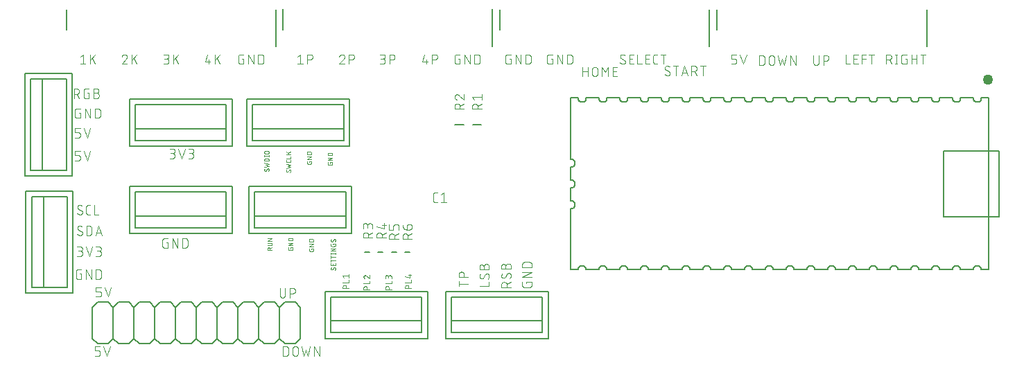
<source format=gbr>
G04 EAGLE Gerber RS-274X export*
G75*
%MOMM*%
%FSLAX34Y34*%
%LPD*%
%INSilkscreen Top*%
%IPPOS*%
%AMOC8*
5,1,8,0,0,1.08239X$1,22.5*%
G01*
%ADD10C,0.101600*%
%ADD11C,0.076200*%
%ADD12C,0.050800*%
%ADD13C,0.152400*%
%ADD14C,1.270000*%
%ADD15C,0.127000*%
%ADD16C,0.200000*%


D10*
X1469898Y671068D02*
X1469898Y682752D01*
X1473144Y682752D01*
X1473257Y682750D01*
X1473370Y682744D01*
X1473483Y682734D01*
X1473596Y682720D01*
X1473708Y682703D01*
X1473819Y682681D01*
X1473929Y682656D01*
X1474039Y682626D01*
X1474147Y682593D01*
X1474254Y682556D01*
X1474360Y682516D01*
X1474464Y682471D01*
X1474567Y682423D01*
X1474668Y682372D01*
X1474767Y682317D01*
X1474864Y682259D01*
X1474959Y682197D01*
X1475052Y682132D01*
X1475142Y682064D01*
X1475230Y681993D01*
X1475316Y681918D01*
X1475399Y681841D01*
X1475479Y681761D01*
X1475556Y681678D01*
X1475631Y681592D01*
X1475702Y681504D01*
X1475770Y681414D01*
X1475835Y681321D01*
X1475897Y681226D01*
X1475955Y681129D01*
X1476010Y681030D01*
X1476061Y680929D01*
X1476109Y680826D01*
X1476154Y680722D01*
X1476194Y680616D01*
X1476231Y680509D01*
X1476264Y680401D01*
X1476294Y680291D01*
X1476319Y680181D01*
X1476341Y680070D01*
X1476358Y679958D01*
X1476372Y679845D01*
X1476382Y679732D01*
X1476388Y679619D01*
X1476390Y679506D01*
X1476388Y679393D01*
X1476382Y679280D01*
X1476372Y679167D01*
X1476358Y679054D01*
X1476341Y678942D01*
X1476319Y678831D01*
X1476294Y678721D01*
X1476264Y678611D01*
X1476231Y678503D01*
X1476194Y678396D01*
X1476154Y678290D01*
X1476109Y678186D01*
X1476061Y678083D01*
X1476010Y677982D01*
X1475955Y677883D01*
X1475897Y677786D01*
X1475835Y677691D01*
X1475770Y677598D01*
X1475702Y677508D01*
X1475631Y677420D01*
X1475556Y677334D01*
X1475479Y677251D01*
X1475399Y677171D01*
X1475316Y677094D01*
X1475230Y677019D01*
X1475142Y676948D01*
X1475052Y676880D01*
X1474959Y676815D01*
X1474864Y676753D01*
X1474767Y676695D01*
X1474668Y676640D01*
X1474567Y676589D01*
X1474464Y676541D01*
X1474360Y676496D01*
X1474254Y676456D01*
X1474147Y676419D01*
X1474039Y676386D01*
X1473929Y676356D01*
X1473819Y676331D01*
X1473708Y676309D01*
X1473596Y676292D01*
X1473483Y676278D01*
X1473370Y676268D01*
X1473257Y676262D01*
X1473144Y676260D01*
X1473144Y676261D02*
X1469898Y676261D01*
X1473793Y676261D02*
X1476389Y671068D01*
X1482214Y671068D02*
X1482214Y682752D01*
X1480916Y671068D02*
X1483512Y671068D01*
X1483512Y682752D02*
X1480916Y682752D01*
X1493037Y677559D02*
X1494984Y677559D01*
X1494984Y671068D01*
X1491090Y671068D01*
X1490991Y671070D01*
X1490891Y671076D01*
X1490792Y671085D01*
X1490694Y671098D01*
X1490596Y671115D01*
X1490498Y671136D01*
X1490402Y671161D01*
X1490307Y671189D01*
X1490213Y671221D01*
X1490120Y671256D01*
X1490028Y671295D01*
X1489938Y671338D01*
X1489850Y671383D01*
X1489763Y671433D01*
X1489679Y671485D01*
X1489596Y671541D01*
X1489516Y671599D01*
X1489438Y671661D01*
X1489363Y671726D01*
X1489290Y671794D01*
X1489220Y671864D01*
X1489152Y671937D01*
X1489087Y672012D01*
X1489025Y672090D01*
X1488967Y672170D01*
X1488911Y672253D01*
X1488859Y672337D01*
X1488809Y672424D01*
X1488764Y672512D01*
X1488721Y672602D01*
X1488682Y672694D01*
X1488647Y672787D01*
X1488615Y672881D01*
X1488587Y672976D01*
X1488562Y673072D01*
X1488541Y673170D01*
X1488524Y673268D01*
X1488511Y673366D01*
X1488502Y673465D01*
X1488496Y673565D01*
X1488494Y673664D01*
X1488493Y673664D02*
X1488493Y680156D01*
X1488494Y680156D02*
X1488496Y680255D01*
X1488502Y680355D01*
X1488511Y680454D01*
X1488524Y680552D01*
X1488541Y680650D01*
X1488562Y680748D01*
X1488587Y680844D01*
X1488615Y680939D01*
X1488647Y681033D01*
X1488682Y681126D01*
X1488721Y681218D01*
X1488764Y681308D01*
X1488809Y681396D01*
X1488859Y681483D01*
X1488911Y681567D01*
X1488967Y681650D01*
X1489025Y681730D01*
X1489087Y681808D01*
X1489152Y681883D01*
X1489220Y681956D01*
X1489290Y682026D01*
X1489363Y682094D01*
X1489438Y682159D01*
X1489516Y682221D01*
X1489596Y682279D01*
X1489679Y682335D01*
X1489763Y682387D01*
X1489850Y682437D01*
X1489938Y682482D01*
X1490028Y682525D01*
X1490120Y682564D01*
X1490212Y682599D01*
X1490307Y682631D01*
X1490402Y682659D01*
X1490498Y682684D01*
X1490596Y682705D01*
X1490694Y682722D01*
X1490792Y682735D01*
X1490891Y682744D01*
X1490991Y682750D01*
X1491090Y682752D01*
X1494984Y682752D01*
X1500685Y682752D02*
X1500685Y671068D01*
X1500685Y677559D02*
X1507176Y677559D01*
X1507176Y682752D02*
X1507176Y671068D01*
X1514980Y671068D02*
X1514980Y682752D01*
X1518225Y682752D02*
X1511734Y682752D01*
X1420368Y682752D02*
X1420368Y671068D01*
X1425561Y671068D01*
X1430274Y671068D02*
X1435467Y671068D01*
X1430274Y671068D02*
X1430274Y682752D01*
X1435467Y682752D01*
X1434169Y677559D02*
X1430274Y677559D01*
X1440180Y682752D02*
X1440180Y671068D01*
X1440180Y682752D02*
X1445373Y682752D01*
X1445373Y677559D02*
X1440180Y677559D01*
X1452166Y682752D02*
X1452166Y671068D01*
X1448920Y682752D02*
X1455412Y682752D01*
X1380998Y681482D02*
X1380998Y673044D01*
X1381000Y672931D01*
X1381006Y672818D01*
X1381016Y672705D01*
X1381030Y672592D01*
X1381047Y672480D01*
X1381069Y672369D01*
X1381094Y672259D01*
X1381124Y672149D01*
X1381157Y672041D01*
X1381194Y671934D01*
X1381234Y671828D01*
X1381279Y671724D01*
X1381327Y671621D01*
X1381378Y671520D01*
X1381433Y671421D01*
X1381491Y671324D01*
X1381553Y671229D01*
X1381618Y671136D01*
X1381686Y671046D01*
X1381757Y670958D01*
X1381832Y670872D01*
X1381909Y670789D01*
X1381989Y670709D01*
X1382072Y670632D01*
X1382158Y670557D01*
X1382246Y670486D01*
X1382336Y670418D01*
X1382429Y670353D01*
X1382524Y670291D01*
X1382621Y670233D01*
X1382720Y670178D01*
X1382821Y670127D01*
X1382924Y670079D01*
X1383028Y670034D01*
X1383134Y669994D01*
X1383241Y669957D01*
X1383349Y669924D01*
X1383459Y669894D01*
X1383569Y669869D01*
X1383680Y669847D01*
X1383792Y669830D01*
X1383905Y669816D01*
X1384018Y669806D01*
X1384131Y669800D01*
X1384244Y669798D01*
X1384357Y669800D01*
X1384470Y669806D01*
X1384583Y669816D01*
X1384696Y669830D01*
X1384808Y669847D01*
X1384919Y669869D01*
X1385029Y669894D01*
X1385139Y669924D01*
X1385247Y669957D01*
X1385354Y669994D01*
X1385460Y670034D01*
X1385564Y670079D01*
X1385667Y670127D01*
X1385768Y670178D01*
X1385867Y670233D01*
X1385964Y670291D01*
X1386059Y670353D01*
X1386152Y670418D01*
X1386242Y670486D01*
X1386330Y670557D01*
X1386416Y670632D01*
X1386499Y670709D01*
X1386579Y670789D01*
X1386656Y670872D01*
X1386731Y670958D01*
X1386802Y671046D01*
X1386870Y671136D01*
X1386935Y671229D01*
X1386997Y671324D01*
X1387055Y671421D01*
X1387110Y671520D01*
X1387161Y671621D01*
X1387209Y671724D01*
X1387254Y671828D01*
X1387294Y671934D01*
X1387331Y672041D01*
X1387364Y672149D01*
X1387394Y672259D01*
X1387419Y672369D01*
X1387441Y672480D01*
X1387458Y672592D01*
X1387472Y672705D01*
X1387482Y672818D01*
X1387488Y672931D01*
X1387490Y673044D01*
X1387489Y673044D02*
X1387489Y681482D01*
X1393359Y681482D02*
X1393359Y669798D01*
X1393359Y681482D02*
X1396605Y681482D01*
X1396718Y681480D01*
X1396831Y681474D01*
X1396944Y681464D01*
X1397057Y681450D01*
X1397169Y681433D01*
X1397280Y681411D01*
X1397390Y681386D01*
X1397500Y681356D01*
X1397608Y681323D01*
X1397715Y681286D01*
X1397821Y681246D01*
X1397925Y681201D01*
X1398028Y681153D01*
X1398129Y681102D01*
X1398228Y681047D01*
X1398325Y680989D01*
X1398420Y680927D01*
X1398513Y680862D01*
X1398603Y680794D01*
X1398691Y680723D01*
X1398777Y680648D01*
X1398860Y680571D01*
X1398940Y680491D01*
X1399017Y680408D01*
X1399092Y680322D01*
X1399163Y680234D01*
X1399231Y680144D01*
X1399296Y680051D01*
X1399358Y679956D01*
X1399416Y679859D01*
X1399471Y679760D01*
X1399522Y679659D01*
X1399570Y679556D01*
X1399615Y679452D01*
X1399655Y679346D01*
X1399692Y679239D01*
X1399725Y679131D01*
X1399755Y679021D01*
X1399780Y678911D01*
X1399802Y678800D01*
X1399819Y678688D01*
X1399833Y678575D01*
X1399843Y678462D01*
X1399849Y678349D01*
X1399851Y678236D01*
X1399849Y678123D01*
X1399843Y678010D01*
X1399833Y677897D01*
X1399819Y677784D01*
X1399802Y677672D01*
X1399780Y677561D01*
X1399755Y677451D01*
X1399725Y677341D01*
X1399692Y677233D01*
X1399655Y677126D01*
X1399615Y677020D01*
X1399570Y676916D01*
X1399522Y676813D01*
X1399471Y676712D01*
X1399416Y676613D01*
X1399358Y676516D01*
X1399296Y676421D01*
X1399231Y676328D01*
X1399163Y676238D01*
X1399092Y676150D01*
X1399017Y676064D01*
X1398940Y675981D01*
X1398860Y675901D01*
X1398777Y675824D01*
X1398691Y675749D01*
X1398603Y675678D01*
X1398513Y675610D01*
X1398420Y675545D01*
X1398325Y675483D01*
X1398228Y675425D01*
X1398129Y675370D01*
X1398028Y675319D01*
X1397925Y675271D01*
X1397821Y675226D01*
X1397715Y675186D01*
X1397608Y675149D01*
X1397500Y675116D01*
X1397390Y675086D01*
X1397280Y675061D01*
X1397169Y675039D01*
X1397057Y675022D01*
X1396944Y675008D01*
X1396831Y674998D01*
X1396718Y674992D01*
X1396605Y674990D01*
X1396605Y674991D02*
X1393359Y674991D01*
X1314958Y669798D02*
X1314958Y681482D01*
X1318204Y681482D01*
X1318317Y681480D01*
X1318430Y681474D01*
X1318543Y681464D01*
X1318656Y681450D01*
X1318768Y681433D01*
X1318879Y681411D01*
X1318989Y681386D01*
X1319099Y681356D01*
X1319207Y681323D01*
X1319314Y681286D01*
X1319420Y681246D01*
X1319524Y681201D01*
X1319627Y681153D01*
X1319728Y681102D01*
X1319827Y681047D01*
X1319924Y680989D01*
X1320019Y680927D01*
X1320112Y680862D01*
X1320202Y680794D01*
X1320290Y680723D01*
X1320376Y680648D01*
X1320459Y680571D01*
X1320539Y680491D01*
X1320616Y680408D01*
X1320691Y680322D01*
X1320762Y680234D01*
X1320830Y680144D01*
X1320895Y680051D01*
X1320957Y679956D01*
X1321015Y679859D01*
X1321070Y679760D01*
X1321121Y679659D01*
X1321169Y679556D01*
X1321214Y679452D01*
X1321254Y679346D01*
X1321291Y679239D01*
X1321324Y679131D01*
X1321354Y679021D01*
X1321379Y678911D01*
X1321401Y678800D01*
X1321418Y678688D01*
X1321432Y678575D01*
X1321442Y678462D01*
X1321448Y678349D01*
X1321450Y678236D01*
X1321449Y678236D02*
X1321449Y673044D01*
X1321450Y673044D02*
X1321448Y672931D01*
X1321442Y672818D01*
X1321432Y672705D01*
X1321418Y672592D01*
X1321401Y672480D01*
X1321379Y672369D01*
X1321354Y672259D01*
X1321324Y672149D01*
X1321291Y672041D01*
X1321254Y671934D01*
X1321214Y671828D01*
X1321169Y671724D01*
X1321121Y671621D01*
X1321070Y671520D01*
X1321015Y671421D01*
X1320957Y671324D01*
X1320895Y671229D01*
X1320830Y671136D01*
X1320762Y671046D01*
X1320691Y670958D01*
X1320616Y670872D01*
X1320539Y670789D01*
X1320459Y670709D01*
X1320376Y670632D01*
X1320290Y670557D01*
X1320202Y670486D01*
X1320112Y670418D01*
X1320019Y670353D01*
X1319924Y670291D01*
X1319827Y670233D01*
X1319728Y670178D01*
X1319627Y670127D01*
X1319524Y670079D01*
X1319420Y670034D01*
X1319314Y669994D01*
X1319207Y669957D01*
X1319099Y669924D01*
X1318989Y669894D01*
X1318879Y669869D01*
X1318768Y669847D01*
X1318656Y669830D01*
X1318543Y669816D01*
X1318430Y669806D01*
X1318317Y669800D01*
X1318204Y669798D01*
X1314958Y669798D01*
X1326769Y673044D02*
X1326769Y678236D01*
X1326771Y678349D01*
X1326777Y678462D01*
X1326787Y678575D01*
X1326801Y678688D01*
X1326818Y678800D01*
X1326840Y678911D01*
X1326865Y679021D01*
X1326895Y679131D01*
X1326928Y679239D01*
X1326965Y679346D01*
X1327005Y679452D01*
X1327050Y679556D01*
X1327098Y679659D01*
X1327149Y679760D01*
X1327204Y679859D01*
X1327262Y679956D01*
X1327324Y680051D01*
X1327389Y680144D01*
X1327457Y680234D01*
X1327528Y680322D01*
X1327603Y680408D01*
X1327680Y680491D01*
X1327760Y680571D01*
X1327843Y680648D01*
X1327929Y680723D01*
X1328017Y680794D01*
X1328107Y680862D01*
X1328200Y680927D01*
X1328295Y680989D01*
X1328392Y681047D01*
X1328491Y681102D01*
X1328592Y681153D01*
X1328695Y681201D01*
X1328799Y681246D01*
X1328905Y681286D01*
X1329012Y681323D01*
X1329120Y681356D01*
X1329230Y681386D01*
X1329340Y681411D01*
X1329451Y681433D01*
X1329563Y681450D01*
X1329676Y681464D01*
X1329789Y681474D01*
X1329902Y681480D01*
X1330015Y681482D01*
X1330128Y681480D01*
X1330241Y681474D01*
X1330354Y681464D01*
X1330467Y681450D01*
X1330579Y681433D01*
X1330690Y681411D01*
X1330800Y681386D01*
X1330910Y681356D01*
X1331018Y681323D01*
X1331125Y681286D01*
X1331231Y681246D01*
X1331335Y681201D01*
X1331438Y681153D01*
X1331539Y681102D01*
X1331638Y681047D01*
X1331735Y680989D01*
X1331830Y680927D01*
X1331923Y680862D01*
X1332013Y680794D01*
X1332101Y680723D01*
X1332187Y680648D01*
X1332270Y680571D01*
X1332350Y680491D01*
X1332427Y680408D01*
X1332502Y680322D01*
X1332573Y680234D01*
X1332641Y680144D01*
X1332706Y680051D01*
X1332768Y679956D01*
X1332826Y679859D01*
X1332881Y679760D01*
X1332932Y679659D01*
X1332980Y679556D01*
X1333025Y679452D01*
X1333065Y679346D01*
X1333102Y679239D01*
X1333135Y679131D01*
X1333165Y679021D01*
X1333190Y678911D01*
X1333212Y678800D01*
X1333229Y678688D01*
X1333243Y678575D01*
X1333253Y678462D01*
X1333259Y678349D01*
X1333261Y678236D01*
X1333260Y678236D02*
X1333260Y673044D01*
X1333261Y673044D02*
X1333259Y672931D01*
X1333253Y672818D01*
X1333243Y672705D01*
X1333229Y672592D01*
X1333212Y672480D01*
X1333190Y672369D01*
X1333165Y672259D01*
X1333135Y672149D01*
X1333102Y672041D01*
X1333065Y671934D01*
X1333025Y671828D01*
X1332980Y671724D01*
X1332932Y671621D01*
X1332881Y671520D01*
X1332826Y671421D01*
X1332768Y671324D01*
X1332706Y671229D01*
X1332641Y671136D01*
X1332573Y671046D01*
X1332502Y670958D01*
X1332427Y670872D01*
X1332350Y670789D01*
X1332270Y670709D01*
X1332187Y670632D01*
X1332101Y670557D01*
X1332013Y670486D01*
X1331923Y670418D01*
X1331830Y670353D01*
X1331735Y670291D01*
X1331638Y670233D01*
X1331539Y670178D01*
X1331438Y670127D01*
X1331335Y670079D01*
X1331231Y670034D01*
X1331125Y669994D01*
X1331018Y669957D01*
X1330910Y669924D01*
X1330800Y669894D01*
X1330690Y669869D01*
X1330579Y669847D01*
X1330467Y669830D01*
X1330354Y669816D01*
X1330241Y669806D01*
X1330128Y669800D01*
X1330015Y669798D01*
X1329902Y669800D01*
X1329789Y669806D01*
X1329676Y669816D01*
X1329563Y669830D01*
X1329451Y669847D01*
X1329340Y669869D01*
X1329230Y669894D01*
X1329120Y669924D01*
X1329012Y669957D01*
X1328905Y669994D01*
X1328799Y670034D01*
X1328695Y670079D01*
X1328592Y670127D01*
X1328491Y670178D01*
X1328392Y670233D01*
X1328295Y670291D01*
X1328200Y670353D01*
X1328107Y670418D01*
X1328017Y670486D01*
X1327929Y670557D01*
X1327843Y670632D01*
X1327760Y670709D01*
X1327680Y670789D01*
X1327603Y670872D01*
X1327528Y670958D01*
X1327457Y671046D01*
X1327389Y671136D01*
X1327324Y671229D01*
X1327262Y671324D01*
X1327204Y671421D01*
X1327149Y671520D01*
X1327098Y671621D01*
X1327050Y671724D01*
X1327005Y671828D01*
X1326965Y671934D01*
X1326928Y672041D01*
X1326895Y672149D01*
X1326865Y672259D01*
X1326840Y672369D01*
X1326818Y672480D01*
X1326801Y672592D01*
X1326787Y672705D01*
X1326777Y672818D01*
X1326771Y672931D01*
X1326769Y673044D01*
X1337776Y681482D02*
X1340372Y669798D01*
X1342969Y677587D01*
X1345565Y669798D01*
X1348161Y681482D01*
X1353058Y681482D02*
X1353058Y669798D01*
X1359549Y669798D02*
X1353058Y681482D01*
X1359549Y681482D02*
X1359549Y669798D01*
X1284563Y671068D02*
X1280668Y671068D01*
X1284563Y671068D02*
X1284662Y671070D01*
X1284762Y671076D01*
X1284861Y671085D01*
X1284959Y671098D01*
X1285057Y671115D01*
X1285155Y671136D01*
X1285251Y671161D01*
X1285346Y671189D01*
X1285440Y671221D01*
X1285533Y671256D01*
X1285625Y671295D01*
X1285715Y671338D01*
X1285803Y671383D01*
X1285890Y671433D01*
X1285974Y671485D01*
X1286057Y671541D01*
X1286137Y671599D01*
X1286215Y671661D01*
X1286290Y671726D01*
X1286363Y671794D01*
X1286433Y671864D01*
X1286501Y671937D01*
X1286566Y672012D01*
X1286628Y672090D01*
X1286686Y672170D01*
X1286742Y672253D01*
X1286794Y672337D01*
X1286844Y672424D01*
X1286889Y672512D01*
X1286932Y672602D01*
X1286971Y672694D01*
X1287006Y672787D01*
X1287038Y672881D01*
X1287066Y672976D01*
X1287091Y673072D01*
X1287112Y673170D01*
X1287129Y673268D01*
X1287142Y673366D01*
X1287151Y673465D01*
X1287157Y673565D01*
X1287159Y673664D01*
X1287159Y674963D01*
X1287157Y675062D01*
X1287151Y675162D01*
X1287142Y675261D01*
X1287129Y675359D01*
X1287112Y675457D01*
X1287091Y675555D01*
X1287066Y675651D01*
X1287038Y675746D01*
X1287006Y675840D01*
X1286971Y675933D01*
X1286932Y676025D01*
X1286889Y676115D01*
X1286844Y676203D01*
X1286794Y676290D01*
X1286742Y676374D01*
X1286686Y676457D01*
X1286628Y676537D01*
X1286566Y676615D01*
X1286501Y676690D01*
X1286433Y676763D01*
X1286363Y676833D01*
X1286290Y676901D01*
X1286215Y676966D01*
X1286137Y677028D01*
X1286057Y677086D01*
X1285974Y677142D01*
X1285890Y677194D01*
X1285803Y677244D01*
X1285715Y677289D01*
X1285625Y677332D01*
X1285533Y677371D01*
X1285440Y677406D01*
X1285346Y677438D01*
X1285251Y677466D01*
X1285155Y677491D01*
X1285057Y677512D01*
X1284959Y677529D01*
X1284861Y677542D01*
X1284762Y677551D01*
X1284662Y677557D01*
X1284563Y677559D01*
X1280668Y677559D01*
X1280668Y682752D01*
X1287159Y682752D01*
X1291449Y682752D02*
X1295344Y671068D01*
X1299238Y682752D01*
X1205879Y659694D02*
X1205877Y659595D01*
X1205871Y659495D01*
X1205862Y659396D01*
X1205849Y659298D01*
X1205832Y659200D01*
X1205811Y659102D01*
X1205786Y659006D01*
X1205758Y658911D01*
X1205726Y658817D01*
X1205691Y658724D01*
X1205652Y658632D01*
X1205609Y658542D01*
X1205564Y658454D01*
X1205514Y658367D01*
X1205462Y658283D01*
X1205406Y658200D01*
X1205348Y658120D01*
X1205286Y658042D01*
X1205221Y657967D01*
X1205153Y657894D01*
X1205083Y657824D01*
X1205010Y657756D01*
X1204935Y657691D01*
X1204857Y657629D01*
X1204777Y657571D01*
X1204694Y657515D01*
X1204610Y657463D01*
X1204523Y657413D01*
X1204435Y657368D01*
X1204345Y657325D01*
X1204253Y657286D01*
X1204160Y657251D01*
X1204066Y657219D01*
X1203971Y657191D01*
X1203875Y657166D01*
X1203777Y657145D01*
X1203679Y657128D01*
X1203581Y657115D01*
X1203482Y657106D01*
X1203382Y657100D01*
X1203283Y657098D01*
X1203139Y657100D01*
X1202994Y657106D01*
X1202850Y657115D01*
X1202707Y657128D01*
X1202563Y657145D01*
X1202420Y657166D01*
X1202278Y657191D01*
X1202137Y657219D01*
X1201996Y657251D01*
X1201856Y657287D01*
X1201717Y657326D01*
X1201579Y657369D01*
X1201443Y657416D01*
X1201307Y657466D01*
X1201173Y657520D01*
X1201041Y657577D01*
X1200910Y657638D01*
X1200781Y657702D01*
X1200653Y657770D01*
X1200527Y657840D01*
X1200403Y657915D01*
X1200282Y657992D01*
X1200162Y658073D01*
X1200044Y658156D01*
X1199929Y658243D01*
X1199816Y658333D01*
X1199705Y658426D01*
X1199597Y658521D01*
X1199491Y658620D01*
X1199388Y658721D01*
X1199713Y666186D02*
X1199715Y666285D01*
X1199721Y666385D01*
X1199730Y666484D01*
X1199743Y666582D01*
X1199760Y666680D01*
X1199781Y666778D01*
X1199806Y666874D01*
X1199834Y666969D01*
X1199866Y667063D01*
X1199901Y667156D01*
X1199940Y667248D01*
X1199983Y667338D01*
X1200028Y667426D01*
X1200078Y667513D01*
X1200130Y667597D01*
X1200186Y667680D01*
X1200244Y667760D01*
X1200306Y667838D01*
X1200371Y667913D01*
X1200439Y667986D01*
X1200509Y668056D01*
X1200582Y668124D01*
X1200657Y668189D01*
X1200735Y668251D01*
X1200815Y668309D01*
X1200898Y668365D01*
X1200982Y668417D01*
X1201069Y668467D01*
X1201157Y668512D01*
X1201247Y668555D01*
X1201339Y668594D01*
X1201432Y668629D01*
X1201526Y668661D01*
X1201621Y668689D01*
X1201718Y668714D01*
X1201815Y668735D01*
X1201913Y668752D01*
X1202011Y668765D01*
X1202110Y668774D01*
X1202210Y668780D01*
X1202309Y668782D01*
X1202445Y668780D01*
X1202581Y668774D01*
X1202717Y668765D01*
X1202853Y668752D01*
X1202988Y668734D01*
X1203122Y668714D01*
X1203256Y668689D01*
X1203390Y668661D01*
X1203522Y668628D01*
X1203653Y668593D01*
X1203784Y668553D01*
X1203913Y668510D01*
X1204041Y668464D01*
X1204167Y668413D01*
X1204293Y668360D01*
X1204416Y668302D01*
X1204538Y668242D01*
X1204658Y668178D01*
X1204777Y668110D01*
X1204893Y668040D01*
X1205007Y667966D01*
X1205120Y667889D01*
X1205230Y667808D01*
X1201011Y663914D02*
X1200925Y663967D01*
X1200841Y664024D01*
X1200759Y664083D01*
X1200679Y664146D01*
X1200602Y664212D01*
X1200527Y664280D01*
X1200455Y664352D01*
X1200386Y664426D01*
X1200320Y664503D01*
X1200257Y664582D01*
X1200197Y664664D01*
X1200140Y664748D01*
X1200086Y664834D01*
X1200036Y664922D01*
X1199989Y665012D01*
X1199945Y665103D01*
X1199906Y665197D01*
X1199869Y665291D01*
X1199837Y665387D01*
X1199808Y665485D01*
X1199783Y665583D01*
X1199762Y665682D01*
X1199744Y665782D01*
X1199731Y665882D01*
X1199721Y665983D01*
X1199715Y666085D01*
X1199713Y666186D01*
X1204581Y661966D02*
X1204667Y661913D01*
X1204751Y661856D01*
X1204833Y661797D01*
X1204913Y661734D01*
X1204990Y661668D01*
X1205065Y661600D01*
X1205137Y661528D01*
X1205206Y661454D01*
X1205272Y661377D01*
X1205335Y661298D01*
X1205395Y661216D01*
X1205452Y661132D01*
X1205506Y661046D01*
X1205556Y660958D01*
X1205603Y660868D01*
X1205647Y660777D01*
X1205686Y660683D01*
X1205723Y660589D01*
X1205755Y660493D01*
X1205784Y660395D01*
X1205809Y660297D01*
X1205830Y660198D01*
X1205848Y660098D01*
X1205861Y659998D01*
X1205871Y659897D01*
X1205877Y659795D01*
X1205879Y659694D01*
X1204581Y661966D02*
X1201011Y663914D01*
X1212921Y668782D02*
X1212921Y657098D01*
X1209675Y668782D02*
X1216166Y668782D01*
X1223589Y668782D02*
X1219694Y657098D01*
X1227483Y657098D02*
X1223589Y668782D01*
X1226510Y660019D02*
X1220668Y660019D01*
X1232228Y657098D02*
X1232228Y668782D01*
X1235473Y668782D01*
X1235586Y668780D01*
X1235699Y668774D01*
X1235812Y668764D01*
X1235925Y668750D01*
X1236037Y668733D01*
X1236148Y668711D01*
X1236258Y668686D01*
X1236368Y668656D01*
X1236476Y668623D01*
X1236583Y668586D01*
X1236689Y668546D01*
X1236793Y668501D01*
X1236896Y668453D01*
X1236997Y668402D01*
X1237096Y668347D01*
X1237193Y668289D01*
X1237288Y668227D01*
X1237381Y668162D01*
X1237471Y668094D01*
X1237559Y668023D01*
X1237645Y667948D01*
X1237728Y667871D01*
X1237808Y667791D01*
X1237885Y667708D01*
X1237960Y667622D01*
X1238031Y667534D01*
X1238099Y667444D01*
X1238164Y667351D01*
X1238226Y667256D01*
X1238284Y667159D01*
X1238339Y667060D01*
X1238390Y666959D01*
X1238438Y666856D01*
X1238483Y666752D01*
X1238523Y666646D01*
X1238560Y666539D01*
X1238593Y666431D01*
X1238623Y666321D01*
X1238648Y666211D01*
X1238670Y666100D01*
X1238687Y665988D01*
X1238701Y665875D01*
X1238711Y665762D01*
X1238717Y665649D01*
X1238719Y665536D01*
X1238717Y665423D01*
X1238711Y665310D01*
X1238701Y665197D01*
X1238687Y665084D01*
X1238670Y664972D01*
X1238648Y664861D01*
X1238623Y664751D01*
X1238593Y664641D01*
X1238560Y664533D01*
X1238523Y664426D01*
X1238483Y664320D01*
X1238438Y664216D01*
X1238390Y664113D01*
X1238339Y664012D01*
X1238284Y663913D01*
X1238226Y663816D01*
X1238164Y663721D01*
X1238099Y663628D01*
X1238031Y663538D01*
X1237960Y663450D01*
X1237885Y663364D01*
X1237808Y663281D01*
X1237728Y663201D01*
X1237645Y663124D01*
X1237559Y663049D01*
X1237471Y662978D01*
X1237381Y662910D01*
X1237288Y662845D01*
X1237193Y662783D01*
X1237096Y662725D01*
X1236997Y662670D01*
X1236896Y662619D01*
X1236793Y662571D01*
X1236689Y662526D01*
X1236583Y662486D01*
X1236476Y662449D01*
X1236368Y662416D01*
X1236258Y662386D01*
X1236148Y662361D01*
X1236037Y662339D01*
X1235925Y662322D01*
X1235812Y662308D01*
X1235699Y662298D01*
X1235586Y662292D01*
X1235473Y662290D01*
X1235473Y662291D02*
X1232228Y662291D01*
X1236122Y662291D02*
X1238719Y657098D01*
X1246067Y657098D02*
X1246067Y668782D01*
X1242822Y668782D02*
X1249313Y668782D01*
X1151269Y673664D02*
X1151267Y673565D01*
X1151261Y673465D01*
X1151252Y673366D01*
X1151239Y673268D01*
X1151222Y673170D01*
X1151201Y673072D01*
X1151176Y672976D01*
X1151148Y672881D01*
X1151116Y672787D01*
X1151081Y672694D01*
X1151042Y672602D01*
X1150999Y672512D01*
X1150954Y672424D01*
X1150904Y672337D01*
X1150852Y672253D01*
X1150796Y672170D01*
X1150738Y672090D01*
X1150676Y672012D01*
X1150611Y671937D01*
X1150543Y671864D01*
X1150473Y671794D01*
X1150400Y671726D01*
X1150325Y671661D01*
X1150247Y671599D01*
X1150167Y671541D01*
X1150084Y671485D01*
X1150000Y671433D01*
X1149913Y671383D01*
X1149825Y671338D01*
X1149735Y671295D01*
X1149643Y671256D01*
X1149550Y671221D01*
X1149456Y671189D01*
X1149361Y671161D01*
X1149265Y671136D01*
X1149167Y671115D01*
X1149069Y671098D01*
X1148971Y671085D01*
X1148872Y671076D01*
X1148772Y671070D01*
X1148673Y671068D01*
X1148529Y671070D01*
X1148384Y671076D01*
X1148240Y671085D01*
X1148097Y671098D01*
X1147953Y671115D01*
X1147810Y671136D01*
X1147668Y671161D01*
X1147527Y671189D01*
X1147386Y671221D01*
X1147246Y671257D01*
X1147107Y671296D01*
X1146969Y671339D01*
X1146833Y671386D01*
X1146697Y671436D01*
X1146563Y671490D01*
X1146431Y671547D01*
X1146300Y671608D01*
X1146171Y671672D01*
X1146043Y671740D01*
X1145917Y671810D01*
X1145793Y671885D01*
X1145672Y671962D01*
X1145552Y672043D01*
X1145434Y672126D01*
X1145319Y672213D01*
X1145206Y672303D01*
X1145095Y672396D01*
X1144987Y672491D01*
X1144881Y672590D01*
X1144778Y672691D01*
X1145103Y680156D02*
X1145105Y680255D01*
X1145111Y680355D01*
X1145120Y680454D01*
X1145133Y680552D01*
X1145150Y680650D01*
X1145171Y680748D01*
X1145196Y680844D01*
X1145224Y680939D01*
X1145256Y681033D01*
X1145291Y681126D01*
X1145330Y681218D01*
X1145373Y681308D01*
X1145418Y681396D01*
X1145468Y681483D01*
X1145520Y681567D01*
X1145576Y681650D01*
X1145634Y681730D01*
X1145696Y681808D01*
X1145761Y681883D01*
X1145829Y681956D01*
X1145899Y682026D01*
X1145972Y682094D01*
X1146047Y682159D01*
X1146125Y682221D01*
X1146205Y682279D01*
X1146288Y682335D01*
X1146372Y682387D01*
X1146459Y682437D01*
X1146547Y682482D01*
X1146637Y682525D01*
X1146729Y682564D01*
X1146822Y682599D01*
X1146916Y682631D01*
X1147011Y682659D01*
X1147108Y682684D01*
X1147205Y682705D01*
X1147303Y682722D01*
X1147401Y682735D01*
X1147500Y682744D01*
X1147600Y682750D01*
X1147699Y682752D01*
X1147835Y682750D01*
X1147971Y682744D01*
X1148107Y682735D01*
X1148243Y682722D01*
X1148378Y682704D01*
X1148512Y682684D01*
X1148646Y682659D01*
X1148780Y682631D01*
X1148912Y682598D01*
X1149043Y682563D01*
X1149174Y682523D01*
X1149303Y682480D01*
X1149431Y682434D01*
X1149557Y682383D01*
X1149683Y682330D01*
X1149806Y682272D01*
X1149928Y682212D01*
X1150048Y682148D01*
X1150167Y682080D01*
X1150283Y682010D01*
X1150397Y681936D01*
X1150510Y681859D01*
X1150620Y681778D01*
X1146401Y677884D02*
X1146315Y677937D01*
X1146231Y677994D01*
X1146149Y678053D01*
X1146069Y678116D01*
X1145992Y678182D01*
X1145917Y678250D01*
X1145845Y678322D01*
X1145776Y678396D01*
X1145710Y678473D01*
X1145647Y678552D01*
X1145587Y678634D01*
X1145530Y678718D01*
X1145476Y678804D01*
X1145426Y678892D01*
X1145379Y678982D01*
X1145335Y679073D01*
X1145296Y679167D01*
X1145259Y679261D01*
X1145227Y679357D01*
X1145198Y679455D01*
X1145173Y679553D01*
X1145152Y679652D01*
X1145134Y679752D01*
X1145121Y679852D01*
X1145111Y679953D01*
X1145105Y680055D01*
X1145103Y680156D01*
X1149971Y675936D02*
X1150057Y675883D01*
X1150141Y675826D01*
X1150223Y675767D01*
X1150303Y675704D01*
X1150380Y675638D01*
X1150455Y675570D01*
X1150527Y675498D01*
X1150596Y675424D01*
X1150662Y675347D01*
X1150725Y675268D01*
X1150785Y675186D01*
X1150842Y675102D01*
X1150896Y675016D01*
X1150946Y674928D01*
X1150993Y674838D01*
X1151037Y674747D01*
X1151076Y674653D01*
X1151113Y674559D01*
X1151145Y674463D01*
X1151174Y674365D01*
X1151199Y674267D01*
X1151220Y674168D01*
X1151238Y674068D01*
X1151251Y673968D01*
X1151261Y673867D01*
X1151267Y673765D01*
X1151269Y673664D01*
X1149971Y675936D02*
X1146401Y677884D01*
X1156231Y671068D02*
X1161423Y671068D01*
X1156231Y671068D02*
X1156231Y682752D01*
X1161423Y682752D01*
X1160125Y677559D02*
X1156231Y677559D01*
X1166137Y682752D02*
X1166137Y671068D01*
X1171329Y671068D01*
X1176043Y671068D02*
X1181235Y671068D01*
X1176043Y671068D02*
X1176043Y682752D01*
X1181235Y682752D01*
X1179937Y677559D02*
X1176043Y677559D01*
X1188108Y671068D02*
X1190705Y671068D01*
X1188108Y671068D02*
X1188009Y671070D01*
X1187909Y671076D01*
X1187810Y671085D01*
X1187712Y671098D01*
X1187614Y671115D01*
X1187516Y671136D01*
X1187420Y671161D01*
X1187325Y671189D01*
X1187231Y671221D01*
X1187138Y671256D01*
X1187046Y671295D01*
X1186956Y671338D01*
X1186868Y671383D01*
X1186781Y671433D01*
X1186697Y671485D01*
X1186614Y671541D01*
X1186534Y671599D01*
X1186456Y671661D01*
X1186381Y671726D01*
X1186308Y671794D01*
X1186238Y671864D01*
X1186170Y671937D01*
X1186105Y672012D01*
X1186043Y672090D01*
X1185985Y672170D01*
X1185929Y672253D01*
X1185877Y672337D01*
X1185827Y672424D01*
X1185782Y672512D01*
X1185739Y672602D01*
X1185700Y672694D01*
X1185665Y672787D01*
X1185633Y672881D01*
X1185605Y672976D01*
X1185580Y673072D01*
X1185559Y673170D01*
X1185542Y673268D01*
X1185529Y673366D01*
X1185520Y673465D01*
X1185514Y673565D01*
X1185512Y673664D01*
X1185512Y680156D01*
X1185514Y680255D01*
X1185520Y680355D01*
X1185529Y680454D01*
X1185542Y680552D01*
X1185559Y680650D01*
X1185580Y680748D01*
X1185605Y680844D01*
X1185633Y680939D01*
X1185665Y681033D01*
X1185700Y681126D01*
X1185739Y681218D01*
X1185782Y681308D01*
X1185827Y681396D01*
X1185877Y681483D01*
X1185929Y681567D01*
X1185985Y681650D01*
X1186043Y681730D01*
X1186105Y681808D01*
X1186170Y681883D01*
X1186238Y681956D01*
X1186308Y682026D01*
X1186381Y682094D01*
X1186456Y682159D01*
X1186534Y682221D01*
X1186614Y682279D01*
X1186697Y682335D01*
X1186781Y682387D01*
X1186868Y682437D01*
X1186956Y682482D01*
X1187046Y682525D01*
X1187138Y682564D01*
X1187230Y682599D01*
X1187325Y682631D01*
X1187420Y682659D01*
X1187516Y682684D01*
X1187614Y682705D01*
X1187712Y682722D01*
X1187810Y682735D01*
X1187909Y682744D01*
X1188009Y682750D01*
X1188108Y682752D01*
X1190705Y682752D01*
X1197554Y682752D02*
X1197554Y671068D01*
X1194308Y682752D02*
X1200799Y682752D01*
X1099058Y667512D02*
X1099058Y655828D01*
X1099058Y662319D02*
X1105549Y662319D01*
X1105549Y667512D02*
X1105549Y655828D01*
X1110869Y659074D02*
X1110869Y664266D01*
X1110871Y664379D01*
X1110877Y664492D01*
X1110887Y664605D01*
X1110901Y664718D01*
X1110918Y664830D01*
X1110940Y664941D01*
X1110965Y665051D01*
X1110995Y665161D01*
X1111028Y665269D01*
X1111065Y665376D01*
X1111105Y665482D01*
X1111150Y665586D01*
X1111198Y665689D01*
X1111249Y665790D01*
X1111304Y665889D01*
X1111362Y665986D01*
X1111424Y666081D01*
X1111489Y666174D01*
X1111557Y666264D01*
X1111628Y666352D01*
X1111703Y666438D01*
X1111780Y666521D01*
X1111860Y666601D01*
X1111943Y666678D01*
X1112029Y666753D01*
X1112117Y666824D01*
X1112207Y666892D01*
X1112300Y666957D01*
X1112395Y667019D01*
X1112492Y667077D01*
X1112591Y667132D01*
X1112692Y667183D01*
X1112795Y667231D01*
X1112899Y667276D01*
X1113005Y667316D01*
X1113112Y667353D01*
X1113220Y667386D01*
X1113330Y667416D01*
X1113440Y667441D01*
X1113551Y667463D01*
X1113663Y667480D01*
X1113776Y667494D01*
X1113889Y667504D01*
X1114002Y667510D01*
X1114115Y667512D01*
X1114228Y667510D01*
X1114341Y667504D01*
X1114454Y667494D01*
X1114567Y667480D01*
X1114679Y667463D01*
X1114790Y667441D01*
X1114900Y667416D01*
X1115010Y667386D01*
X1115118Y667353D01*
X1115225Y667316D01*
X1115331Y667276D01*
X1115435Y667231D01*
X1115538Y667183D01*
X1115639Y667132D01*
X1115738Y667077D01*
X1115835Y667019D01*
X1115930Y666957D01*
X1116023Y666892D01*
X1116113Y666824D01*
X1116201Y666753D01*
X1116287Y666678D01*
X1116370Y666601D01*
X1116450Y666521D01*
X1116527Y666438D01*
X1116602Y666352D01*
X1116673Y666264D01*
X1116741Y666174D01*
X1116806Y666081D01*
X1116868Y665986D01*
X1116926Y665889D01*
X1116981Y665790D01*
X1117032Y665689D01*
X1117080Y665586D01*
X1117125Y665482D01*
X1117165Y665376D01*
X1117202Y665269D01*
X1117235Y665161D01*
X1117265Y665051D01*
X1117290Y664941D01*
X1117312Y664830D01*
X1117329Y664718D01*
X1117343Y664605D01*
X1117353Y664492D01*
X1117359Y664379D01*
X1117361Y664266D01*
X1117360Y664266D02*
X1117360Y659074D01*
X1117361Y659074D02*
X1117359Y658961D01*
X1117353Y658848D01*
X1117343Y658735D01*
X1117329Y658622D01*
X1117312Y658510D01*
X1117290Y658399D01*
X1117265Y658289D01*
X1117235Y658179D01*
X1117202Y658071D01*
X1117165Y657964D01*
X1117125Y657858D01*
X1117080Y657754D01*
X1117032Y657651D01*
X1116981Y657550D01*
X1116926Y657451D01*
X1116868Y657354D01*
X1116806Y657259D01*
X1116741Y657166D01*
X1116673Y657076D01*
X1116602Y656988D01*
X1116527Y656902D01*
X1116450Y656819D01*
X1116370Y656739D01*
X1116287Y656662D01*
X1116201Y656587D01*
X1116113Y656516D01*
X1116023Y656448D01*
X1115930Y656383D01*
X1115835Y656321D01*
X1115738Y656263D01*
X1115639Y656208D01*
X1115538Y656157D01*
X1115435Y656109D01*
X1115331Y656064D01*
X1115225Y656024D01*
X1115118Y655987D01*
X1115010Y655954D01*
X1114900Y655924D01*
X1114790Y655899D01*
X1114679Y655877D01*
X1114567Y655860D01*
X1114454Y655846D01*
X1114341Y655836D01*
X1114228Y655830D01*
X1114115Y655828D01*
X1114002Y655830D01*
X1113889Y655836D01*
X1113776Y655846D01*
X1113663Y655860D01*
X1113551Y655877D01*
X1113440Y655899D01*
X1113330Y655924D01*
X1113220Y655954D01*
X1113112Y655987D01*
X1113005Y656024D01*
X1112899Y656064D01*
X1112795Y656109D01*
X1112692Y656157D01*
X1112591Y656208D01*
X1112492Y656263D01*
X1112395Y656321D01*
X1112300Y656383D01*
X1112207Y656448D01*
X1112117Y656516D01*
X1112029Y656587D01*
X1111943Y656662D01*
X1111860Y656739D01*
X1111780Y656819D01*
X1111703Y656902D01*
X1111628Y656988D01*
X1111557Y657076D01*
X1111489Y657166D01*
X1111424Y657259D01*
X1111362Y657354D01*
X1111304Y657451D01*
X1111249Y657550D01*
X1111198Y657651D01*
X1111150Y657754D01*
X1111105Y657858D01*
X1111065Y657964D01*
X1111028Y658071D01*
X1110995Y658179D01*
X1110965Y658289D01*
X1110940Y658399D01*
X1110918Y658510D01*
X1110901Y658622D01*
X1110887Y658735D01*
X1110877Y658848D01*
X1110871Y658961D01*
X1110869Y659074D01*
X1122793Y655828D02*
X1122793Y667512D01*
X1126688Y661021D01*
X1130582Y667512D01*
X1130582Y655828D01*
X1136419Y655828D02*
X1141611Y655828D01*
X1136419Y655828D02*
X1136419Y667512D01*
X1141611Y667512D01*
X1140313Y662319D02*
X1136419Y662319D01*
X1062369Y677559D02*
X1060422Y677559D01*
X1062369Y677559D02*
X1062369Y671068D01*
X1058474Y671068D01*
X1058375Y671070D01*
X1058275Y671076D01*
X1058176Y671085D01*
X1058078Y671098D01*
X1057980Y671115D01*
X1057882Y671136D01*
X1057786Y671161D01*
X1057691Y671189D01*
X1057597Y671221D01*
X1057504Y671256D01*
X1057412Y671295D01*
X1057322Y671338D01*
X1057234Y671383D01*
X1057147Y671433D01*
X1057063Y671485D01*
X1056980Y671541D01*
X1056900Y671599D01*
X1056822Y671661D01*
X1056747Y671726D01*
X1056674Y671794D01*
X1056604Y671864D01*
X1056536Y671937D01*
X1056471Y672012D01*
X1056409Y672090D01*
X1056351Y672170D01*
X1056295Y672253D01*
X1056243Y672337D01*
X1056193Y672424D01*
X1056148Y672512D01*
X1056105Y672602D01*
X1056066Y672694D01*
X1056031Y672787D01*
X1055999Y672881D01*
X1055971Y672976D01*
X1055946Y673072D01*
X1055925Y673170D01*
X1055908Y673268D01*
X1055895Y673366D01*
X1055886Y673465D01*
X1055880Y673565D01*
X1055878Y673664D01*
X1055878Y680156D01*
X1055880Y680255D01*
X1055886Y680355D01*
X1055895Y680454D01*
X1055908Y680552D01*
X1055925Y680650D01*
X1055946Y680748D01*
X1055971Y680844D01*
X1055999Y680939D01*
X1056031Y681033D01*
X1056066Y681126D01*
X1056105Y681218D01*
X1056148Y681308D01*
X1056193Y681396D01*
X1056243Y681483D01*
X1056295Y681567D01*
X1056351Y681650D01*
X1056409Y681730D01*
X1056471Y681808D01*
X1056536Y681883D01*
X1056604Y681956D01*
X1056674Y682026D01*
X1056747Y682094D01*
X1056822Y682159D01*
X1056900Y682221D01*
X1056980Y682279D01*
X1057063Y682335D01*
X1057147Y682387D01*
X1057234Y682437D01*
X1057322Y682482D01*
X1057412Y682525D01*
X1057504Y682564D01*
X1057596Y682599D01*
X1057691Y682631D01*
X1057786Y682659D01*
X1057882Y682684D01*
X1057980Y682705D01*
X1058078Y682722D01*
X1058176Y682735D01*
X1058275Y682744D01*
X1058375Y682750D01*
X1058474Y682752D01*
X1062369Y682752D01*
X1068070Y682752D02*
X1068070Y671068D01*
X1074561Y671068D02*
X1068070Y682752D01*
X1074561Y682752D02*
X1074561Y671068D01*
X1080262Y671068D02*
X1080262Y682752D01*
X1083507Y682752D01*
X1083620Y682750D01*
X1083733Y682744D01*
X1083846Y682734D01*
X1083959Y682720D01*
X1084071Y682703D01*
X1084182Y682681D01*
X1084292Y682656D01*
X1084402Y682626D01*
X1084510Y682593D01*
X1084617Y682556D01*
X1084723Y682516D01*
X1084827Y682471D01*
X1084930Y682423D01*
X1085031Y682372D01*
X1085130Y682317D01*
X1085227Y682259D01*
X1085322Y682197D01*
X1085415Y682132D01*
X1085505Y682064D01*
X1085593Y681993D01*
X1085679Y681918D01*
X1085762Y681841D01*
X1085842Y681761D01*
X1085919Y681678D01*
X1085994Y681592D01*
X1086065Y681504D01*
X1086133Y681414D01*
X1086198Y681321D01*
X1086260Y681226D01*
X1086318Y681129D01*
X1086373Y681030D01*
X1086424Y680929D01*
X1086472Y680826D01*
X1086517Y680722D01*
X1086557Y680616D01*
X1086594Y680509D01*
X1086627Y680401D01*
X1086657Y680291D01*
X1086682Y680181D01*
X1086704Y680070D01*
X1086721Y679958D01*
X1086735Y679845D01*
X1086745Y679732D01*
X1086751Y679619D01*
X1086753Y679506D01*
X1086753Y674314D01*
X1086754Y674314D02*
X1086752Y674201D01*
X1086746Y674088D01*
X1086736Y673975D01*
X1086722Y673862D01*
X1086705Y673750D01*
X1086683Y673639D01*
X1086658Y673529D01*
X1086628Y673419D01*
X1086595Y673311D01*
X1086558Y673204D01*
X1086518Y673098D01*
X1086473Y672994D01*
X1086425Y672891D01*
X1086374Y672790D01*
X1086319Y672691D01*
X1086261Y672594D01*
X1086199Y672499D01*
X1086134Y672406D01*
X1086066Y672316D01*
X1085995Y672228D01*
X1085920Y672142D01*
X1085843Y672059D01*
X1085763Y671979D01*
X1085680Y671902D01*
X1085594Y671827D01*
X1085506Y671756D01*
X1085416Y671688D01*
X1085323Y671623D01*
X1085228Y671561D01*
X1085131Y671503D01*
X1085032Y671448D01*
X1084931Y671397D01*
X1084828Y671349D01*
X1084724Y671304D01*
X1084618Y671264D01*
X1084511Y671227D01*
X1084403Y671194D01*
X1084293Y671164D01*
X1084183Y671139D01*
X1084072Y671117D01*
X1083960Y671100D01*
X1083847Y671086D01*
X1083734Y671076D01*
X1083621Y671070D01*
X1083508Y671068D01*
X1083507Y671068D02*
X1080262Y671068D01*
X1011569Y677559D02*
X1009622Y677559D01*
X1011569Y677559D02*
X1011569Y671068D01*
X1007674Y671068D01*
X1007575Y671070D01*
X1007475Y671076D01*
X1007376Y671085D01*
X1007278Y671098D01*
X1007180Y671115D01*
X1007082Y671136D01*
X1006986Y671161D01*
X1006891Y671189D01*
X1006797Y671221D01*
X1006704Y671256D01*
X1006612Y671295D01*
X1006522Y671338D01*
X1006434Y671383D01*
X1006347Y671433D01*
X1006263Y671485D01*
X1006180Y671541D01*
X1006100Y671599D01*
X1006022Y671661D01*
X1005947Y671726D01*
X1005874Y671794D01*
X1005804Y671864D01*
X1005736Y671937D01*
X1005671Y672012D01*
X1005609Y672090D01*
X1005551Y672170D01*
X1005495Y672253D01*
X1005443Y672337D01*
X1005393Y672424D01*
X1005348Y672512D01*
X1005305Y672602D01*
X1005266Y672694D01*
X1005231Y672787D01*
X1005199Y672881D01*
X1005171Y672976D01*
X1005146Y673072D01*
X1005125Y673170D01*
X1005108Y673268D01*
X1005095Y673366D01*
X1005086Y673465D01*
X1005080Y673565D01*
X1005078Y673664D01*
X1005078Y680156D01*
X1005080Y680255D01*
X1005086Y680355D01*
X1005095Y680454D01*
X1005108Y680552D01*
X1005125Y680650D01*
X1005146Y680748D01*
X1005171Y680844D01*
X1005199Y680939D01*
X1005231Y681033D01*
X1005266Y681126D01*
X1005305Y681218D01*
X1005348Y681308D01*
X1005393Y681396D01*
X1005443Y681483D01*
X1005495Y681567D01*
X1005551Y681650D01*
X1005609Y681730D01*
X1005671Y681808D01*
X1005736Y681883D01*
X1005804Y681956D01*
X1005874Y682026D01*
X1005947Y682094D01*
X1006022Y682159D01*
X1006100Y682221D01*
X1006180Y682279D01*
X1006263Y682335D01*
X1006347Y682387D01*
X1006434Y682437D01*
X1006522Y682482D01*
X1006612Y682525D01*
X1006704Y682564D01*
X1006796Y682599D01*
X1006891Y682631D01*
X1006986Y682659D01*
X1007082Y682684D01*
X1007180Y682705D01*
X1007278Y682722D01*
X1007376Y682735D01*
X1007475Y682744D01*
X1007575Y682750D01*
X1007674Y682752D01*
X1011569Y682752D01*
X1017270Y682752D02*
X1017270Y671068D01*
X1023761Y671068D02*
X1017270Y682752D01*
X1023761Y682752D02*
X1023761Y671068D01*
X1029462Y671068D02*
X1029462Y682752D01*
X1032707Y682752D01*
X1032820Y682750D01*
X1032933Y682744D01*
X1033046Y682734D01*
X1033159Y682720D01*
X1033271Y682703D01*
X1033382Y682681D01*
X1033492Y682656D01*
X1033602Y682626D01*
X1033710Y682593D01*
X1033817Y682556D01*
X1033923Y682516D01*
X1034027Y682471D01*
X1034130Y682423D01*
X1034231Y682372D01*
X1034330Y682317D01*
X1034427Y682259D01*
X1034522Y682197D01*
X1034615Y682132D01*
X1034705Y682064D01*
X1034793Y681993D01*
X1034879Y681918D01*
X1034962Y681841D01*
X1035042Y681761D01*
X1035119Y681678D01*
X1035194Y681592D01*
X1035265Y681504D01*
X1035333Y681414D01*
X1035398Y681321D01*
X1035460Y681226D01*
X1035518Y681129D01*
X1035573Y681030D01*
X1035624Y680929D01*
X1035672Y680826D01*
X1035717Y680722D01*
X1035757Y680616D01*
X1035794Y680509D01*
X1035827Y680401D01*
X1035857Y680291D01*
X1035882Y680181D01*
X1035904Y680070D01*
X1035921Y679958D01*
X1035935Y679845D01*
X1035945Y679732D01*
X1035951Y679619D01*
X1035953Y679506D01*
X1035953Y674314D01*
X1035954Y674314D02*
X1035952Y674201D01*
X1035946Y674088D01*
X1035936Y673975D01*
X1035922Y673862D01*
X1035905Y673750D01*
X1035883Y673639D01*
X1035858Y673529D01*
X1035828Y673419D01*
X1035795Y673311D01*
X1035758Y673204D01*
X1035718Y673098D01*
X1035673Y672994D01*
X1035625Y672891D01*
X1035574Y672790D01*
X1035519Y672691D01*
X1035461Y672594D01*
X1035399Y672499D01*
X1035334Y672406D01*
X1035266Y672316D01*
X1035195Y672228D01*
X1035120Y672142D01*
X1035043Y672059D01*
X1034963Y671979D01*
X1034880Y671902D01*
X1034794Y671827D01*
X1034706Y671756D01*
X1034616Y671688D01*
X1034523Y671623D01*
X1034428Y671561D01*
X1034331Y671503D01*
X1034232Y671448D01*
X1034131Y671397D01*
X1034028Y671349D01*
X1033924Y671304D01*
X1033818Y671264D01*
X1033711Y671227D01*
X1033603Y671194D01*
X1033493Y671164D01*
X1033383Y671139D01*
X1033272Y671117D01*
X1033160Y671100D01*
X1033047Y671086D01*
X1032934Y671076D01*
X1032821Y671070D01*
X1032708Y671068D01*
X1032707Y671068D02*
X1029462Y671068D01*
X949339Y677559D02*
X947392Y677559D01*
X949339Y677559D02*
X949339Y671068D01*
X945444Y671068D01*
X945345Y671070D01*
X945245Y671076D01*
X945146Y671085D01*
X945048Y671098D01*
X944950Y671115D01*
X944852Y671136D01*
X944756Y671161D01*
X944661Y671189D01*
X944567Y671221D01*
X944474Y671256D01*
X944382Y671295D01*
X944292Y671338D01*
X944204Y671383D01*
X944117Y671433D01*
X944033Y671485D01*
X943950Y671541D01*
X943870Y671599D01*
X943792Y671661D01*
X943717Y671726D01*
X943644Y671794D01*
X943574Y671864D01*
X943506Y671937D01*
X943441Y672012D01*
X943379Y672090D01*
X943321Y672170D01*
X943265Y672253D01*
X943213Y672337D01*
X943163Y672424D01*
X943118Y672512D01*
X943075Y672602D01*
X943036Y672694D01*
X943001Y672787D01*
X942969Y672881D01*
X942941Y672976D01*
X942916Y673072D01*
X942895Y673170D01*
X942878Y673268D01*
X942865Y673366D01*
X942856Y673465D01*
X942850Y673565D01*
X942848Y673664D01*
X942848Y680156D01*
X942850Y680255D01*
X942856Y680355D01*
X942865Y680454D01*
X942878Y680552D01*
X942895Y680650D01*
X942916Y680748D01*
X942941Y680844D01*
X942969Y680939D01*
X943001Y681033D01*
X943036Y681126D01*
X943075Y681218D01*
X943118Y681308D01*
X943163Y681396D01*
X943213Y681483D01*
X943265Y681567D01*
X943321Y681650D01*
X943379Y681730D01*
X943441Y681808D01*
X943506Y681883D01*
X943574Y681956D01*
X943644Y682026D01*
X943717Y682094D01*
X943792Y682159D01*
X943870Y682221D01*
X943950Y682279D01*
X944033Y682335D01*
X944117Y682387D01*
X944204Y682437D01*
X944292Y682482D01*
X944382Y682525D01*
X944474Y682564D01*
X944566Y682599D01*
X944661Y682631D01*
X944756Y682659D01*
X944852Y682684D01*
X944950Y682705D01*
X945048Y682722D01*
X945146Y682735D01*
X945245Y682744D01*
X945345Y682750D01*
X945444Y682752D01*
X949339Y682752D01*
X955040Y682752D02*
X955040Y671068D01*
X961531Y671068D02*
X955040Y682752D01*
X961531Y682752D02*
X961531Y671068D01*
X967232Y671068D02*
X967232Y682752D01*
X970477Y682752D01*
X970590Y682750D01*
X970703Y682744D01*
X970816Y682734D01*
X970929Y682720D01*
X971041Y682703D01*
X971152Y682681D01*
X971262Y682656D01*
X971372Y682626D01*
X971480Y682593D01*
X971587Y682556D01*
X971693Y682516D01*
X971797Y682471D01*
X971900Y682423D01*
X972001Y682372D01*
X972100Y682317D01*
X972197Y682259D01*
X972292Y682197D01*
X972385Y682132D01*
X972475Y682064D01*
X972563Y681993D01*
X972649Y681918D01*
X972732Y681841D01*
X972812Y681761D01*
X972889Y681678D01*
X972964Y681592D01*
X973035Y681504D01*
X973103Y681414D01*
X973168Y681321D01*
X973230Y681226D01*
X973288Y681129D01*
X973343Y681030D01*
X973394Y680929D01*
X973442Y680826D01*
X973487Y680722D01*
X973527Y680616D01*
X973564Y680509D01*
X973597Y680401D01*
X973627Y680291D01*
X973652Y680181D01*
X973674Y680070D01*
X973691Y679958D01*
X973705Y679845D01*
X973715Y679732D01*
X973721Y679619D01*
X973723Y679506D01*
X973723Y674314D01*
X973724Y674314D02*
X973722Y674201D01*
X973716Y674088D01*
X973706Y673975D01*
X973692Y673862D01*
X973675Y673750D01*
X973653Y673639D01*
X973628Y673529D01*
X973598Y673419D01*
X973565Y673311D01*
X973528Y673204D01*
X973488Y673098D01*
X973443Y672994D01*
X973395Y672891D01*
X973344Y672790D01*
X973289Y672691D01*
X973231Y672594D01*
X973169Y672499D01*
X973104Y672406D01*
X973036Y672316D01*
X972965Y672228D01*
X972890Y672142D01*
X972813Y672059D01*
X972733Y671979D01*
X972650Y671902D01*
X972564Y671827D01*
X972476Y671756D01*
X972386Y671688D01*
X972293Y671623D01*
X972198Y671561D01*
X972101Y671503D01*
X972002Y671448D01*
X971901Y671397D01*
X971798Y671349D01*
X971694Y671304D01*
X971588Y671264D01*
X971481Y671227D01*
X971373Y671194D01*
X971263Y671164D01*
X971153Y671139D01*
X971042Y671117D01*
X970930Y671100D01*
X970817Y671086D01*
X970704Y671076D01*
X970591Y671070D01*
X970478Y671068D01*
X970477Y671068D02*
X967232Y671068D01*
X906074Y682752D02*
X903478Y673664D01*
X909969Y673664D01*
X908022Y676261D02*
X908022Y671068D01*
X915458Y671068D02*
X915458Y682752D01*
X918704Y682752D01*
X918817Y682750D01*
X918930Y682744D01*
X919043Y682734D01*
X919156Y682720D01*
X919268Y682703D01*
X919379Y682681D01*
X919489Y682656D01*
X919599Y682626D01*
X919707Y682593D01*
X919814Y682556D01*
X919920Y682516D01*
X920024Y682471D01*
X920127Y682423D01*
X920228Y682372D01*
X920327Y682317D01*
X920424Y682259D01*
X920519Y682197D01*
X920612Y682132D01*
X920702Y682064D01*
X920790Y681993D01*
X920876Y681918D01*
X920959Y681841D01*
X921039Y681761D01*
X921116Y681678D01*
X921191Y681592D01*
X921262Y681504D01*
X921330Y681414D01*
X921395Y681321D01*
X921457Y681226D01*
X921515Y681129D01*
X921570Y681030D01*
X921621Y680929D01*
X921669Y680826D01*
X921714Y680722D01*
X921754Y680616D01*
X921791Y680509D01*
X921824Y680401D01*
X921854Y680291D01*
X921879Y680181D01*
X921901Y680070D01*
X921918Y679958D01*
X921932Y679845D01*
X921942Y679732D01*
X921948Y679619D01*
X921950Y679506D01*
X921948Y679393D01*
X921942Y679280D01*
X921932Y679167D01*
X921918Y679054D01*
X921901Y678942D01*
X921879Y678831D01*
X921854Y678721D01*
X921824Y678611D01*
X921791Y678503D01*
X921754Y678396D01*
X921714Y678290D01*
X921669Y678186D01*
X921621Y678083D01*
X921570Y677982D01*
X921515Y677883D01*
X921457Y677786D01*
X921395Y677691D01*
X921330Y677598D01*
X921262Y677508D01*
X921191Y677420D01*
X921116Y677334D01*
X921039Y677251D01*
X920959Y677171D01*
X920876Y677094D01*
X920790Y677019D01*
X920702Y676948D01*
X920612Y676880D01*
X920519Y676815D01*
X920424Y676753D01*
X920327Y676695D01*
X920228Y676640D01*
X920127Y676589D01*
X920024Y676541D01*
X919920Y676496D01*
X919814Y676456D01*
X919707Y676419D01*
X919599Y676386D01*
X919489Y676356D01*
X919379Y676331D01*
X919268Y676309D01*
X919156Y676292D01*
X919043Y676278D01*
X918930Y676268D01*
X918817Y676262D01*
X918704Y676260D01*
X918704Y676261D02*
X915458Y676261D01*
X854654Y671068D02*
X851408Y671068D01*
X854654Y671068D02*
X854767Y671070D01*
X854880Y671076D01*
X854993Y671086D01*
X855106Y671100D01*
X855218Y671117D01*
X855329Y671139D01*
X855439Y671164D01*
X855549Y671194D01*
X855657Y671227D01*
X855764Y671264D01*
X855870Y671304D01*
X855974Y671349D01*
X856077Y671397D01*
X856178Y671448D01*
X856277Y671503D01*
X856374Y671561D01*
X856469Y671623D01*
X856562Y671688D01*
X856652Y671756D01*
X856740Y671827D01*
X856826Y671902D01*
X856909Y671979D01*
X856989Y672059D01*
X857066Y672142D01*
X857141Y672228D01*
X857212Y672316D01*
X857280Y672406D01*
X857345Y672499D01*
X857407Y672594D01*
X857465Y672691D01*
X857520Y672790D01*
X857571Y672891D01*
X857619Y672994D01*
X857664Y673098D01*
X857704Y673204D01*
X857741Y673311D01*
X857774Y673419D01*
X857804Y673529D01*
X857829Y673639D01*
X857851Y673750D01*
X857868Y673862D01*
X857882Y673975D01*
X857892Y674088D01*
X857898Y674201D01*
X857900Y674314D01*
X857898Y674427D01*
X857892Y674540D01*
X857882Y674653D01*
X857868Y674766D01*
X857851Y674878D01*
X857829Y674989D01*
X857804Y675099D01*
X857774Y675209D01*
X857741Y675317D01*
X857704Y675424D01*
X857664Y675530D01*
X857619Y675634D01*
X857571Y675737D01*
X857520Y675838D01*
X857465Y675937D01*
X857407Y676034D01*
X857345Y676129D01*
X857280Y676222D01*
X857212Y676312D01*
X857141Y676400D01*
X857066Y676486D01*
X856989Y676569D01*
X856909Y676649D01*
X856826Y676726D01*
X856740Y676801D01*
X856652Y676872D01*
X856562Y676940D01*
X856469Y677005D01*
X856374Y677067D01*
X856277Y677125D01*
X856178Y677180D01*
X856077Y677231D01*
X855974Y677279D01*
X855870Y677324D01*
X855764Y677364D01*
X855657Y677401D01*
X855549Y677434D01*
X855439Y677464D01*
X855329Y677489D01*
X855218Y677511D01*
X855106Y677528D01*
X854993Y677542D01*
X854880Y677552D01*
X854767Y677558D01*
X854654Y677560D01*
X855303Y682752D02*
X851408Y682752D01*
X855303Y682752D02*
X855404Y682750D01*
X855504Y682744D01*
X855604Y682734D01*
X855704Y682721D01*
X855803Y682703D01*
X855902Y682682D01*
X855999Y682657D01*
X856096Y682628D01*
X856191Y682595D01*
X856285Y682559D01*
X856377Y682519D01*
X856468Y682476D01*
X856557Y682429D01*
X856644Y682379D01*
X856730Y682325D01*
X856813Y682268D01*
X856893Y682208D01*
X856972Y682145D01*
X857048Y682078D01*
X857121Y682009D01*
X857191Y681937D01*
X857259Y681863D01*
X857324Y681786D01*
X857385Y681706D01*
X857444Y681624D01*
X857499Y681540D01*
X857551Y681454D01*
X857600Y681366D01*
X857645Y681276D01*
X857687Y681184D01*
X857725Y681091D01*
X857759Y680996D01*
X857790Y680901D01*
X857817Y680804D01*
X857840Y680706D01*
X857860Y680607D01*
X857875Y680507D01*
X857887Y680407D01*
X857895Y680307D01*
X857899Y680206D01*
X857899Y680106D01*
X857895Y680005D01*
X857887Y679905D01*
X857875Y679805D01*
X857860Y679705D01*
X857840Y679606D01*
X857817Y679508D01*
X857790Y679411D01*
X857759Y679316D01*
X857725Y679221D01*
X857687Y679128D01*
X857645Y679036D01*
X857600Y678946D01*
X857551Y678858D01*
X857499Y678772D01*
X857444Y678688D01*
X857385Y678606D01*
X857324Y678526D01*
X857259Y678449D01*
X857191Y678375D01*
X857121Y678303D01*
X857048Y678234D01*
X856972Y678167D01*
X856893Y678104D01*
X856813Y678044D01*
X856730Y677987D01*
X856644Y677933D01*
X856557Y677883D01*
X856468Y677836D01*
X856377Y677793D01*
X856285Y677753D01*
X856191Y677717D01*
X856096Y677684D01*
X855999Y677655D01*
X855902Y677630D01*
X855803Y677609D01*
X855704Y677591D01*
X855604Y677578D01*
X855504Y677568D01*
X855404Y677562D01*
X855303Y677560D01*
X855303Y677559D02*
X852706Y677559D01*
X863388Y682752D02*
X863388Y671068D01*
X863388Y682752D02*
X866634Y682752D01*
X866747Y682750D01*
X866860Y682744D01*
X866973Y682734D01*
X867086Y682720D01*
X867198Y682703D01*
X867309Y682681D01*
X867419Y682656D01*
X867529Y682626D01*
X867637Y682593D01*
X867744Y682556D01*
X867850Y682516D01*
X867954Y682471D01*
X868057Y682423D01*
X868158Y682372D01*
X868257Y682317D01*
X868354Y682259D01*
X868449Y682197D01*
X868542Y682132D01*
X868632Y682064D01*
X868720Y681993D01*
X868806Y681918D01*
X868889Y681841D01*
X868969Y681761D01*
X869046Y681678D01*
X869121Y681592D01*
X869192Y681504D01*
X869260Y681414D01*
X869325Y681321D01*
X869387Y681226D01*
X869445Y681129D01*
X869500Y681030D01*
X869551Y680929D01*
X869599Y680826D01*
X869644Y680722D01*
X869684Y680616D01*
X869721Y680509D01*
X869754Y680401D01*
X869784Y680291D01*
X869809Y680181D01*
X869831Y680070D01*
X869848Y679958D01*
X869862Y679845D01*
X869872Y679732D01*
X869878Y679619D01*
X869880Y679506D01*
X869878Y679393D01*
X869872Y679280D01*
X869862Y679167D01*
X869848Y679054D01*
X869831Y678942D01*
X869809Y678831D01*
X869784Y678721D01*
X869754Y678611D01*
X869721Y678503D01*
X869684Y678396D01*
X869644Y678290D01*
X869599Y678186D01*
X869551Y678083D01*
X869500Y677982D01*
X869445Y677883D01*
X869387Y677786D01*
X869325Y677691D01*
X869260Y677598D01*
X869192Y677508D01*
X869121Y677420D01*
X869046Y677334D01*
X868969Y677251D01*
X868889Y677171D01*
X868806Y677094D01*
X868720Y677019D01*
X868632Y676948D01*
X868542Y676880D01*
X868449Y676815D01*
X868354Y676753D01*
X868257Y676695D01*
X868158Y676640D01*
X868057Y676589D01*
X867954Y676541D01*
X867850Y676496D01*
X867744Y676456D01*
X867637Y676419D01*
X867529Y676386D01*
X867419Y676356D01*
X867309Y676331D01*
X867198Y676309D01*
X867086Y676292D01*
X866973Y676278D01*
X866860Y676268D01*
X866747Y676262D01*
X866634Y676260D01*
X866634Y676261D02*
X863388Y676261D01*
X808369Y679831D02*
X808367Y679938D01*
X808361Y680044D01*
X808351Y680150D01*
X808338Y680256D01*
X808320Y680362D01*
X808299Y680466D01*
X808274Y680570D01*
X808245Y680673D01*
X808213Y680774D01*
X808176Y680874D01*
X808136Y680973D01*
X808093Y681071D01*
X808046Y681167D01*
X807995Y681261D01*
X807941Y681353D01*
X807884Y681443D01*
X807824Y681531D01*
X807760Y681616D01*
X807693Y681699D01*
X807623Y681780D01*
X807551Y681858D01*
X807475Y681934D01*
X807397Y682006D01*
X807316Y682076D01*
X807233Y682143D01*
X807148Y682207D01*
X807060Y682267D01*
X806970Y682324D01*
X806878Y682378D01*
X806784Y682429D01*
X806688Y682476D01*
X806590Y682519D01*
X806491Y682559D01*
X806391Y682596D01*
X806290Y682628D01*
X806187Y682657D01*
X806083Y682682D01*
X805979Y682703D01*
X805873Y682721D01*
X805767Y682734D01*
X805661Y682744D01*
X805555Y682750D01*
X805448Y682752D01*
X805327Y682750D01*
X805206Y682744D01*
X805086Y682734D01*
X804965Y682721D01*
X804846Y682703D01*
X804726Y682682D01*
X804608Y682657D01*
X804491Y682628D01*
X804374Y682595D01*
X804259Y682559D01*
X804145Y682518D01*
X804032Y682475D01*
X803920Y682427D01*
X803811Y682376D01*
X803703Y682321D01*
X803596Y682263D01*
X803492Y682202D01*
X803390Y682137D01*
X803290Y682069D01*
X803192Y681998D01*
X803096Y681924D01*
X803003Y681847D01*
X802913Y681766D01*
X802825Y681683D01*
X802740Y681597D01*
X802657Y681508D01*
X802578Y681417D01*
X802501Y681323D01*
X802428Y681227D01*
X802358Y681129D01*
X802291Y681028D01*
X802227Y680925D01*
X802167Y680820D01*
X802110Y680713D01*
X802056Y680605D01*
X802006Y680495D01*
X801960Y680383D01*
X801917Y680270D01*
X801878Y680155D01*
X807396Y677559D02*
X807475Y677636D01*
X807551Y677717D01*
X807624Y677800D01*
X807694Y677885D01*
X807761Y677973D01*
X807825Y678063D01*
X807885Y678155D01*
X807942Y678250D01*
X807996Y678346D01*
X808047Y678444D01*
X808094Y678544D01*
X808138Y678646D01*
X808178Y678749D01*
X808214Y678853D01*
X808246Y678959D01*
X808275Y679065D01*
X808300Y679173D01*
X808322Y679281D01*
X808339Y679391D01*
X808353Y679500D01*
X808362Y679610D01*
X808368Y679721D01*
X808370Y679831D01*
X807395Y677559D02*
X801878Y671068D01*
X808369Y671068D01*
X813858Y671068D02*
X813858Y682752D01*
X817104Y682752D01*
X817217Y682750D01*
X817330Y682744D01*
X817443Y682734D01*
X817556Y682720D01*
X817668Y682703D01*
X817779Y682681D01*
X817889Y682656D01*
X817999Y682626D01*
X818107Y682593D01*
X818214Y682556D01*
X818320Y682516D01*
X818424Y682471D01*
X818527Y682423D01*
X818628Y682372D01*
X818727Y682317D01*
X818824Y682259D01*
X818919Y682197D01*
X819012Y682132D01*
X819102Y682064D01*
X819190Y681993D01*
X819276Y681918D01*
X819359Y681841D01*
X819439Y681761D01*
X819516Y681678D01*
X819591Y681592D01*
X819662Y681504D01*
X819730Y681414D01*
X819795Y681321D01*
X819857Y681226D01*
X819915Y681129D01*
X819970Y681030D01*
X820021Y680929D01*
X820069Y680826D01*
X820114Y680722D01*
X820154Y680616D01*
X820191Y680509D01*
X820224Y680401D01*
X820254Y680291D01*
X820279Y680181D01*
X820301Y680070D01*
X820318Y679958D01*
X820332Y679845D01*
X820342Y679732D01*
X820348Y679619D01*
X820350Y679506D01*
X820348Y679393D01*
X820342Y679280D01*
X820332Y679167D01*
X820318Y679054D01*
X820301Y678942D01*
X820279Y678831D01*
X820254Y678721D01*
X820224Y678611D01*
X820191Y678503D01*
X820154Y678396D01*
X820114Y678290D01*
X820069Y678186D01*
X820021Y678083D01*
X819970Y677982D01*
X819915Y677883D01*
X819857Y677786D01*
X819795Y677691D01*
X819730Y677598D01*
X819662Y677508D01*
X819591Y677420D01*
X819516Y677334D01*
X819439Y677251D01*
X819359Y677171D01*
X819276Y677094D01*
X819190Y677019D01*
X819102Y676948D01*
X819012Y676880D01*
X818919Y676815D01*
X818824Y676753D01*
X818727Y676695D01*
X818628Y676640D01*
X818527Y676589D01*
X818424Y676541D01*
X818320Y676496D01*
X818214Y676456D01*
X818107Y676419D01*
X817999Y676386D01*
X817889Y676356D01*
X817779Y676331D01*
X817668Y676309D01*
X817556Y676292D01*
X817443Y676278D01*
X817330Y676268D01*
X817217Y676262D01*
X817104Y676260D01*
X817104Y676261D02*
X813858Y676261D01*
X754324Y682752D02*
X751078Y680156D01*
X754324Y682752D02*
X754324Y671068D01*
X757569Y671068D02*
X751078Y671068D01*
X763058Y671068D02*
X763058Y682752D01*
X766304Y682752D01*
X766417Y682750D01*
X766530Y682744D01*
X766643Y682734D01*
X766756Y682720D01*
X766868Y682703D01*
X766979Y682681D01*
X767089Y682656D01*
X767199Y682626D01*
X767307Y682593D01*
X767414Y682556D01*
X767520Y682516D01*
X767624Y682471D01*
X767727Y682423D01*
X767828Y682372D01*
X767927Y682317D01*
X768024Y682259D01*
X768119Y682197D01*
X768212Y682132D01*
X768302Y682064D01*
X768390Y681993D01*
X768476Y681918D01*
X768559Y681841D01*
X768639Y681761D01*
X768716Y681678D01*
X768791Y681592D01*
X768862Y681504D01*
X768930Y681414D01*
X768995Y681321D01*
X769057Y681226D01*
X769115Y681129D01*
X769170Y681030D01*
X769221Y680929D01*
X769269Y680826D01*
X769314Y680722D01*
X769354Y680616D01*
X769391Y680509D01*
X769424Y680401D01*
X769454Y680291D01*
X769479Y680181D01*
X769501Y680070D01*
X769518Y679958D01*
X769532Y679845D01*
X769542Y679732D01*
X769548Y679619D01*
X769550Y679506D01*
X769548Y679393D01*
X769542Y679280D01*
X769532Y679167D01*
X769518Y679054D01*
X769501Y678942D01*
X769479Y678831D01*
X769454Y678721D01*
X769424Y678611D01*
X769391Y678503D01*
X769354Y678396D01*
X769314Y678290D01*
X769269Y678186D01*
X769221Y678083D01*
X769170Y677982D01*
X769115Y677883D01*
X769057Y677786D01*
X768995Y677691D01*
X768930Y677598D01*
X768862Y677508D01*
X768791Y677420D01*
X768716Y677334D01*
X768639Y677251D01*
X768559Y677171D01*
X768476Y677094D01*
X768390Y677019D01*
X768302Y676948D01*
X768212Y676880D01*
X768119Y676815D01*
X768024Y676753D01*
X767927Y676695D01*
X767828Y676640D01*
X767727Y676589D01*
X767624Y676541D01*
X767520Y676496D01*
X767414Y676456D01*
X767307Y676419D01*
X767199Y676386D01*
X767089Y676356D01*
X766979Y676331D01*
X766868Y676309D01*
X766756Y676292D01*
X766643Y676278D01*
X766530Y676268D01*
X766417Y676262D01*
X766304Y676260D01*
X766304Y676261D02*
X763058Y676261D01*
X685179Y677559D02*
X683232Y677559D01*
X685179Y677559D02*
X685179Y671068D01*
X681284Y671068D01*
X681185Y671070D01*
X681085Y671076D01*
X680986Y671085D01*
X680888Y671098D01*
X680790Y671115D01*
X680692Y671136D01*
X680596Y671161D01*
X680501Y671189D01*
X680407Y671221D01*
X680314Y671256D01*
X680222Y671295D01*
X680132Y671338D01*
X680044Y671383D01*
X679957Y671433D01*
X679873Y671485D01*
X679790Y671541D01*
X679710Y671599D01*
X679632Y671661D01*
X679557Y671726D01*
X679484Y671794D01*
X679414Y671864D01*
X679346Y671937D01*
X679281Y672012D01*
X679219Y672090D01*
X679161Y672170D01*
X679105Y672253D01*
X679053Y672337D01*
X679003Y672424D01*
X678958Y672512D01*
X678915Y672602D01*
X678876Y672694D01*
X678841Y672787D01*
X678809Y672881D01*
X678781Y672976D01*
X678756Y673072D01*
X678735Y673170D01*
X678718Y673268D01*
X678705Y673366D01*
X678696Y673465D01*
X678690Y673565D01*
X678688Y673664D01*
X678688Y680156D01*
X678690Y680255D01*
X678696Y680355D01*
X678705Y680454D01*
X678718Y680552D01*
X678735Y680650D01*
X678756Y680748D01*
X678781Y680844D01*
X678809Y680939D01*
X678841Y681033D01*
X678876Y681126D01*
X678915Y681218D01*
X678958Y681308D01*
X679003Y681396D01*
X679053Y681483D01*
X679105Y681567D01*
X679161Y681650D01*
X679219Y681730D01*
X679281Y681808D01*
X679346Y681883D01*
X679414Y681956D01*
X679484Y682026D01*
X679557Y682094D01*
X679632Y682159D01*
X679710Y682221D01*
X679790Y682279D01*
X679873Y682335D01*
X679957Y682387D01*
X680044Y682437D01*
X680132Y682482D01*
X680222Y682525D01*
X680314Y682564D01*
X680406Y682599D01*
X680501Y682631D01*
X680596Y682659D01*
X680692Y682684D01*
X680790Y682705D01*
X680888Y682722D01*
X680986Y682735D01*
X681085Y682744D01*
X681185Y682750D01*
X681284Y682752D01*
X685179Y682752D01*
X690880Y682752D02*
X690880Y671068D01*
X697371Y671068D02*
X690880Y682752D01*
X697371Y682752D02*
X697371Y671068D01*
X703072Y671068D02*
X703072Y682752D01*
X706317Y682752D01*
X706430Y682750D01*
X706543Y682744D01*
X706656Y682734D01*
X706769Y682720D01*
X706881Y682703D01*
X706992Y682681D01*
X707102Y682656D01*
X707212Y682626D01*
X707320Y682593D01*
X707427Y682556D01*
X707533Y682516D01*
X707637Y682471D01*
X707740Y682423D01*
X707841Y682372D01*
X707940Y682317D01*
X708037Y682259D01*
X708132Y682197D01*
X708225Y682132D01*
X708315Y682064D01*
X708403Y681993D01*
X708489Y681918D01*
X708572Y681841D01*
X708652Y681761D01*
X708729Y681678D01*
X708804Y681592D01*
X708875Y681504D01*
X708943Y681414D01*
X709008Y681321D01*
X709070Y681226D01*
X709128Y681129D01*
X709183Y681030D01*
X709234Y680929D01*
X709282Y680826D01*
X709327Y680722D01*
X709367Y680616D01*
X709404Y680509D01*
X709437Y680401D01*
X709467Y680291D01*
X709492Y680181D01*
X709514Y680070D01*
X709531Y679958D01*
X709545Y679845D01*
X709555Y679732D01*
X709561Y679619D01*
X709563Y679506D01*
X709563Y674314D01*
X709564Y674314D02*
X709562Y674201D01*
X709556Y674088D01*
X709546Y673975D01*
X709532Y673862D01*
X709515Y673750D01*
X709493Y673639D01*
X709468Y673529D01*
X709438Y673419D01*
X709405Y673311D01*
X709368Y673204D01*
X709328Y673098D01*
X709283Y672994D01*
X709235Y672891D01*
X709184Y672790D01*
X709129Y672691D01*
X709071Y672594D01*
X709009Y672499D01*
X708944Y672406D01*
X708876Y672316D01*
X708805Y672228D01*
X708730Y672142D01*
X708653Y672059D01*
X708573Y671979D01*
X708490Y671902D01*
X708404Y671827D01*
X708316Y671756D01*
X708226Y671688D01*
X708133Y671623D01*
X708038Y671561D01*
X707941Y671503D01*
X707842Y671448D01*
X707741Y671397D01*
X707638Y671349D01*
X707534Y671304D01*
X707428Y671264D01*
X707321Y671227D01*
X707213Y671194D01*
X707103Y671164D01*
X706993Y671139D01*
X706882Y671117D01*
X706770Y671100D01*
X706657Y671086D01*
X706544Y671076D01*
X706431Y671070D01*
X706318Y671068D01*
X706317Y671068D02*
X703072Y671068D01*
X640644Y682752D02*
X638048Y673664D01*
X644539Y673664D01*
X642592Y676261D02*
X642592Y671068D01*
X650028Y671068D02*
X650028Y682752D01*
X656519Y682752D02*
X650028Y675612D01*
X652625Y678208D02*
X656519Y671068D01*
X590494Y671068D02*
X587248Y671068D01*
X590494Y671068D02*
X590607Y671070D01*
X590720Y671076D01*
X590833Y671086D01*
X590946Y671100D01*
X591058Y671117D01*
X591169Y671139D01*
X591279Y671164D01*
X591389Y671194D01*
X591497Y671227D01*
X591604Y671264D01*
X591710Y671304D01*
X591814Y671349D01*
X591917Y671397D01*
X592018Y671448D01*
X592117Y671503D01*
X592214Y671561D01*
X592309Y671623D01*
X592402Y671688D01*
X592492Y671756D01*
X592580Y671827D01*
X592666Y671902D01*
X592749Y671979D01*
X592829Y672059D01*
X592906Y672142D01*
X592981Y672228D01*
X593052Y672316D01*
X593120Y672406D01*
X593185Y672499D01*
X593247Y672594D01*
X593305Y672691D01*
X593360Y672790D01*
X593411Y672891D01*
X593459Y672994D01*
X593504Y673098D01*
X593544Y673204D01*
X593581Y673311D01*
X593614Y673419D01*
X593644Y673529D01*
X593669Y673639D01*
X593691Y673750D01*
X593708Y673862D01*
X593722Y673975D01*
X593732Y674088D01*
X593738Y674201D01*
X593740Y674314D01*
X593738Y674427D01*
X593732Y674540D01*
X593722Y674653D01*
X593708Y674766D01*
X593691Y674878D01*
X593669Y674989D01*
X593644Y675099D01*
X593614Y675209D01*
X593581Y675317D01*
X593544Y675424D01*
X593504Y675530D01*
X593459Y675634D01*
X593411Y675737D01*
X593360Y675838D01*
X593305Y675937D01*
X593247Y676034D01*
X593185Y676129D01*
X593120Y676222D01*
X593052Y676312D01*
X592981Y676400D01*
X592906Y676486D01*
X592829Y676569D01*
X592749Y676649D01*
X592666Y676726D01*
X592580Y676801D01*
X592492Y676872D01*
X592402Y676940D01*
X592309Y677005D01*
X592214Y677067D01*
X592117Y677125D01*
X592018Y677180D01*
X591917Y677231D01*
X591814Y677279D01*
X591710Y677324D01*
X591604Y677364D01*
X591497Y677401D01*
X591389Y677434D01*
X591279Y677464D01*
X591169Y677489D01*
X591058Y677511D01*
X590946Y677528D01*
X590833Y677542D01*
X590720Y677552D01*
X590607Y677558D01*
X590494Y677560D01*
X591143Y682752D02*
X587248Y682752D01*
X591143Y682752D02*
X591244Y682750D01*
X591344Y682744D01*
X591444Y682734D01*
X591544Y682721D01*
X591643Y682703D01*
X591742Y682682D01*
X591839Y682657D01*
X591936Y682628D01*
X592031Y682595D01*
X592125Y682559D01*
X592217Y682519D01*
X592308Y682476D01*
X592397Y682429D01*
X592484Y682379D01*
X592570Y682325D01*
X592653Y682268D01*
X592733Y682208D01*
X592812Y682145D01*
X592888Y682078D01*
X592961Y682009D01*
X593031Y681937D01*
X593099Y681863D01*
X593164Y681786D01*
X593225Y681706D01*
X593284Y681624D01*
X593339Y681540D01*
X593391Y681454D01*
X593440Y681366D01*
X593485Y681276D01*
X593527Y681184D01*
X593565Y681091D01*
X593599Y680996D01*
X593630Y680901D01*
X593657Y680804D01*
X593680Y680706D01*
X593700Y680607D01*
X593715Y680507D01*
X593727Y680407D01*
X593735Y680307D01*
X593739Y680206D01*
X593739Y680106D01*
X593735Y680005D01*
X593727Y679905D01*
X593715Y679805D01*
X593700Y679705D01*
X593680Y679606D01*
X593657Y679508D01*
X593630Y679411D01*
X593599Y679316D01*
X593565Y679221D01*
X593527Y679128D01*
X593485Y679036D01*
X593440Y678946D01*
X593391Y678858D01*
X593339Y678772D01*
X593284Y678688D01*
X593225Y678606D01*
X593164Y678526D01*
X593099Y678449D01*
X593031Y678375D01*
X592961Y678303D01*
X592888Y678234D01*
X592812Y678167D01*
X592733Y678104D01*
X592653Y678044D01*
X592570Y677987D01*
X592484Y677933D01*
X592397Y677883D01*
X592308Y677836D01*
X592217Y677793D01*
X592125Y677753D01*
X592031Y677717D01*
X591936Y677684D01*
X591839Y677655D01*
X591742Y677630D01*
X591643Y677609D01*
X591544Y677591D01*
X591444Y677578D01*
X591344Y677568D01*
X591244Y677562D01*
X591143Y677560D01*
X591143Y677559D02*
X588546Y677559D01*
X599228Y682752D02*
X599228Y671068D01*
X599228Y675612D02*
X605719Y682752D01*
X601825Y678208D02*
X605719Y671068D01*
X542939Y679831D02*
X542937Y679938D01*
X542931Y680044D01*
X542921Y680150D01*
X542908Y680256D01*
X542890Y680362D01*
X542869Y680466D01*
X542844Y680570D01*
X542815Y680673D01*
X542783Y680774D01*
X542746Y680874D01*
X542706Y680973D01*
X542663Y681071D01*
X542616Y681167D01*
X542565Y681261D01*
X542511Y681353D01*
X542454Y681443D01*
X542394Y681531D01*
X542330Y681616D01*
X542263Y681699D01*
X542193Y681780D01*
X542121Y681858D01*
X542045Y681934D01*
X541967Y682006D01*
X541886Y682076D01*
X541803Y682143D01*
X541718Y682207D01*
X541630Y682267D01*
X541540Y682324D01*
X541448Y682378D01*
X541354Y682429D01*
X541258Y682476D01*
X541160Y682519D01*
X541061Y682559D01*
X540961Y682596D01*
X540860Y682628D01*
X540757Y682657D01*
X540653Y682682D01*
X540549Y682703D01*
X540443Y682721D01*
X540337Y682734D01*
X540231Y682744D01*
X540125Y682750D01*
X540018Y682752D01*
X539897Y682750D01*
X539776Y682744D01*
X539656Y682734D01*
X539535Y682721D01*
X539416Y682703D01*
X539296Y682682D01*
X539178Y682657D01*
X539061Y682628D01*
X538944Y682595D01*
X538829Y682559D01*
X538715Y682518D01*
X538602Y682475D01*
X538490Y682427D01*
X538381Y682376D01*
X538273Y682321D01*
X538166Y682263D01*
X538062Y682202D01*
X537960Y682137D01*
X537860Y682069D01*
X537762Y681998D01*
X537666Y681924D01*
X537573Y681847D01*
X537483Y681766D01*
X537395Y681683D01*
X537310Y681597D01*
X537227Y681508D01*
X537148Y681417D01*
X537071Y681323D01*
X536998Y681227D01*
X536928Y681129D01*
X536861Y681028D01*
X536797Y680925D01*
X536737Y680820D01*
X536680Y680713D01*
X536626Y680605D01*
X536576Y680495D01*
X536530Y680383D01*
X536487Y680270D01*
X536448Y680155D01*
X541966Y677559D02*
X542045Y677636D01*
X542121Y677717D01*
X542194Y677800D01*
X542264Y677885D01*
X542331Y677973D01*
X542395Y678063D01*
X542455Y678155D01*
X542512Y678250D01*
X542566Y678346D01*
X542617Y678444D01*
X542664Y678544D01*
X542708Y678646D01*
X542748Y678749D01*
X542784Y678853D01*
X542816Y678959D01*
X542845Y679065D01*
X542870Y679173D01*
X542892Y679281D01*
X542909Y679391D01*
X542923Y679500D01*
X542932Y679610D01*
X542938Y679721D01*
X542940Y679831D01*
X541965Y677559D02*
X536448Y671068D01*
X542939Y671068D01*
X548428Y671068D02*
X548428Y682752D01*
X554919Y682752D02*
X548428Y675612D01*
X551025Y678208D02*
X554919Y671068D01*
X488894Y682752D02*
X485648Y680156D01*
X488894Y682752D02*
X488894Y671068D01*
X492139Y671068D02*
X485648Y671068D01*
X497628Y671068D02*
X497628Y682752D01*
X504119Y682752D02*
X497628Y675612D01*
X500225Y678208D02*
X504119Y671068D01*
X478028Y640842D02*
X478028Y629158D01*
X478028Y640842D02*
X481274Y640842D01*
X481387Y640840D01*
X481500Y640834D01*
X481613Y640824D01*
X481726Y640810D01*
X481838Y640793D01*
X481949Y640771D01*
X482059Y640746D01*
X482169Y640716D01*
X482277Y640683D01*
X482384Y640646D01*
X482490Y640606D01*
X482594Y640561D01*
X482697Y640513D01*
X482798Y640462D01*
X482897Y640407D01*
X482994Y640349D01*
X483089Y640287D01*
X483182Y640222D01*
X483272Y640154D01*
X483360Y640083D01*
X483446Y640008D01*
X483529Y639931D01*
X483609Y639851D01*
X483686Y639768D01*
X483761Y639682D01*
X483832Y639594D01*
X483900Y639504D01*
X483965Y639411D01*
X484027Y639316D01*
X484085Y639219D01*
X484140Y639120D01*
X484191Y639019D01*
X484239Y638916D01*
X484284Y638812D01*
X484324Y638706D01*
X484361Y638599D01*
X484394Y638491D01*
X484424Y638381D01*
X484449Y638271D01*
X484471Y638160D01*
X484488Y638048D01*
X484502Y637935D01*
X484512Y637822D01*
X484518Y637709D01*
X484520Y637596D01*
X484518Y637483D01*
X484512Y637370D01*
X484502Y637257D01*
X484488Y637144D01*
X484471Y637032D01*
X484449Y636921D01*
X484424Y636811D01*
X484394Y636701D01*
X484361Y636593D01*
X484324Y636486D01*
X484284Y636380D01*
X484239Y636276D01*
X484191Y636173D01*
X484140Y636072D01*
X484085Y635973D01*
X484027Y635876D01*
X483965Y635781D01*
X483900Y635688D01*
X483832Y635598D01*
X483761Y635510D01*
X483686Y635424D01*
X483609Y635341D01*
X483529Y635261D01*
X483446Y635184D01*
X483360Y635109D01*
X483272Y635038D01*
X483182Y634970D01*
X483089Y634905D01*
X482994Y634843D01*
X482897Y634785D01*
X482798Y634730D01*
X482697Y634679D01*
X482594Y634631D01*
X482490Y634586D01*
X482384Y634546D01*
X482277Y634509D01*
X482169Y634476D01*
X482059Y634446D01*
X481949Y634421D01*
X481838Y634399D01*
X481726Y634382D01*
X481613Y634368D01*
X481500Y634358D01*
X481387Y634352D01*
X481274Y634350D01*
X481274Y634351D02*
X478028Y634351D01*
X481923Y634351D02*
X484519Y629158D01*
X494309Y635649D02*
X496256Y635649D01*
X496256Y629158D01*
X492362Y629158D01*
X492263Y629160D01*
X492163Y629166D01*
X492064Y629175D01*
X491966Y629188D01*
X491868Y629205D01*
X491770Y629226D01*
X491674Y629251D01*
X491579Y629279D01*
X491485Y629311D01*
X491392Y629346D01*
X491300Y629385D01*
X491210Y629428D01*
X491122Y629473D01*
X491035Y629523D01*
X490951Y629575D01*
X490868Y629631D01*
X490788Y629689D01*
X490710Y629751D01*
X490635Y629816D01*
X490562Y629884D01*
X490492Y629954D01*
X490424Y630027D01*
X490359Y630102D01*
X490297Y630180D01*
X490239Y630260D01*
X490183Y630343D01*
X490131Y630427D01*
X490081Y630514D01*
X490036Y630602D01*
X489993Y630692D01*
X489954Y630784D01*
X489919Y630877D01*
X489887Y630971D01*
X489859Y631066D01*
X489834Y631162D01*
X489813Y631260D01*
X489796Y631358D01*
X489783Y631456D01*
X489774Y631555D01*
X489768Y631655D01*
X489766Y631754D01*
X489765Y631754D02*
X489765Y638246D01*
X489766Y638246D02*
X489768Y638345D01*
X489774Y638445D01*
X489783Y638544D01*
X489796Y638642D01*
X489813Y638740D01*
X489834Y638838D01*
X489859Y638934D01*
X489887Y639029D01*
X489919Y639123D01*
X489954Y639216D01*
X489993Y639308D01*
X490036Y639398D01*
X490081Y639486D01*
X490131Y639573D01*
X490183Y639657D01*
X490239Y639740D01*
X490297Y639820D01*
X490359Y639898D01*
X490424Y639973D01*
X490492Y640046D01*
X490562Y640116D01*
X490635Y640184D01*
X490710Y640249D01*
X490788Y640311D01*
X490868Y640369D01*
X490951Y640425D01*
X491035Y640477D01*
X491122Y640527D01*
X491210Y640572D01*
X491300Y640615D01*
X491392Y640654D01*
X491484Y640689D01*
X491579Y640721D01*
X491674Y640749D01*
X491770Y640774D01*
X491868Y640795D01*
X491966Y640812D01*
X492064Y640825D01*
X492163Y640834D01*
X492263Y640840D01*
X492362Y640842D01*
X496256Y640842D01*
X502127Y635649D02*
X505372Y635649D01*
X505372Y635650D02*
X505485Y635648D01*
X505598Y635642D01*
X505711Y635632D01*
X505824Y635618D01*
X505936Y635601D01*
X506047Y635579D01*
X506157Y635554D01*
X506267Y635524D01*
X506375Y635491D01*
X506482Y635454D01*
X506588Y635414D01*
X506692Y635369D01*
X506795Y635321D01*
X506896Y635270D01*
X506995Y635215D01*
X507092Y635157D01*
X507187Y635095D01*
X507280Y635030D01*
X507370Y634962D01*
X507458Y634891D01*
X507544Y634816D01*
X507627Y634739D01*
X507707Y634659D01*
X507784Y634576D01*
X507859Y634490D01*
X507930Y634402D01*
X507998Y634312D01*
X508063Y634219D01*
X508125Y634124D01*
X508183Y634027D01*
X508238Y633928D01*
X508289Y633827D01*
X508337Y633724D01*
X508382Y633620D01*
X508422Y633514D01*
X508459Y633407D01*
X508492Y633299D01*
X508522Y633189D01*
X508547Y633079D01*
X508569Y632968D01*
X508586Y632856D01*
X508600Y632743D01*
X508610Y632630D01*
X508616Y632517D01*
X508618Y632404D01*
X508616Y632291D01*
X508610Y632178D01*
X508600Y632065D01*
X508586Y631952D01*
X508569Y631840D01*
X508547Y631729D01*
X508522Y631619D01*
X508492Y631509D01*
X508459Y631401D01*
X508422Y631294D01*
X508382Y631188D01*
X508337Y631084D01*
X508289Y630981D01*
X508238Y630880D01*
X508183Y630781D01*
X508125Y630684D01*
X508063Y630589D01*
X507998Y630496D01*
X507930Y630406D01*
X507859Y630318D01*
X507784Y630232D01*
X507707Y630149D01*
X507627Y630069D01*
X507544Y629992D01*
X507458Y629917D01*
X507370Y629846D01*
X507280Y629778D01*
X507187Y629713D01*
X507092Y629651D01*
X506995Y629593D01*
X506896Y629538D01*
X506795Y629487D01*
X506692Y629439D01*
X506588Y629394D01*
X506482Y629354D01*
X506375Y629317D01*
X506267Y629284D01*
X506157Y629254D01*
X506047Y629229D01*
X505936Y629207D01*
X505824Y629190D01*
X505711Y629176D01*
X505598Y629166D01*
X505485Y629160D01*
X505372Y629158D01*
X502127Y629158D01*
X502127Y640842D01*
X505372Y640842D01*
X505473Y640840D01*
X505573Y640834D01*
X505673Y640824D01*
X505773Y640811D01*
X505872Y640793D01*
X505971Y640772D01*
X506068Y640747D01*
X506165Y640718D01*
X506260Y640685D01*
X506354Y640649D01*
X506446Y640609D01*
X506537Y640566D01*
X506626Y640519D01*
X506713Y640469D01*
X506799Y640415D01*
X506882Y640358D01*
X506962Y640298D01*
X507041Y640235D01*
X507117Y640168D01*
X507190Y640099D01*
X507260Y640027D01*
X507328Y639953D01*
X507393Y639876D01*
X507454Y639796D01*
X507513Y639714D01*
X507568Y639630D01*
X507620Y639544D01*
X507669Y639456D01*
X507714Y639366D01*
X507756Y639274D01*
X507794Y639181D01*
X507828Y639086D01*
X507859Y638991D01*
X507886Y638894D01*
X507909Y638796D01*
X507929Y638697D01*
X507944Y638597D01*
X507956Y638497D01*
X507964Y638397D01*
X507968Y638296D01*
X507968Y638196D01*
X507964Y638095D01*
X507956Y637995D01*
X507944Y637895D01*
X507929Y637795D01*
X507909Y637696D01*
X507886Y637598D01*
X507859Y637501D01*
X507828Y637406D01*
X507794Y637311D01*
X507756Y637218D01*
X507714Y637126D01*
X507669Y637036D01*
X507620Y636948D01*
X507568Y636862D01*
X507513Y636778D01*
X507454Y636696D01*
X507393Y636616D01*
X507328Y636539D01*
X507260Y636465D01*
X507190Y636393D01*
X507117Y636324D01*
X507041Y636257D01*
X506962Y636194D01*
X506882Y636134D01*
X506799Y636077D01*
X506713Y636023D01*
X506626Y635973D01*
X506537Y635926D01*
X506446Y635883D01*
X506354Y635843D01*
X506260Y635807D01*
X506165Y635774D01*
X506068Y635745D01*
X505971Y635720D01*
X505872Y635699D01*
X505773Y635681D01*
X505673Y635668D01*
X505573Y635658D01*
X505473Y635652D01*
X505372Y635650D01*
X485789Y611519D02*
X483842Y611519D01*
X485789Y611519D02*
X485789Y605028D01*
X481894Y605028D01*
X481795Y605030D01*
X481695Y605036D01*
X481596Y605045D01*
X481498Y605058D01*
X481400Y605075D01*
X481302Y605096D01*
X481206Y605121D01*
X481111Y605149D01*
X481017Y605181D01*
X480924Y605216D01*
X480832Y605255D01*
X480742Y605298D01*
X480654Y605343D01*
X480567Y605393D01*
X480483Y605445D01*
X480400Y605501D01*
X480320Y605559D01*
X480242Y605621D01*
X480167Y605686D01*
X480094Y605754D01*
X480024Y605824D01*
X479956Y605897D01*
X479891Y605972D01*
X479829Y606050D01*
X479771Y606130D01*
X479715Y606213D01*
X479663Y606297D01*
X479613Y606384D01*
X479568Y606472D01*
X479525Y606562D01*
X479486Y606654D01*
X479451Y606747D01*
X479419Y606841D01*
X479391Y606936D01*
X479366Y607032D01*
X479345Y607130D01*
X479328Y607228D01*
X479315Y607326D01*
X479306Y607425D01*
X479300Y607525D01*
X479298Y607624D01*
X479298Y614116D01*
X479300Y614215D01*
X479306Y614315D01*
X479315Y614414D01*
X479328Y614512D01*
X479345Y614610D01*
X479366Y614708D01*
X479391Y614804D01*
X479419Y614899D01*
X479451Y614993D01*
X479486Y615086D01*
X479525Y615178D01*
X479568Y615268D01*
X479613Y615356D01*
X479663Y615443D01*
X479715Y615527D01*
X479771Y615610D01*
X479829Y615690D01*
X479891Y615768D01*
X479956Y615843D01*
X480024Y615916D01*
X480094Y615986D01*
X480167Y616054D01*
X480242Y616119D01*
X480320Y616181D01*
X480400Y616239D01*
X480483Y616295D01*
X480567Y616347D01*
X480654Y616397D01*
X480742Y616442D01*
X480832Y616485D01*
X480924Y616524D01*
X481016Y616559D01*
X481111Y616591D01*
X481206Y616619D01*
X481302Y616644D01*
X481400Y616665D01*
X481498Y616682D01*
X481596Y616695D01*
X481695Y616704D01*
X481795Y616710D01*
X481894Y616712D01*
X485789Y616712D01*
X491490Y616712D02*
X491490Y605028D01*
X497981Y605028D02*
X491490Y616712D01*
X497981Y616712D02*
X497981Y605028D01*
X503682Y605028D02*
X503682Y616712D01*
X506927Y616712D01*
X507040Y616710D01*
X507153Y616704D01*
X507266Y616694D01*
X507379Y616680D01*
X507491Y616663D01*
X507602Y616641D01*
X507712Y616616D01*
X507822Y616586D01*
X507930Y616553D01*
X508037Y616516D01*
X508143Y616476D01*
X508247Y616431D01*
X508350Y616383D01*
X508451Y616332D01*
X508550Y616277D01*
X508647Y616219D01*
X508742Y616157D01*
X508835Y616092D01*
X508925Y616024D01*
X509013Y615953D01*
X509099Y615878D01*
X509182Y615801D01*
X509262Y615721D01*
X509339Y615638D01*
X509414Y615552D01*
X509485Y615464D01*
X509553Y615374D01*
X509618Y615281D01*
X509680Y615186D01*
X509738Y615089D01*
X509793Y614990D01*
X509844Y614889D01*
X509892Y614786D01*
X509937Y614682D01*
X509977Y614576D01*
X510014Y614469D01*
X510047Y614361D01*
X510077Y614251D01*
X510102Y614141D01*
X510124Y614030D01*
X510141Y613918D01*
X510155Y613805D01*
X510165Y613692D01*
X510171Y613579D01*
X510173Y613466D01*
X510173Y608274D01*
X510174Y608274D02*
X510172Y608161D01*
X510166Y608048D01*
X510156Y607935D01*
X510142Y607822D01*
X510125Y607710D01*
X510103Y607599D01*
X510078Y607489D01*
X510048Y607379D01*
X510015Y607271D01*
X509978Y607164D01*
X509938Y607058D01*
X509893Y606954D01*
X509845Y606851D01*
X509794Y606750D01*
X509739Y606651D01*
X509681Y606554D01*
X509619Y606459D01*
X509554Y606366D01*
X509486Y606276D01*
X509415Y606188D01*
X509340Y606102D01*
X509263Y606019D01*
X509183Y605939D01*
X509100Y605862D01*
X509014Y605787D01*
X508926Y605716D01*
X508836Y605648D01*
X508743Y605583D01*
X508648Y605521D01*
X508551Y605463D01*
X508452Y605408D01*
X508351Y605357D01*
X508248Y605309D01*
X508144Y605264D01*
X508038Y605224D01*
X507931Y605187D01*
X507823Y605154D01*
X507713Y605124D01*
X507603Y605099D01*
X507492Y605077D01*
X507380Y605060D01*
X507267Y605046D01*
X507154Y605036D01*
X507041Y605030D01*
X506928Y605028D01*
X506927Y605028D02*
X503682Y605028D01*
X483193Y580898D02*
X479298Y580898D01*
X483193Y580898D02*
X483292Y580900D01*
X483392Y580906D01*
X483491Y580915D01*
X483589Y580928D01*
X483687Y580945D01*
X483785Y580966D01*
X483881Y580991D01*
X483976Y581019D01*
X484070Y581051D01*
X484163Y581086D01*
X484255Y581125D01*
X484345Y581168D01*
X484433Y581213D01*
X484520Y581263D01*
X484604Y581315D01*
X484687Y581371D01*
X484767Y581429D01*
X484845Y581491D01*
X484920Y581556D01*
X484993Y581624D01*
X485063Y581694D01*
X485131Y581767D01*
X485196Y581842D01*
X485258Y581920D01*
X485316Y582000D01*
X485372Y582083D01*
X485424Y582167D01*
X485474Y582254D01*
X485519Y582342D01*
X485562Y582432D01*
X485601Y582524D01*
X485636Y582617D01*
X485668Y582711D01*
X485696Y582806D01*
X485721Y582902D01*
X485742Y583000D01*
X485759Y583098D01*
X485772Y583196D01*
X485781Y583295D01*
X485787Y583395D01*
X485789Y583494D01*
X485789Y584793D01*
X485787Y584892D01*
X485781Y584992D01*
X485772Y585091D01*
X485759Y585189D01*
X485742Y585287D01*
X485721Y585385D01*
X485696Y585481D01*
X485668Y585576D01*
X485636Y585670D01*
X485601Y585763D01*
X485562Y585855D01*
X485519Y585945D01*
X485474Y586033D01*
X485424Y586120D01*
X485372Y586204D01*
X485316Y586287D01*
X485258Y586367D01*
X485196Y586445D01*
X485131Y586520D01*
X485063Y586593D01*
X484993Y586663D01*
X484920Y586731D01*
X484845Y586796D01*
X484767Y586858D01*
X484687Y586916D01*
X484604Y586972D01*
X484520Y587024D01*
X484433Y587074D01*
X484345Y587119D01*
X484255Y587162D01*
X484163Y587201D01*
X484070Y587236D01*
X483976Y587268D01*
X483881Y587296D01*
X483785Y587321D01*
X483687Y587342D01*
X483589Y587359D01*
X483491Y587372D01*
X483392Y587381D01*
X483292Y587387D01*
X483193Y587389D01*
X479298Y587389D01*
X479298Y592582D01*
X485789Y592582D01*
X490079Y592582D02*
X493974Y580898D01*
X497868Y592582D01*
X483193Y552958D02*
X479298Y552958D01*
X483193Y552958D02*
X483292Y552960D01*
X483392Y552966D01*
X483491Y552975D01*
X483589Y552988D01*
X483687Y553005D01*
X483785Y553026D01*
X483881Y553051D01*
X483976Y553079D01*
X484070Y553111D01*
X484163Y553146D01*
X484255Y553185D01*
X484345Y553228D01*
X484433Y553273D01*
X484520Y553323D01*
X484604Y553375D01*
X484687Y553431D01*
X484767Y553489D01*
X484845Y553551D01*
X484920Y553616D01*
X484993Y553684D01*
X485063Y553754D01*
X485131Y553827D01*
X485196Y553902D01*
X485258Y553980D01*
X485316Y554060D01*
X485372Y554143D01*
X485424Y554227D01*
X485474Y554314D01*
X485519Y554402D01*
X485562Y554492D01*
X485601Y554584D01*
X485636Y554677D01*
X485668Y554771D01*
X485696Y554866D01*
X485721Y554962D01*
X485742Y555060D01*
X485759Y555158D01*
X485772Y555256D01*
X485781Y555355D01*
X485787Y555455D01*
X485789Y555554D01*
X485789Y556853D01*
X485787Y556952D01*
X485781Y557052D01*
X485772Y557151D01*
X485759Y557249D01*
X485742Y557347D01*
X485721Y557445D01*
X485696Y557541D01*
X485668Y557636D01*
X485636Y557730D01*
X485601Y557823D01*
X485562Y557915D01*
X485519Y558005D01*
X485474Y558093D01*
X485424Y558180D01*
X485372Y558264D01*
X485316Y558347D01*
X485258Y558427D01*
X485196Y558505D01*
X485131Y558580D01*
X485063Y558653D01*
X484993Y558723D01*
X484920Y558791D01*
X484845Y558856D01*
X484767Y558918D01*
X484687Y558976D01*
X484604Y559032D01*
X484520Y559084D01*
X484433Y559134D01*
X484345Y559179D01*
X484255Y559222D01*
X484163Y559261D01*
X484070Y559296D01*
X483976Y559328D01*
X483881Y559356D01*
X483785Y559381D01*
X483687Y559402D01*
X483589Y559419D01*
X483491Y559432D01*
X483392Y559441D01*
X483292Y559447D01*
X483193Y559449D01*
X479298Y559449D01*
X479298Y564642D01*
X485789Y564642D01*
X490079Y564642D02*
X493974Y552958D01*
X497868Y564642D01*
X488329Y489514D02*
X488327Y489415D01*
X488321Y489315D01*
X488312Y489216D01*
X488299Y489118D01*
X488282Y489020D01*
X488261Y488922D01*
X488236Y488826D01*
X488208Y488731D01*
X488176Y488637D01*
X488141Y488544D01*
X488102Y488452D01*
X488059Y488362D01*
X488014Y488274D01*
X487964Y488187D01*
X487912Y488103D01*
X487856Y488020D01*
X487798Y487940D01*
X487736Y487862D01*
X487671Y487787D01*
X487603Y487714D01*
X487533Y487644D01*
X487460Y487576D01*
X487385Y487511D01*
X487307Y487449D01*
X487227Y487391D01*
X487144Y487335D01*
X487060Y487283D01*
X486973Y487233D01*
X486885Y487188D01*
X486795Y487145D01*
X486703Y487106D01*
X486610Y487071D01*
X486516Y487039D01*
X486421Y487011D01*
X486325Y486986D01*
X486227Y486965D01*
X486129Y486948D01*
X486031Y486935D01*
X485932Y486926D01*
X485832Y486920D01*
X485733Y486918D01*
X485589Y486920D01*
X485444Y486926D01*
X485300Y486935D01*
X485157Y486948D01*
X485013Y486965D01*
X484870Y486986D01*
X484728Y487011D01*
X484587Y487039D01*
X484446Y487071D01*
X484306Y487107D01*
X484167Y487146D01*
X484029Y487189D01*
X483893Y487236D01*
X483757Y487286D01*
X483623Y487340D01*
X483491Y487397D01*
X483360Y487458D01*
X483231Y487522D01*
X483103Y487590D01*
X482977Y487660D01*
X482853Y487735D01*
X482732Y487812D01*
X482612Y487893D01*
X482494Y487976D01*
X482379Y488063D01*
X482266Y488153D01*
X482155Y488246D01*
X482047Y488341D01*
X481941Y488440D01*
X481838Y488541D01*
X482163Y496006D02*
X482165Y496105D01*
X482171Y496205D01*
X482180Y496304D01*
X482193Y496402D01*
X482210Y496500D01*
X482231Y496598D01*
X482256Y496694D01*
X482284Y496789D01*
X482316Y496883D01*
X482351Y496976D01*
X482390Y497068D01*
X482433Y497158D01*
X482478Y497246D01*
X482528Y497333D01*
X482580Y497417D01*
X482636Y497500D01*
X482694Y497580D01*
X482756Y497658D01*
X482821Y497733D01*
X482889Y497806D01*
X482959Y497876D01*
X483032Y497944D01*
X483107Y498009D01*
X483185Y498071D01*
X483265Y498129D01*
X483348Y498185D01*
X483432Y498237D01*
X483519Y498287D01*
X483607Y498332D01*
X483697Y498375D01*
X483789Y498414D01*
X483882Y498449D01*
X483976Y498481D01*
X484071Y498509D01*
X484168Y498534D01*
X484265Y498555D01*
X484363Y498572D01*
X484461Y498585D01*
X484560Y498594D01*
X484660Y498600D01*
X484759Y498602D01*
X484895Y498600D01*
X485031Y498594D01*
X485167Y498585D01*
X485303Y498572D01*
X485438Y498554D01*
X485572Y498534D01*
X485706Y498509D01*
X485840Y498481D01*
X485972Y498448D01*
X486103Y498413D01*
X486234Y498373D01*
X486363Y498330D01*
X486491Y498284D01*
X486617Y498233D01*
X486743Y498180D01*
X486866Y498122D01*
X486988Y498062D01*
X487108Y497998D01*
X487227Y497930D01*
X487343Y497860D01*
X487457Y497786D01*
X487570Y497709D01*
X487680Y497628D01*
X483461Y493734D02*
X483375Y493787D01*
X483291Y493844D01*
X483209Y493903D01*
X483129Y493966D01*
X483052Y494032D01*
X482977Y494100D01*
X482905Y494172D01*
X482836Y494246D01*
X482770Y494323D01*
X482707Y494402D01*
X482647Y494484D01*
X482590Y494568D01*
X482536Y494654D01*
X482486Y494742D01*
X482439Y494832D01*
X482395Y494923D01*
X482356Y495017D01*
X482319Y495111D01*
X482287Y495207D01*
X482258Y495305D01*
X482233Y495403D01*
X482212Y495502D01*
X482194Y495602D01*
X482181Y495702D01*
X482171Y495803D01*
X482165Y495905D01*
X482163Y496006D01*
X487031Y491786D02*
X487117Y491733D01*
X487201Y491676D01*
X487283Y491617D01*
X487363Y491554D01*
X487440Y491488D01*
X487515Y491420D01*
X487587Y491348D01*
X487656Y491274D01*
X487722Y491197D01*
X487785Y491118D01*
X487845Y491036D01*
X487902Y490952D01*
X487956Y490866D01*
X488006Y490778D01*
X488053Y490688D01*
X488097Y490597D01*
X488136Y490503D01*
X488173Y490409D01*
X488205Y490313D01*
X488234Y490215D01*
X488259Y490117D01*
X488280Y490018D01*
X488298Y489918D01*
X488311Y489818D01*
X488321Y489717D01*
X488327Y489615D01*
X488329Y489514D01*
X487031Y491786D02*
X483461Y493734D01*
X495450Y486918D02*
X498047Y486918D01*
X495450Y486918D02*
X495351Y486920D01*
X495251Y486926D01*
X495152Y486935D01*
X495054Y486948D01*
X494956Y486965D01*
X494858Y486986D01*
X494762Y487011D01*
X494667Y487039D01*
X494573Y487071D01*
X494480Y487106D01*
X494388Y487145D01*
X494298Y487188D01*
X494210Y487233D01*
X494123Y487283D01*
X494039Y487335D01*
X493956Y487391D01*
X493876Y487449D01*
X493798Y487511D01*
X493723Y487576D01*
X493650Y487644D01*
X493580Y487714D01*
X493512Y487787D01*
X493447Y487862D01*
X493385Y487940D01*
X493327Y488020D01*
X493271Y488103D01*
X493219Y488187D01*
X493169Y488274D01*
X493124Y488362D01*
X493081Y488452D01*
X493042Y488544D01*
X493007Y488637D01*
X492975Y488731D01*
X492947Y488826D01*
X492922Y488922D01*
X492901Y489020D01*
X492884Y489118D01*
X492871Y489216D01*
X492862Y489315D01*
X492856Y489415D01*
X492854Y489514D01*
X492854Y496006D01*
X492856Y496105D01*
X492862Y496205D01*
X492871Y496304D01*
X492884Y496402D01*
X492901Y496500D01*
X492922Y496598D01*
X492947Y496694D01*
X492975Y496789D01*
X493007Y496883D01*
X493042Y496976D01*
X493081Y497068D01*
X493124Y497158D01*
X493169Y497246D01*
X493219Y497333D01*
X493271Y497417D01*
X493327Y497500D01*
X493385Y497580D01*
X493447Y497658D01*
X493512Y497733D01*
X493580Y497806D01*
X493650Y497876D01*
X493723Y497944D01*
X493798Y498009D01*
X493876Y498071D01*
X493956Y498129D01*
X494039Y498185D01*
X494123Y498237D01*
X494210Y498287D01*
X494298Y498332D01*
X494388Y498375D01*
X494480Y498414D01*
X494572Y498449D01*
X494667Y498481D01*
X494762Y498509D01*
X494858Y498534D01*
X494956Y498555D01*
X495054Y498572D01*
X495152Y498585D01*
X495251Y498594D01*
X495351Y498600D01*
X495450Y498602D01*
X498047Y498602D01*
X502816Y498602D02*
X502816Y486918D01*
X508008Y486918D01*
X488329Y464114D02*
X488327Y464015D01*
X488321Y463915D01*
X488312Y463816D01*
X488299Y463718D01*
X488282Y463620D01*
X488261Y463522D01*
X488236Y463426D01*
X488208Y463331D01*
X488176Y463237D01*
X488141Y463144D01*
X488102Y463052D01*
X488059Y462962D01*
X488014Y462874D01*
X487964Y462787D01*
X487912Y462703D01*
X487856Y462620D01*
X487798Y462540D01*
X487736Y462462D01*
X487671Y462387D01*
X487603Y462314D01*
X487533Y462244D01*
X487460Y462176D01*
X487385Y462111D01*
X487307Y462049D01*
X487227Y461991D01*
X487144Y461935D01*
X487060Y461883D01*
X486973Y461833D01*
X486885Y461788D01*
X486795Y461745D01*
X486703Y461706D01*
X486610Y461671D01*
X486516Y461639D01*
X486421Y461611D01*
X486325Y461586D01*
X486227Y461565D01*
X486129Y461548D01*
X486031Y461535D01*
X485932Y461526D01*
X485832Y461520D01*
X485733Y461518D01*
X485589Y461520D01*
X485444Y461526D01*
X485300Y461535D01*
X485157Y461548D01*
X485013Y461565D01*
X484870Y461586D01*
X484728Y461611D01*
X484587Y461639D01*
X484446Y461671D01*
X484306Y461707D01*
X484167Y461746D01*
X484029Y461789D01*
X483893Y461836D01*
X483757Y461886D01*
X483623Y461940D01*
X483491Y461997D01*
X483360Y462058D01*
X483231Y462122D01*
X483103Y462190D01*
X482977Y462260D01*
X482853Y462335D01*
X482732Y462412D01*
X482612Y462493D01*
X482494Y462576D01*
X482379Y462663D01*
X482266Y462753D01*
X482155Y462846D01*
X482047Y462941D01*
X481941Y463040D01*
X481838Y463141D01*
X482163Y470606D02*
X482165Y470705D01*
X482171Y470805D01*
X482180Y470904D01*
X482193Y471002D01*
X482210Y471100D01*
X482231Y471198D01*
X482256Y471294D01*
X482284Y471389D01*
X482316Y471483D01*
X482351Y471576D01*
X482390Y471668D01*
X482433Y471758D01*
X482478Y471846D01*
X482528Y471933D01*
X482580Y472017D01*
X482636Y472100D01*
X482694Y472180D01*
X482756Y472258D01*
X482821Y472333D01*
X482889Y472406D01*
X482959Y472476D01*
X483032Y472544D01*
X483107Y472609D01*
X483185Y472671D01*
X483265Y472729D01*
X483348Y472785D01*
X483432Y472837D01*
X483519Y472887D01*
X483607Y472932D01*
X483697Y472975D01*
X483789Y473014D01*
X483882Y473049D01*
X483976Y473081D01*
X484071Y473109D01*
X484168Y473134D01*
X484265Y473155D01*
X484363Y473172D01*
X484461Y473185D01*
X484560Y473194D01*
X484660Y473200D01*
X484759Y473202D01*
X484895Y473200D01*
X485031Y473194D01*
X485167Y473185D01*
X485303Y473172D01*
X485438Y473154D01*
X485572Y473134D01*
X485706Y473109D01*
X485840Y473081D01*
X485972Y473048D01*
X486103Y473013D01*
X486234Y472973D01*
X486363Y472930D01*
X486491Y472884D01*
X486617Y472833D01*
X486743Y472780D01*
X486866Y472722D01*
X486988Y472662D01*
X487108Y472598D01*
X487227Y472530D01*
X487343Y472460D01*
X487457Y472386D01*
X487570Y472309D01*
X487680Y472228D01*
X483461Y468334D02*
X483375Y468387D01*
X483291Y468444D01*
X483209Y468503D01*
X483129Y468566D01*
X483052Y468632D01*
X482977Y468700D01*
X482905Y468772D01*
X482836Y468846D01*
X482770Y468923D01*
X482707Y469002D01*
X482647Y469084D01*
X482590Y469168D01*
X482536Y469254D01*
X482486Y469342D01*
X482439Y469432D01*
X482395Y469523D01*
X482356Y469617D01*
X482319Y469711D01*
X482287Y469807D01*
X482258Y469905D01*
X482233Y470003D01*
X482212Y470102D01*
X482194Y470202D01*
X482181Y470302D01*
X482171Y470403D01*
X482165Y470505D01*
X482163Y470606D01*
X487031Y466386D02*
X487117Y466333D01*
X487201Y466276D01*
X487283Y466217D01*
X487363Y466154D01*
X487440Y466088D01*
X487515Y466020D01*
X487587Y465948D01*
X487656Y465874D01*
X487722Y465797D01*
X487785Y465718D01*
X487845Y465636D01*
X487902Y465552D01*
X487956Y465466D01*
X488006Y465378D01*
X488053Y465288D01*
X488097Y465197D01*
X488136Y465103D01*
X488173Y465009D01*
X488205Y464913D01*
X488234Y464815D01*
X488259Y464717D01*
X488280Y464618D01*
X488298Y464518D01*
X488311Y464418D01*
X488321Y464317D01*
X488327Y464215D01*
X488329Y464114D01*
X487031Y466386D02*
X483461Y468334D01*
X493268Y473202D02*
X493268Y461518D01*
X493268Y473202D02*
X496514Y473202D01*
X496627Y473200D01*
X496740Y473194D01*
X496853Y473184D01*
X496966Y473170D01*
X497078Y473153D01*
X497189Y473131D01*
X497299Y473106D01*
X497409Y473076D01*
X497517Y473043D01*
X497624Y473006D01*
X497730Y472966D01*
X497834Y472921D01*
X497937Y472873D01*
X498038Y472822D01*
X498137Y472767D01*
X498234Y472709D01*
X498329Y472647D01*
X498422Y472582D01*
X498512Y472514D01*
X498600Y472443D01*
X498686Y472368D01*
X498769Y472291D01*
X498849Y472211D01*
X498926Y472128D01*
X499001Y472042D01*
X499072Y471954D01*
X499140Y471864D01*
X499205Y471771D01*
X499267Y471676D01*
X499325Y471579D01*
X499380Y471480D01*
X499431Y471379D01*
X499479Y471276D01*
X499524Y471172D01*
X499564Y471066D01*
X499601Y470959D01*
X499634Y470851D01*
X499664Y470741D01*
X499689Y470631D01*
X499711Y470520D01*
X499728Y470408D01*
X499742Y470295D01*
X499752Y470182D01*
X499758Y470069D01*
X499760Y469956D01*
X499759Y469956D02*
X499759Y464764D01*
X499760Y464764D02*
X499758Y464651D01*
X499752Y464538D01*
X499742Y464425D01*
X499728Y464312D01*
X499711Y464200D01*
X499689Y464089D01*
X499664Y463979D01*
X499634Y463869D01*
X499601Y463761D01*
X499564Y463654D01*
X499524Y463548D01*
X499479Y463444D01*
X499431Y463341D01*
X499380Y463240D01*
X499325Y463141D01*
X499267Y463044D01*
X499205Y462949D01*
X499140Y462856D01*
X499072Y462766D01*
X499001Y462678D01*
X498926Y462592D01*
X498849Y462509D01*
X498769Y462429D01*
X498686Y462352D01*
X498600Y462277D01*
X498512Y462206D01*
X498422Y462138D01*
X498329Y462073D01*
X498234Y462011D01*
X498137Y461953D01*
X498038Y461898D01*
X497937Y461847D01*
X497834Y461799D01*
X497730Y461754D01*
X497624Y461714D01*
X497517Y461677D01*
X497409Y461644D01*
X497299Y461614D01*
X497189Y461589D01*
X497078Y461567D01*
X496966Y461550D01*
X496853Y461536D01*
X496740Y461526D01*
X496627Y461520D01*
X496514Y461518D01*
X493268Y461518D01*
X504430Y461518D02*
X508325Y473202D01*
X512219Y461518D01*
X511246Y464439D02*
X505404Y464439D01*
X485084Y436118D02*
X481838Y436118D01*
X485084Y436118D02*
X485197Y436120D01*
X485310Y436126D01*
X485423Y436136D01*
X485536Y436150D01*
X485648Y436167D01*
X485759Y436189D01*
X485869Y436214D01*
X485979Y436244D01*
X486087Y436277D01*
X486194Y436314D01*
X486300Y436354D01*
X486404Y436399D01*
X486507Y436447D01*
X486608Y436498D01*
X486707Y436553D01*
X486804Y436611D01*
X486899Y436673D01*
X486992Y436738D01*
X487082Y436806D01*
X487170Y436877D01*
X487256Y436952D01*
X487339Y437029D01*
X487419Y437109D01*
X487496Y437192D01*
X487571Y437278D01*
X487642Y437366D01*
X487710Y437456D01*
X487775Y437549D01*
X487837Y437644D01*
X487895Y437741D01*
X487950Y437840D01*
X488001Y437941D01*
X488049Y438044D01*
X488094Y438148D01*
X488134Y438254D01*
X488171Y438361D01*
X488204Y438469D01*
X488234Y438579D01*
X488259Y438689D01*
X488281Y438800D01*
X488298Y438912D01*
X488312Y439025D01*
X488322Y439138D01*
X488328Y439251D01*
X488330Y439364D01*
X488328Y439477D01*
X488322Y439590D01*
X488312Y439703D01*
X488298Y439816D01*
X488281Y439928D01*
X488259Y440039D01*
X488234Y440149D01*
X488204Y440259D01*
X488171Y440367D01*
X488134Y440474D01*
X488094Y440580D01*
X488049Y440684D01*
X488001Y440787D01*
X487950Y440888D01*
X487895Y440987D01*
X487837Y441084D01*
X487775Y441179D01*
X487710Y441272D01*
X487642Y441362D01*
X487571Y441450D01*
X487496Y441536D01*
X487419Y441619D01*
X487339Y441699D01*
X487256Y441776D01*
X487170Y441851D01*
X487082Y441922D01*
X486992Y441990D01*
X486899Y442055D01*
X486804Y442117D01*
X486707Y442175D01*
X486608Y442230D01*
X486507Y442281D01*
X486404Y442329D01*
X486300Y442374D01*
X486194Y442414D01*
X486087Y442451D01*
X485979Y442484D01*
X485869Y442514D01*
X485759Y442539D01*
X485648Y442561D01*
X485536Y442578D01*
X485423Y442592D01*
X485310Y442602D01*
X485197Y442608D01*
X485084Y442610D01*
X485733Y447802D02*
X481838Y447802D01*
X485733Y447802D02*
X485834Y447800D01*
X485934Y447794D01*
X486034Y447784D01*
X486134Y447771D01*
X486233Y447753D01*
X486332Y447732D01*
X486429Y447707D01*
X486526Y447678D01*
X486621Y447645D01*
X486715Y447609D01*
X486807Y447569D01*
X486898Y447526D01*
X486987Y447479D01*
X487074Y447429D01*
X487160Y447375D01*
X487243Y447318D01*
X487323Y447258D01*
X487402Y447195D01*
X487478Y447128D01*
X487551Y447059D01*
X487621Y446987D01*
X487689Y446913D01*
X487754Y446836D01*
X487815Y446756D01*
X487874Y446674D01*
X487929Y446590D01*
X487981Y446504D01*
X488030Y446416D01*
X488075Y446326D01*
X488117Y446234D01*
X488155Y446141D01*
X488189Y446046D01*
X488220Y445951D01*
X488247Y445854D01*
X488270Y445756D01*
X488290Y445657D01*
X488305Y445557D01*
X488317Y445457D01*
X488325Y445357D01*
X488329Y445256D01*
X488329Y445156D01*
X488325Y445055D01*
X488317Y444955D01*
X488305Y444855D01*
X488290Y444755D01*
X488270Y444656D01*
X488247Y444558D01*
X488220Y444461D01*
X488189Y444366D01*
X488155Y444271D01*
X488117Y444178D01*
X488075Y444086D01*
X488030Y443996D01*
X487981Y443908D01*
X487929Y443822D01*
X487874Y443738D01*
X487815Y443656D01*
X487754Y443576D01*
X487689Y443499D01*
X487621Y443425D01*
X487551Y443353D01*
X487478Y443284D01*
X487402Y443217D01*
X487323Y443154D01*
X487243Y443094D01*
X487160Y443037D01*
X487074Y442983D01*
X486987Y442933D01*
X486898Y442886D01*
X486807Y442843D01*
X486715Y442803D01*
X486621Y442767D01*
X486526Y442734D01*
X486429Y442705D01*
X486332Y442680D01*
X486233Y442659D01*
X486134Y442641D01*
X486034Y442628D01*
X485934Y442618D01*
X485834Y442612D01*
X485733Y442610D01*
X485733Y442609D02*
X483136Y442609D01*
X492619Y447802D02*
X496514Y436118D01*
X500408Y447802D01*
X504698Y436118D02*
X507944Y436118D01*
X508057Y436120D01*
X508170Y436126D01*
X508283Y436136D01*
X508396Y436150D01*
X508508Y436167D01*
X508619Y436189D01*
X508729Y436214D01*
X508839Y436244D01*
X508947Y436277D01*
X509054Y436314D01*
X509160Y436354D01*
X509264Y436399D01*
X509367Y436447D01*
X509468Y436498D01*
X509567Y436553D01*
X509664Y436611D01*
X509759Y436673D01*
X509852Y436738D01*
X509942Y436806D01*
X510030Y436877D01*
X510116Y436952D01*
X510199Y437029D01*
X510279Y437109D01*
X510356Y437192D01*
X510431Y437278D01*
X510502Y437366D01*
X510570Y437456D01*
X510635Y437549D01*
X510697Y437644D01*
X510755Y437741D01*
X510810Y437840D01*
X510861Y437941D01*
X510909Y438044D01*
X510954Y438148D01*
X510994Y438254D01*
X511031Y438361D01*
X511064Y438469D01*
X511094Y438579D01*
X511119Y438689D01*
X511141Y438800D01*
X511158Y438912D01*
X511172Y439025D01*
X511182Y439138D01*
X511188Y439251D01*
X511190Y439364D01*
X511188Y439477D01*
X511182Y439590D01*
X511172Y439703D01*
X511158Y439816D01*
X511141Y439928D01*
X511119Y440039D01*
X511094Y440149D01*
X511064Y440259D01*
X511031Y440367D01*
X510994Y440474D01*
X510954Y440580D01*
X510909Y440684D01*
X510861Y440787D01*
X510810Y440888D01*
X510755Y440987D01*
X510697Y441084D01*
X510635Y441179D01*
X510570Y441272D01*
X510502Y441362D01*
X510431Y441450D01*
X510356Y441536D01*
X510279Y441619D01*
X510199Y441699D01*
X510116Y441776D01*
X510030Y441851D01*
X509942Y441922D01*
X509852Y441990D01*
X509759Y442055D01*
X509664Y442117D01*
X509567Y442175D01*
X509468Y442230D01*
X509367Y442281D01*
X509264Y442329D01*
X509160Y442374D01*
X509054Y442414D01*
X508947Y442451D01*
X508839Y442484D01*
X508729Y442514D01*
X508619Y442539D01*
X508508Y442561D01*
X508396Y442578D01*
X508283Y442592D01*
X508170Y442602D01*
X508057Y442608D01*
X507944Y442610D01*
X508593Y447802D02*
X504698Y447802D01*
X508593Y447802D02*
X508694Y447800D01*
X508794Y447794D01*
X508894Y447784D01*
X508994Y447771D01*
X509093Y447753D01*
X509192Y447732D01*
X509289Y447707D01*
X509386Y447678D01*
X509481Y447645D01*
X509575Y447609D01*
X509667Y447569D01*
X509758Y447526D01*
X509847Y447479D01*
X509934Y447429D01*
X510020Y447375D01*
X510103Y447318D01*
X510183Y447258D01*
X510262Y447195D01*
X510338Y447128D01*
X510411Y447059D01*
X510481Y446987D01*
X510549Y446913D01*
X510614Y446836D01*
X510675Y446756D01*
X510734Y446674D01*
X510789Y446590D01*
X510841Y446504D01*
X510890Y446416D01*
X510935Y446326D01*
X510977Y446234D01*
X511015Y446141D01*
X511049Y446046D01*
X511080Y445951D01*
X511107Y445854D01*
X511130Y445756D01*
X511150Y445657D01*
X511165Y445557D01*
X511177Y445457D01*
X511185Y445357D01*
X511189Y445256D01*
X511189Y445156D01*
X511185Y445055D01*
X511177Y444955D01*
X511165Y444855D01*
X511150Y444755D01*
X511130Y444656D01*
X511107Y444558D01*
X511080Y444461D01*
X511049Y444366D01*
X511015Y444271D01*
X510977Y444178D01*
X510935Y444086D01*
X510890Y443996D01*
X510841Y443908D01*
X510789Y443822D01*
X510734Y443738D01*
X510675Y443656D01*
X510614Y443576D01*
X510549Y443499D01*
X510481Y443425D01*
X510411Y443353D01*
X510338Y443284D01*
X510262Y443217D01*
X510183Y443154D01*
X510103Y443094D01*
X510020Y443037D01*
X509934Y442983D01*
X509847Y442933D01*
X509758Y442886D01*
X509667Y442843D01*
X509575Y442803D01*
X509481Y442767D01*
X509386Y442734D01*
X509289Y442705D01*
X509192Y442680D01*
X509093Y442659D01*
X508994Y442641D01*
X508894Y442628D01*
X508794Y442618D01*
X508694Y442612D01*
X508593Y442610D01*
X508593Y442609D02*
X505996Y442609D01*
X487059Y414669D02*
X485112Y414669D01*
X487059Y414669D02*
X487059Y408178D01*
X483164Y408178D01*
X483065Y408180D01*
X482965Y408186D01*
X482866Y408195D01*
X482768Y408208D01*
X482670Y408225D01*
X482572Y408246D01*
X482476Y408271D01*
X482381Y408299D01*
X482287Y408331D01*
X482194Y408366D01*
X482102Y408405D01*
X482012Y408448D01*
X481924Y408493D01*
X481837Y408543D01*
X481753Y408595D01*
X481670Y408651D01*
X481590Y408709D01*
X481512Y408771D01*
X481437Y408836D01*
X481364Y408904D01*
X481294Y408974D01*
X481226Y409047D01*
X481161Y409122D01*
X481099Y409200D01*
X481041Y409280D01*
X480985Y409363D01*
X480933Y409447D01*
X480883Y409534D01*
X480838Y409622D01*
X480795Y409712D01*
X480756Y409804D01*
X480721Y409897D01*
X480689Y409991D01*
X480661Y410086D01*
X480636Y410182D01*
X480615Y410280D01*
X480598Y410378D01*
X480585Y410476D01*
X480576Y410575D01*
X480570Y410675D01*
X480568Y410774D01*
X480568Y417266D01*
X480570Y417365D01*
X480576Y417465D01*
X480585Y417564D01*
X480598Y417662D01*
X480615Y417760D01*
X480636Y417858D01*
X480661Y417954D01*
X480689Y418049D01*
X480721Y418143D01*
X480756Y418236D01*
X480795Y418328D01*
X480838Y418418D01*
X480883Y418506D01*
X480933Y418593D01*
X480985Y418677D01*
X481041Y418760D01*
X481099Y418840D01*
X481161Y418918D01*
X481226Y418993D01*
X481294Y419066D01*
X481364Y419136D01*
X481437Y419204D01*
X481512Y419269D01*
X481590Y419331D01*
X481670Y419389D01*
X481753Y419445D01*
X481837Y419497D01*
X481924Y419547D01*
X482012Y419592D01*
X482102Y419635D01*
X482194Y419674D01*
X482286Y419709D01*
X482381Y419741D01*
X482476Y419769D01*
X482572Y419794D01*
X482670Y419815D01*
X482768Y419832D01*
X482866Y419845D01*
X482965Y419854D01*
X483065Y419860D01*
X483164Y419862D01*
X487059Y419862D01*
X492760Y419862D02*
X492760Y408178D01*
X499251Y408178D02*
X492760Y419862D01*
X499251Y419862D02*
X499251Y408178D01*
X504952Y408178D02*
X504952Y419862D01*
X508197Y419862D01*
X508310Y419860D01*
X508423Y419854D01*
X508536Y419844D01*
X508649Y419830D01*
X508761Y419813D01*
X508872Y419791D01*
X508982Y419766D01*
X509092Y419736D01*
X509200Y419703D01*
X509307Y419666D01*
X509413Y419626D01*
X509517Y419581D01*
X509620Y419533D01*
X509721Y419482D01*
X509820Y419427D01*
X509917Y419369D01*
X510012Y419307D01*
X510105Y419242D01*
X510195Y419174D01*
X510283Y419103D01*
X510369Y419028D01*
X510452Y418951D01*
X510532Y418871D01*
X510609Y418788D01*
X510684Y418702D01*
X510755Y418614D01*
X510823Y418524D01*
X510888Y418431D01*
X510950Y418336D01*
X511008Y418239D01*
X511063Y418140D01*
X511114Y418039D01*
X511162Y417936D01*
X511207Y417832D01*
X511247Y417726D01*
X511284Y417619D01*
X511317Y417511D01*
X511347Y417401D01*
X511372Y417291D01*
X511394Y417180D01*
X511411Y417068D01*
X511425Y416955D01*
X511435Y416842D01*
X511441Y416729D01*
X511443Y416616D01*
X511443Y411424D01*
X511444Y411424D02*
X511442Y411311D01*
X511436Y411198D01*
X511426Y411085D01*
X511412Y410972D01*
X511395Y410860D01*
X511373Y410749D01*
X511348Y410639D01*
X511318Y410529D01*
X511285Y410421D01*
X511248Y410314D01*
X511208Y410208D01*
X511163Y410104D01*
X511115Y410001D01*
X511064Y409900D01*
X511009Y409801D01*
X510951Y409704D01*
X510889Y409609D01*
X510824Y409516D01*
X510756Y409426D01*
X510685Y409338D01*
X510610Y409252D01*
X510533Y409169D01*
X510453Y409089D01*
X510370Y409012D01*
X510284Y408937D01*
X510196Y408866D01*
X510106Y408798D01*
X510013Y408733D01*
X509918Y408671D01*
X509821Y408613D01*
X509722Y408558D01*
X509621Y408507D01*
X509518Y408459D01*
X509414Y408414D01*
X509308Y408374D01*
X509201Y408337D01*
X509093Y408304D01*
X508983Y408274D01*
X508873Y408249D01*
X508762Y408227D01*
X508650Y408210D01*
X508537Y408196D01*
X508424Y408186D01*
X508311Y408180D01*
X508198Y408178D01*
X508197Y408178D02*
X504952Y408178D01*
X729488Y397002D02*
X729488Y388564D01*
X729490Y388451D01*
X729496Y388338D01*
X729506Y388225D01*
X729520Y388112D01*
X729537Y388000D01*
X729559Y387889D01*
X729584Y387779D01*
X729614Y387669D01*
X729647Y387561D01*
X729684Y387454D01*
X729724Y387348D01*
X729769Y387244D01*
X729817Y387141D01*
X729868Y387040D01*
X729923Y386941D01*
X729981Y386844D01*
X730043Y386749D01*
X730108Y386656D01*
X730176Y386566D01*
X730247Y386478D01*
X730322Y386392D01*
X730399Y386309D01*
X730479Y386229D01*
X730562Y386152D01*
X730648Y386077D01*
X730736Y386006D01*
X730826Y385938D01*
X730919Y385873D01*
X731014Y385811D01*
X731111Y385753D01*
X731210Y385698D01*
X731311Y385647D01*
X731414Y385599D01*
X731518Y385554D01*
X731624Y385514D01*
X731731Y385477D01*
X731839Y385444D01*
X731949Y385414D01*
X732059Y385389D01*
X732170Y385367D01*
X732282Y385350D01*
X732395Y385336D01*
X732508Y385326D01*
X732621Y385320D01*
X732734Y385318D01*
X732847Y385320D01*
X732960Y385326D01*
X733073Y385336D01*
X733186Y385350D01*
X733298Y385367D01*
X733409Y385389D01*
X733519Y385414D01*
X733629Y385444D01*
X733737Y385477D01*
X733844Y385514D01*
X733950Y385554D01*
X734054Y385599D01*
X734157Y385647D01*
X734258Y385698D01*
X734357Y385753D01*
X734454Y385811D01*
X734549Y385873D01*
X734642Y385938D01*
X734732Y386006D01*
X734820Y386077D01*
X734906Y386152D01*
X734989Y386229D01*
X735069Y386309D01*
X735146Y386392D01*
X735221Y386478D01*
X735292Y386566D01*
X735360Y386656D01*
X735425Y386749D01*
X735487Y386844D01*
X735545Y386941D01*
X735600Y387040D01*
X735651Y387141D01*
X735699Y387244D01*
X735744Y387348D01*
X735784Y387454D01*
X735821Y387561D01*
X735854Y387669D01*
X735884Y387779D01*
X735909Y387889D01*
X735931Y388000D01*
X735948Y388112D01*
X735962Y388225D01*
X735972Y388338D01*
X735978Y388451D01*
X735980Y388564D01*
X735979Y388564D02*
X735979Y397002D01*
X741849Y397002D02*
X741849Y385318D01*
X741849Y397002D02*
X745095Y397002D01*
X745208Y397000D01*
X745321Y396994D01*
X745434Y396984D01*
X745547Y396970D01*
X745659Y396953D01*
X745770Y396931D01*
X745880Y396906D01*
X745990Y396876D01*
X746098Y396843D01*
X746205Y396806D01*
X746311Y396766D01*
X746415Y396721D01*
X746518Y396673D01*
X746619Y396622D01*
X746718Y396567D01*
X746815Y396509D01*
X746910Y396447D01*
X747003Y396382D01*
X747093Y396314D01*
X747181Y396243D01*
X747267Y396168D01*
X747350Y396091D01*
X747430Y396011D01*
X747507Y395928D01*
X747582Y395842D01*
X747653Y395754D01*
X747721Y395664D01*
X747786Y395571D01*
X747848Y395476D01*
X747906Y395379D01*
X747961Y395280D01*
X748012Y395179D01*
X748060Y395076D01*
X748105Y394972D01*
X748145Y394866D01*
X748182Y394759D01*
X748215Y394651D01*
X748245Y394541D01*
X748270Y394431D01*
X748292Y394320D01*
X748309Y394208D01*
X748323Y394095D01*
X748333Y393982D01*
X748339Y393869D01*
X748341Y393756D01*
X748339Y393643D01*
X748333Y393530D01*
X748323Y393417D01*
X748309Y393304D01*
X748292Y393192D01*
X748270Y393081D01*
X748245Y392971D01*
X748215Y392861D01*
X748182Y392753D01*
X748145Y392646D01*
X748105Y392540D01*
X748060Y392436D01*
X748012Y392333D01*
X747961Y392232D01*
X747906Y392133D01*
X747848Y392036D01*
X747786Y391941D01*
X747721Y391848D01*
X747653Y391758D01*
X747582Y391670D01*
X747507Y391584D01*
X747430Y391501D01*
X747350Y391421D01*
X747267Y391344D01*
X747181Y391269D01*
X747093Y391198D01*
X747003Y391130D01*
X746910Y391065D01*
X746815Y391003D01*
X746718Y390945D01*
X746619Y390890D01*
X746518Y390839D01*
X746415Y390791D01*
X746311Y390746D01*
X746205Y390706D01*
X746098Y390669D01*
X745990Y390636D01*
X745880Y390606D01*
X745770Y390581D01*
X745659Y390559D01*
X745547Y390542D01*
X745434Y390528D01*
X745321Y390518D01*
X745208Y390512D01*
X745095Y390510D01*
X745095Y390511D02*
X741849Y390511D01*
X733298Y325882D02*
X733298Y314198D01*
X733298Y325882D02*
X736544Y325882D01*
X736657Y325880D01*
X736770Y325874D01*
X736883Y325864D01*
X736996Y325850D01*
X737108Y325833D01*
X737219Y325811D01*
X737329Y325786D01*
X737439Y325756D01*
X737547Y325723D01*
X737654Y325686D01*
X737760Y325646D01*
X737864Y325601D01*
X737967Y325553D01*
X738068Y325502D01*
X738167Y325447D01*
X738264Y325389D01*
X738359Y325327D01*
X738452Y325262D01*
X738542Y325194D01*
X738630Y325123D01*
X738716Y325048D01*
X738799Y324971D01*
X738879Y324891D01*
X738956Y324808D01*
X739031Y324722D01*
X739102Y324634D01*
X739170Y324544D01*
X739235Y324451D01*
X739297Y324356D01*
X739355Y324259D01*
X739410Y324160D01*
X739461Y324059D01*
X739509Y323956D01*
X739554Y323852D01*
X739594Y323746D01*
X739631Y323639D01*
X739664Y323531D01*
X739694Y323421D01*
X739719Y323311D01*
X739741Y323200D01*
X739758Y323088D01*
X739772Y322975D01*
X739782Y322862D01*
X739788Y322749D01*
X739790Y322636D01*
X739789Y322636D02*
X739789Y317444D01*
X739790Y317444D02*
X739788Y317331D01*
X739782Y317218D01*
X739772Y317105D01*
X739758Y316992D01*
X739741Y316880D01*
X739719Y316769D01*
X739694Y316659D01*
X739664Y316549D01*
X739631Y316441D01*
X739594Y316334D01*
X739554Y316228D01*
X739509Y316124D01*
X739461Y316021D01*
X739410Y315920D01*
X739355Y315821D01*
X739297Y315724D01*
X739235Y315629D01*
X739170Y315536D01*
X739102Y315446D01*
X739031Y315358D01*
X738956Y315272D01*
X738879Y315189D01*
X738799Y315109D01*
X738716Y315032D01*
X738630Y314957D01*
X738542Y314886D01*
X738452Y314818D01*
X738359Y314753D01*
X738264Y314691D01*
X738167Y314633D01*
X738068Y314578D01*
X737967Y314527D01*
X737864Y314479D01*
X737760Y314434D01*
X737654Y314394D01*
X737547Y314357D01*
X737439Y314324D01*
X737329Y314294D01*
X737219Y314269D01*
X737108Y314247D01*
X736996Y314230D01*
X736883Y314216D01*
X736770Y314206D01*
X736657Y314200D01*
X736544Y314198D01*
X733298Y314198D01*
X745109Y317444D02*
X745109Y322636D01*
X745111Y322749D01*
X745117Y322862D01*
X745127Y322975D01*
X745141Y323088D01*
X745158Y323200D01*
X745180Y323311D01*
X745205Y323421D01*
X745235Y323531D01*
X745268Y323639D01*
X745305Y323746D01*
X745345Y323852D01*
X745390Y323956D01*
X745438Y324059D01*
X745489Y324160D01*
X745544Y324259D01*
X745602Y324356D01*
X745664Y324451D01*
X745729Y324544D01*
X745797Y324634D01*
X745868Y324722D01*
X745943Y324808D01*
X746020Y324891D01*
X746100Y324971D01*
X746183Y325048D01*
X746269Y325123D01*
X746357Y325194D01*
X746447Y325262D01*
X746540Y325327D01*
X746635Y325389D01*
X746732Y325447D01*
X746831Y325502D01*
X746932Y325553D01*
X747035Y325601D01*
X747139Y325646D01*
X747245Y325686D01*
X747352Y325723D01*
X747460Y325756D01*
X747570Y325786D01*
X747680Y325811D01*
X747791Y325833D01*
X747903Y325850D01*
X748016Y325864D01*
X748129Y325874D01*
X748242Y325880D01*
X748355Y325882D01*
X748468Y325880D01*
X748581Y325874D01*
X748694Y325864D01*
X748807Y325850D01*
X748919Y325833D01*
X749030Y325811D01*
X749140Y325786D01*
X749250Y325756D01*
X749358Y325723D01*
X749465Y325686D01*
X749571Y325646D01*
X749675Y325601D01*
X749778Y325553D01*
X749879Y325502D01*
X749978Y325447D01*
X750075Y325389D01*
X750170Y325327D01*
X750263Y325262D01*
X750353Y325194D01*
X750441Y325123D01*
X750527Y325048D01*
X750610Y324971D01*
X750690Y324891D01*
X750767Y324808D01*
X750842Y324722D01*
X750913Y324634D01*
X750981Y324544D01*
X751046Y324451D01*
X751108Y324356D01*
X751166Y324259D01*
X751221Y324160D01*
X751272Y324059D01*
X751320Y323956D01*
X751365Y323852D01*
X751405Y323746D01*
X751442Y323639D01*
X751475Y323531D01*
X751505Y323421D01*
X751530Y323311D01*
X751552Y323200D01*
X751569Y323088D01*
X751583Y322975D01*
X751593Y322862D01*
X751599Y322749D01*
X751601Y322636D01*
X751600Y322636D02*
X751600Y317444D01*
X751601Y317444D02*
X751599Y317331D01*
X751593Y317218D01*
X751583Y317105D01*
X751569Y316992D01*
X751552Y316880D01*
X751530Y316769D01*
X751505Y316659D01*
X751475Y316549D01*
X751442Y316441D01*
X751405Y316334D01*
X751365Y316228D01*
X751320Y316124D01*
X751272Y316021D01*
X751221Y315920D01*
X751166Y315821D01*
X751108Y315724D01*
X751046Y315629D01*
X750981Y315536D01*
X750913Y315446D01*
X750842Y315358D01*
X750767Y315272D01*
X750690Y315189D01*
X750610Y315109D01*
X750527Y315032D01*
X750441Y314957D01*
X750353Y314886D01*
X750263Y314818D01*
X750170Y314753D01*
X750075Y314691D01*
X749978Y314633D01*
X749879Y314578D01*
X749778Y314527D01*
X749675Y314479D01*
X749571Y314434D01*
X749465Y314394D01*
X749358Y314357D01*
X749250Y314324D01*
X749140Y314294D01*
X749030Y314269D01*
X748919Y314247D01*
X748807Y314230D01*
X748694Y314216D01*
X748581Y314206D01*
X748468Y314200D01*
X748355Y314198D01*
X748242Y314200D01*
X748129Y314206D01*
X748016Y314216D01*
X747903Y314230D01*
X747791Y314247D01*
X747680Y314269D01*
X747570Y314294D01*
X747460Y314324D01*
X747352Y314357D01*
X747245Y314394D01*
X747139Y314434D01*
X747035Y314479D01*
X746932Y314527D01*
X746831Y314578D01*
X746732Y314633D01*
X746635Y314691D01*
X746540Y314753D01*
X746447Y314818D01*
X746357Y314886D01*
X746269Y314957D01*
X746183Y315032D01*
X746100Y315109D01*
X746020Y315189D01*
X745943Y315272D01*
X745868Y315358D01*
X745797Y315446D01*
X745729Y315536D01*
X745664Y315629D01*
X745602Y315724D01*
X745544Y315821D01*
X745489Y315920D01*
X745438Y316021D01*
X745390Y316124D01*
X745345Y316228D01*
X745305Y316334D01*
X745268Y316441D01*
X745235Y316549D01*
X745205Y316659D01*
X745180Y316769D01*
X745158Y316880D01*
X745141Y316992D01*
X745127Y317105D01*
X745117Y317218D01*
X745111Y317331D01*
X745109Y317444D01*
X756116Y325882D02*
X758712Y314198D01*
X761309Y321987D01*
X763905Y314198D01*
X766501Y325882D01*
X771398Y325882D02*
X771398Y314198D01*
X777889Y314198D02*
X771398Y325882D01*
X777889Y325882D02*
X777889Y314198D01*
X507323Y314198D02*
X503428Y314198D01*
X507323Y314198D02*
X507422Y314200D01*
X507522Y314206D01*
X507621Y314215D01*
X507719Y314228D01*
X507817Y314245D01*
X507915Y314266D01*
X508011Y314291D01*
X508106Y314319D01*
X508200Y314351D01*
X508293Y314386D01*
X508385Y314425D01*
X508475Y314468D01*
X508563Y314513D01*
X508650Y314563D01*
X508734Y314615D01*
X508817Y314671D01*
X508897Y314729D01*
X508975Y314791D01*
X509050Y314856D01*
X509123Y314924D01*
X509193Y314994D01*
X509261Y315067D01*
X509326Y315142D01*
X509388Y315220D01*
X509446Y315300D01*
X509502Y315383D01*
X509554Y315467D01*
X509604Y315554D01*
X509649Y315642D01*
X509692Y315732D01*
X509731Y315824D01*
X509766Y315917D01*
X509798Y316011D01*
X509826Y316106D01*
X509851Y316202D01*
X509872Y316300D01*
X509889Y316398D01*
X509902Y316496D01*
X509911Y316595D01*
X509917Y316695D01*
X509919Y316794D01*
X509919Y318093D01*
X509917Y318192D01*
X509911Y318292D01*
X509902Y318391D01*
X509889Y318489D01*
X509872Y318587D01*
X509851Y318685D01*
X509826Y318781D01*
X509798Y318876D01*
X509766Y318970D01*
X509731Y319063D01*
X509692Y319155D01*
X509649Y319245D01*
X509604Y319333D01*
X509554Y319420D01*
X509502Y319504D01*
X509446Y319587D01*
X509388Y319667D01*
X509326Y319745D01*
X509261Y319820D01*
X509193Y319893D01*
X509123Y319963D01*
X509050Y320031D01*
X508975Y320096D01*
X508897Y320158D01*
X508817Y320216D01*
X508734Y320272D01*
X508650Y320324D01*
X508563Y320374D01*
X508475Y320419D01*
X508385Y320462D01*
X508293Y320501D01*
X508200Y320536D01*
X508106Y320568D01*
X508011Y320596D01*
X507915Y320621D01*
X507817Y320642D01*
X507719Y320659D01*
X507621Y320672D01*
X507522Y320681D01*
X507422Y320687D01*
X507323Y320689D01*
X503428Y320689D01*
X503428Y325882D01*
X509919Y325882D01*
X514209Y325882D02*
X518104Y314198D01*
X521998Y325882D01*
X508593Y386588D02*
X504698Y386588D01*
X508593Y386588D02*
X508692Y386590D01*
X508792Y386596D01*
X508891Y386605D01*
X508989Y386618D01*
X509087Y386635D01*
X509185Y386656D01*
X509281Y386681D01*
X509376Y386709D01*
X509470Y386741D01*
X509563Y386776D01*
X509655Y386815D01*
X509745Y386858D01*
X509833Y386903D01*
X509920Y386953D01*
X510004Y387005D01*
X510087Y387061D01*
X510167Y387119D01*
X510245Y387181D01*
X510320Y387246D01*
X510393Y387314D01*
X510463Y387384D01*
X510531Y387457D01*
X510596Y387532D01*
X510658Y387610D01*
X510716Y387690D01*
X510772Y387773D01*
X510824Y387857D01*
X510874Y387944D01*
X510919Y388032D01*
X510962Y388122D01*
X511001Y388214D01*
X511036Y388307D01*
X511068Y388401D01*
X511096Y388496D01*
X511121Y388592D01*
X511142Y388690D01*
X511159Y388788D01*
X511172Y388886D01*
X511181Y388985D01*
X511187Y389085D01*
X511189Y389184D01*
X511189Y390483D01*
X511187Y390582D01*
X511181Y390682D01*
X511172Y390781D01*
X511159Y390879D01*
X511142Y390977D01*
X511121Y391075D01*
X511096Y391171D01*
X511068Y391266D01*
X511036Y391360D01*
X511001Y391453D01*
X510962Y391545D01*
X510919Y391635D01*
X510874Y391723D01*
X510824Y391810D01*
X510772Y391894D01*
X510716Y391977D01*
X510658Y392057D01*
X510596Y392135D01*
X510531Y392210D01*
X510463Y392283D01*
X510393Y392353D01*
X510320Y392421D01*
X510245Y392486D01*
X510167Y392548D01*
X510087Y392606D01*
X510004Y392662D01*
X509920Y392714D01*
X509833Y392764D01*
X509745Y392809D01*
X509655Y392852D01*
X509563Y392891D01*
X509470Y392926D01*
X509376Y392958D01*
X509281Y392986D01*
X509185Y393011D01*
X509087Y393032D01*
X508989Y393049D01*
X508891Y393062D01*
X508792Y393071D01*
X508692Y393077D01*
X508593Y393079D01*
X504698Y393079D01*
X504698Y398272D01*
X511189Y398272D01*
X515479Y398272D02*
X519374Y386588D01*
X523268Y398272D01*
D11*
X806323Y396621D02*
X813689Y396621D01*
X806323Y396621D02*
X806323Y398667D01*
X806325Y398756D01*
X806331Y398845D01*
X806341Y398934D01*
X806354Y399022D01*
X806371Y399110D01*
X806393Y399197D01*
X806418Y399282D01*
X806446Y399367D01*
X806479Y399450D01*
X806515Y399532D01*
X806554Y399612D01*
X806597Y399690D01*
X806643Y399766D01*
X806693Y399841D01*
X806746Y399913D01*
X806802Y399982D01*
X806861Y400049D01*
X806922Y400114D01*
X806987Y400175D01*
X807054Y400234D01*
X807123Y400290D01*
X807195Y400343D01*
X807270Y400393D01*
X807346Y400439D01*
X807424Y400482D01*
X807504Y400521D01*
X807586Y400557D01*
X807669Y400590D01*
X807754Y400618D01*
X807839Y400643D01*
X807926Y400665D01*
X808014Y400682D01*
X808102Y400695D01*
X808191Y400705D01*
X808280Y400711D01*
X808369Y400713D01*
X808458Y400711D01*
X808547Y400705D01*
X808636Y400695D01*
X808724Y400682D01*
X808812Y400665D01*
X808899Y400643D01*
X808984Y400618D01*
X809069Y400590D01*
X809152Y400557D01*
X809234Y400521D01*
X809314Y400482D01*
X809392Y400439D01*
X809468Y400393D01*
X809543Y400343D01*
X809615Y400290D01*
X809684Y400234D01*
X809751Y400175D01*
X809816Y400114D01*
X809877Y400049D01*
X809936Y399982D01*
X809992Y399913D01*
X810045Y399841D01*
X810095Y399766D01*
X810141Y399690D01*
X810184Y399612D01*
X810223Y399532D01*
X810259Y399450D01*
X810292Y399367D01*
X810320Y399282D01*
X810345Y399197D01*
X810367Y399110D01*
X810384Y399022D01*
X810397Y398934D01*
X810407Y398845D01*
X810413Y398756D01*
X810415Y398667D01*
X810415Y396621D01*
X813689Y403834D02*
X806323Y403834D01*
X813689Y403834D02*
X813689Y407108D01*
X807960Y409915D02*
X806323Y411961D01*
X813689Y411961D01*
X813689Y409915D02*
X813689Y414007D01*
X831723Y395351D02*
X839089Y395351D01*
X831723Y395351D02*
X831723Y397397D01*
X831725Y397486D01*
X831731Y397575D01*
X831741Y397664D01*
X831754Y397752D01*
X831771Y397840D01*
X831793Y397927D01*
X831818Y398012D01*
X831846Y398097D01*
X831879Y398180D01*
X831915Y398262D01*
X831954Y398342D01*
X831997Y398420D01*
X832043Y398496D01*
X832093Y398571D01*
X832146Y398643D01*
X832202Y398712D01*
X832261Y398779D01*
X832322Y398844D01*
X832387Y398905D01*
X832454Y398964D01*
X832523Y399020D01*
X832595Y399073D01*
X832670Y399123D01*
X832746Y399169D01*
X832824Y399212D01*
X832904Y399251D01*
X832986Y399287D01*
X833069Y399320D01*
X833154Y399348D01*
X833239Y399373D01*
X833326Y399395D01*
X833414Y399412D01*
X833502Y399425D01*
X833591Y399435D01*
X833680Y399441D01*
X833769Y399443D01*
X833858Y399441D01*
X833947Y399435D01*
X834036Y399425D01*
X834124Y399412D01*
X834212Y399395D01*
X834299Y399373D01*
X834384Y399348D01*
X834469Y399320D01*
X834552Y399287D01*
X834634Y399251D01*
X834714Y399212D01*
X834792Y399169D01*
X834868Y399123D01*
X834943Y399073D01*
X835015Y399020D01*
X835084Y398964D01*
X835151Y398905D01*
X835216Y398844D01*
X835277Y398779D01*
X835336Y398712D01*
X835392Y398643D01*
X835445Y398571D01*
X835495Y398496D01*
X835541Y398420D01*
X835584Y398342D01*
X835623Y398262D01*
X835659Y398180D01*
X835692Y398097D01*
X835720Y398012D01*
X835745Y397927D01*
X835767Y397840D01*
X835784Y397752D01*
X835797Y397664D01*
X835807Y397575D01*
X835813Y397486D01*
X835815Y397397D01*
X835815Y395351D01*
X839089Y402564D02*
X831723Y402564D01*
X839089Y402564D02*
X839089Y405838D01*
X833565Y412737D02*
X833480Y412735D01*
X833395Y412729D01*
X833311Y412719D01*
X833227Y412706D01*
X833143Y412688D01*
X833061Y412667D01*
X832980Y412642D01*
X832900Y412613D01*
X832821Y412580D01*
X832744Y412544D01*
X832669Y412504D01*
X832595Y412461D01*
X832524Y412415D01*
X832455Y412365D01*
X832388Y412312D01*
X832324Y412256D01*
X832263Y412197D01*
X832204Y412136D01*
X832148Y412072D01*
X832095Y412005D01*
X832045Y411936D01*
X831999Y411865D01*
X831956Y411791D01*
X831916Y411716D01*
X831880Y411639D01*
X831847Y411560D01*
X831818Y411480D01*
X831793Y411399D01*
X831772Y411317D01*
X831754Y411233D01*
X831741Y411149D01*
X831731Y411065D01*
X831725Y410980D01*
X831723Y410895D01*
X831725Y410799D01*
X831731Y410703D01*
X831741Y410608D01*
X831754Y410513D01*
X831772Y410418D01*
X831793Y410325D01*
X831818Y410232D01*
X831847Y410141D01*
X831879Y410050D01*
X831915Y409961D01*
X831955Y409874D01*
X831998Y409788D01*
X832044Y409704D01*
X832094Y409622D01*
X832148Y409542D01*
X832204Y409465D01*
X832264Y409390D01*
X832326Y409317D01*
X832392Y409247D01*
X832460Y409179D01*
X832531Y409114D01*
X832604Y409053D01*
X832680Y408994D01*
X832759Y408938D01*
X832839Y408886D01*
X832922Y408837D01*
X833006Y408791D01*
X833092Y408749D01*
X833180Y408711D01*
X833269Y408676D01*
X833360Y408644D01*
X834997Y412123D02*
X834938Y412183D01*
X834876Y412240D01*
X834812Y412295D01*
X834745Y412346D01*
X834676Y412395D01*
X834606Y412441D01*
X834533Y412484D01*
X834459Y412524D01*
X834383Y412560D01*
X834305Y412593D01*
X834226Y412623D01*
X834146Y412650D01*
X834065Y412673D01*
X833983Y412692D01*
X833901Y412708D01*
X833817Y412721D01*
X833733Y412730D01*
X833649Y412735D01*
X833565Y412737D01*
X834997Y412123D02*
X839089Y408645D01*
X839089Y412737D01*
X858393Y395351D02*
X865759Y395351D01*
X858393Y395351D02*
X858393Y397397D01*
X858395Y397486D01*
X858401Y397575D01*
X858411Y397664D01*
X858424Y397752D01*
X858441Y397840D01*
X858463Y397927D01*
X858488Y398012D01*
X858516Y398097D01*
X858549Y398180D01*
X858585Y398262D01*
X858624Y398342D01*
X858667Y398420D01*
X858713Y398496D01*
X858763Y398571D01*
X858816Y398643D01*
X858872Y398712D01*
X858931Y398779D01*
X858992Y398844D01*
X859057Y398905D01*
X859124Y398964D01*
X859193Y399020D01*
X859265Y399073D01*
X859340Y399123D01*
X859416Y399169D01*
X859494Y399212D01*
X859574Y399251D01*
X859656Y399287D01*
X859739Y399320D01*
X859824Y399348D01*
X859909Y399373D01*
X859996Y399395D01*
X860084Y399412D01*
X860172Y399425D01*
X860261Y399435D01*
X860350Y399441D01*
X860439Y399443D01*
X860528Y399441D01*
X860617Y399435D01*
X860706Y399425D01*
X860794Y399412D01*
X860882Y399395D01*
X860969Y399373D01*
X861054Y399348D01*
X861139Y399320D01*
X861222Y399287D01*
X861304Y399251D01*
X861384Y399212D01*
X861462Y399169D01*
X861538Y399123D01*
X861613Y399073D01*
X861685Y399020D01*
X861754Y398964D01*
X861821Y398905D01*
X861886Y398844D01*
X861947Y398779D01*
X862006Y398712D01*
X862062Y398643D01*
X862115Y398571D01*
X862165Y398496D01*
X862211Y398420D01*
X862254Y398342D01*
X862293Y398262D01*
X862329Y398180D01*
X862362Y398097D01*
X862390Y398012D01*
X862415Y397927D01*
X862437Y397840D01*
X862454Y397752D01*
X862467Y397664D01*
X862477Y397575D01*
X862483Y397486D01*
X862485Y397397D01*
X862485Y395351D01*
X865759Y402564D02*
X858393Y402564D01*
X865759Y402564D02*
X865759Y405838D01*
X865759Y408645D02*
X865759Y410691D01*
X865757Y410780D01*
X865751Y410869D01*
X865741Y410958D01*
X865728Y411046D01*
X865711Y411134D01*
X865689Y411221D01*
X865664Y411306D01*
X865636Y411391D01*
X865603Y411474D01*
X865567Y411556D01*
X865528Y411636D01*
X865485Y411714D01*
X865439Y411790D01*
X865389Y411865D01*
X865336Y411937D01*
X865280Y412006D01*
X865221Y412073D01*
X865160Y412138D01*
X865095Y412199D01*
X865028Y412258D01*
X864959Y412314D01*
X864887Y412367D01*
X864812Y412417D01*
X864736Y412463D01*
X864658Y412506D01*
X864578Y412545D01*
X864496Y412581D01*
X864413Y412614D01*
X864328Y412642D01*
X864243Y412667D01*
X864156Y412689D01*
X864068Y412706D01*
X863980Y412719D01*
X863891Y412729D01*
X863802Y412735D01*
X863713Y412737D01*
X863624Y412735D01*
X863535Y412729D01*
X863446Y412719D01*
X863358Y412706D01*
X863270Y412689D01*
X863183Y412667D01*
X863098Y412642D01*
X863013Y412614D01*
X862930Y412581D01*
X862848Y412545D01*
X862768Y412506D01*
X862690Y412463D01*
X862614Y412417D01*
X862539Y412367D01*
X862467Y412314D01*
X862398Y412258D01*
X862331Y412199D01*
X862266Y412138D01*
X862205Y412073D01*
X862146Y412006D01*
X862090Y411937D01*
X862037Y411865D01*
X861987Y411790D01*
X861941Y411714D01*
X861898Y411636D01*
X861859Y411556D01*
X861823Y411474D01*
X861790Y411391D01*
X861762Y411306D01*
X861737Y411221D01*
X861715Y411134D01*
X861698Y411046D01*
X861685Y410958D01*
X861675Y410869D01*
X861669Y410780D01*
X861667Y410691D01*
X858393Y411100D02*
X858393Y408645D01*
X858393Y411100D02*
X858395Y411179D01*
X858401Y411258D01*
X858410Y411337D01*
X858423Y411415D01*
X858441Y411492D01*
X858461Y411568D01*
X858486Y411643D01*
X858514Y411717D01*
X858545Y411790D01*
X858581Y411861D01*
X858619Y411930D01*
X858661Y411997D01*
X858706Y412062D01*
X858754Y412125D01*
X858805Y412186D01*
X858859Y412243D01*
X858915Y412299D01*
X858974Y412351D01*
X859036Y412401D01*
X859100Y412447D01*
X859166Y412491D01*
X859234Y412531D01*
X859304Y412567D01*
X859376Y412601D01*
X859450Y412631D01*
X859524Y412657D01*
X859600Y412680D01*
X859677Y412698D01*
X859754Y412714D01*
X859833Y412725D01*
X859911Y412733D01*
X859990Y412737D01*
X860070Y412737D01*
X860149Y412733D01*
X860227Y412725D01*
X860306Y412714D01*
X860383Y412698D01*
X860460Y412680D01*
X860536Y412657D01*
X860610Y412631D01*
X860684Y412601D01*
X860756Y412567D01*
X860826Y412531D01*
X860894Y412491D01*
X860960Y412447D01*
X861024Y412401D01*
X861086Y412351D01*
X861145Y412299D01*
X861201Y412243D01*
X861255Y412186D01*
X861306Y412125D01*
X861354Y412062D01*
X861399Y411997D01*
X861441Y411930D01*
X861479Y411861D01*
X861515Y411790D01*
X861546Y411717D01*
X861574Y411643D01*
X861599Y411568D01*
X861619Y411492D01*
X861637Y411415D01*
X861650Y411337D01*
X861659Y411258D01*
X861665Y411179D01*
X861667Y411100D01*
X861667Y409463D01*
X882523Y396621D02*
X889889Y396621D01*
X882523Y396621D02*
X882523Y398667D01*
X882525Y398756D01*
X882531Y398845D01*
X882541Y398934D01*
X882554Y399022D01*
X882571Y399110D01*
X882593Y399197D01*
X882618Y399282D01*
X882646Y399367D01*
X882679Y399450D01*
X882715Y399532D01*
X882754Y399612D01*
X882797Y399690D01*
X882843Y399766D01*
X882893Y399841D01*
X882946Y399913D01*
X883002Y399982D01*
X883061Y400049D01*
X883122Y400114D01*
X883187Y400175D01*
X883254Y400234D01*
X883323Y400290D01*
X883395Y400343D01*
X883470Y400393D01*
X883546Y400439D01*
X883624Y400482D01*
X883704Y400521D01*
X883786Y400557D01*
X883869Y400590D01*
X883954Y400618D01*
X884039Y400643D01*
X884126Y400665D01*
X884214Y400682D01*
X884302Y400695D01*
X884391Y400705D01*
X884480Y400711D01*
X884569Y400713D01*
X884658Y400711D01*
X884747Y400705D01*
X884836Y400695D01*
X884924Y400682D01*
X885012Y400665D01*
X885099Y400643D01*
X885184Y400618D01*
X885269Y400590D01*
X885352Y400557D01*
X885434Y400521D01*
X885514Y400482D01*
X885592Y400439D01*
X885668Y400393D01*
X885743Y400343D01*
X885815Y400290D01*
X885884Y400234D01*
X885951Y400175D01*
X886016Y400114D01*
X886077Y400049D01*
X886136Y399982D01*
X886192Y399913D01*
X886245Y399841D01*
X886295Y399766D01*
X886341Y399690D01*
X886384Y399612D01*
X886423Y399532D01*
X886459Y399450D01*
X886492Y399367D01*
X886520Y399282D01*
X886545Y399197D01*
X886567Y399110D01*
X886584Y399022D01*
X886597Y398934D01*
X886607Y398845D01*
X886613Y398756D01*
X886615Y398667D01*
X886615Y396621D01*
X889889Y403834D02*
X882523Y403834D01*
X889889Y403834D02*
X889889Y407108D01*
X888252Y409915D02*
X882523Y411551D01*
X888252Y409915D02*
X888252Y414007D01*
X886615Y412779D02*
X889889Y412779D01*
D10*
X947928Y402534D02*
X959612Y402534D01*
X947928Y399288D02*
X947928Y405779D01*
X947928Y410506D02*
X959612Y410506D01*
X947928Y410506D02*
X947928Y413752D01*
X947930Y413865D01*
X947936Y413978D01*
X947946Y414091D01*
X947960Y414204D01*
X947977Y414316D01*
X947999Y414427D01*
X948024Y414537D01*
X948054Y414647D01*
X948087Y414755D01*
X948124Y414862D01*
X948164Y414968D01*
X948209Y415072D01*
X948257Y415175D01*
X948308Y415276D01*
X948363Y415375D01*
X948421Y415472D01*
X948483Y415567D01*
X948548Y415660D01*
X948616Y415750D01*
X948687Y415838D01*
X948762Y415924D01*
X948839Y416007D01*
X948919Y416087D01*
X949002Y416164D01*
X949088Y416239D01*
X949176Y416310D01*
X949266Y416378D01*
X949359Y416443D01*
X949454Y416505D01*
X949551Y416563D01*
X949650Y416618D01*
X949751Y416669D01*
X949854Y416717D01*
X949958Y416762D01*
X950064Y416802D01*
X950171Y416839D01*
X950279Y416872D01*
X950389Y416902D01*
X950499Y416927D01*
X950610Y416949D01*
X950722Y416966D01*
X950835Y416980D01*
X950948Y416990D01*
X951061Y416996D01*
X951174Y416998D01*
X951287Y416996D01*
X951400Y416990D01*
X951513Y416980D01*
X951626Y416966D01*
X951738Y416949D01*
X951849Y416927D01*
X951959Y416902D01*
X952069Y416872D01*
X952177Y416839D01*
X952284Y416802D01*
X952390Y416762D01*
X952494Y416717D01*
X952597Y416669D01*
X952698Y416618D01*
X952797Y416563D01*
X952894Y416505D01*
X952989Y416443D01*
X953082Y416378D01*
X953172Y416310D01*
X953260Y416239D01*
X953346Y416164D01*
X953429Y416087D01*
X953509Y416007D01*
X953586Y415924D01*
X953661Y415838D01*
X953732Y415750D01*
X953800Y415660D01*
X953865Y415567D01*
X953927Y415472D01*
X953985Y415375D01*
X954040Y415276D01*
X954091Y415175D01*
X954139Y415072D01*
X954184Y414968D01*
X954224Y414862D01*
X954261Y414755D01*
X954294Y414647D01*
X954324Y414537D01*
X954349Y414427D01*
X954371Y414316D01*
X954388Y414204D01*
X954402Y414091D01*
X954412Y413978D01*
X954418Y413865D01*
X954420Y413752D01*
X954419Y413752D02*
X954419Y410506D01*
X973328Y399288D02*
X985012Y399288D01*
X985012Y404481D01*
X985012Y412304D02*
X985010Y412403D01*
X985004Y412503D01*
X984995Y412602D01*
X984982Y412700D01*
X984965Y412798D01*
X984944Y412896D01*
X984919Y412992D01*
X984891Y413087D01*
X984859Y413181D01*
X984824Y413274D01*
X984785Y413366D01*
X984742Y413456D01*
X984697Y413544D01*
X984647Y413631D01*
X984595Y413715D01*
X984539Y413798D01*
X984481Y413878D01*
X984419Y413956D01*
X984354Y414031D01*
X984286Y414104D01*
X984216Y414174D01*
X984143Y414242D01*
X984068Y414307D01*
X983990Y414369D01*
X983910Y414427D01*
X983827Y414483D01*
X983743Y414535D01*
X983656Y414585D01*
X983568Y414630D01*
X983478Y414673D01*
X983386Y414712D01*
X983293Y414747D01*
X983199Y414779D01*
X983104Y414807D01*
X983008Y414832D01*
X982910Y414853D01*
X982812Y414870D01*
X982714Y414883D01*
X982615Y414892D01*
X982515Y414898D01*
X982416Y414900D01*
X985012Y412304D02*
X985010Y412160D01*
X985004Y412015D01*
X984995Y411871D01*
X984982Y411728D01*
X984965Y411584D01*
X984944Y411441D01*
X984919Y411299D01*
X984891Y411158D01*
X984859Y411017D01*
X984823Y410877D01*
X984784Y410738D01*
X984741Y410600D01*
X984694Y410464D01*
X984644Y410328D01*
X984590Y410194D01*
X984533Y410062D01*
X984472Y409931D01*
X984408Y409802D01*
X984340Y409674D01*
X984270Y409548D01*
X984195Y409424D01*
X984118Y409303D01*
X984037Y409183D01*
X983954Y409065D01*
X983867Y408950D01*
X983777Y408837D01*
X983684Y408726D01*
X983589Y408618D01*
X983490Y408512D01*
X983389Y408409D01*
X975924Y408734D02*
X975825Y408736D01*
X975725Y408742D01*
X975626Y408751D01*
X975528Y408764D01*
X975430Y408781D01*
X975332Y408802D01*
X975236Y408827D01*
X975141Y408855D01*
X975047Y408887D01*
X974954Y408922D01*
X974862Y408961D01*
X974772Y409004D01*
X974684Y409049D01*
X974597Y409099D01*
X974513Y409151D01*
X974430Y409207D01*
X974350Y409265D01*
X974272Y409327D01*
X974197Y409392D01*
X974124Y409460D01*
X974054Y409530D01*
X973986Y409603D01*
X973921Y409678D01*
X973859Y409756D01*
X973801Y409836D01*
X973745Y409919D01*
X973693Y410003D01*
X973643Y410090D01*
X973598Y410178D01*
X973555Y410268D01*
X973516Y410360D01*
X973481Y410453D01*
X973449Y410547D01*
X973421Y410642D01*
X973396Y410738D01*
X973375Y410836D01*
X973358Y410934D01*
X973345Y411032D01*
X973336Y411131D01*
X973330Y411231D01*
X973328Y411330D01*
X973330Y411466D01*
X973336Y411602D01*
X973345Y411738D01*
X973358Y411874D01*
X973376Y412009D01*
X973396Y412143D01*
X973421Y412277D01*
X973449Y412411D01*
X973482Y412543D01*
X973517Y412674D01*
X973557Y412805D01*
X973600Y412934D01*
X973646Y413062D01*
X973697Y413188D01*
X973750Y413314D01*
X973808Y413437D01*
X973868Y413559D01*
X973932Y413679D01*
X974000Y413798D01*
X974070Y413914D01*
X974144Y414028D01*
X974221Y414141D01*
X974302Y414251D01*
X978196Y410032D02*
X978143Y409946D01*
X978086Y409862D01*
X978027Y409780D01*
X977964Y409700D01*
X977898Y409623D01*
X977830Y409548D01*
X977758Y409476D01*
X977684Y409407D01*
X977607Y409341D01*
X977528Y409278D01*
X977446Y409218D01*
X977362Y409161D01*
X977276Y409107D01*
X977188Y409057D01*
X977098Y409010D01*
X977007Y408966D01*
X976913Y408927D01*
X976819Y408890D01*
X976723Y408858D01*
X976625Y408829D01*
X976527Y408804D01*
X976428Y408783D01*
X976328Y408765D01*
X976228Y408752D01*
X976127Y408742D01*
X976025Y408736D01*
X975924Y408734D01*
X980144Y413603D02*
X980197Y413689D01*
X980254Y413773D01*
X980313Y413855D01*
X980376Y413935D01*
X980442Y414012D01*
X980510Y414087D01*
X980582Y414159D01*
X980656Y414228D01*
X980733Y414294D01*
X980812Y414357D01*
X980894Y414417D01*
X980978Y414474D01*
X981064Y414528D01*
X981152Y414578D01*
X981242Y414625D01*
X981333Y414669D01*
X981427Y414708D01*
X981521Y414745D01*
X981617Y414777D01*
X981715Y414806D01*
X981813Y414831D01*
X981912Y414852D01*
X982012Y414870D01*
X982112Y414883D01*
X982213Y414893D01*
X982315Y414899D01*
X982416Y414901D01*
X980144Y413602D02*
X978196Y410032D01*
X978521Y420009D02*
X978521Y423254D01*
X978520Y423254D02*
X978522Y423367D01*
X978528Y423480D01*
X978538Y423593D01*
X978552Y423706D01*
X978569Y423818D01*
X978591Y423929D01*
X978616Y424039D01*
X978646Y424149D01*
X978679Y424257D01*
X978716Y424364D01*
X978756Y424470D01*
X978801Y424574D01*
X978849Y424677D01*
X978900Y424778D01*
X978955Y424877D01*
X979013Y424974D01*
X979075Y425069D01*
X979140Y425162D01*
X979208Y425252D01*
X979279Y425340D01*
X979354Y425426D01*
X979431Y425509D01*
X979511Y425589D01*
X979594Y425666D01*
X979680Y425741D01*
X979768Y425812D01*
X979858Y425880D01*
X979951Y425945D01*
X980046Y426007D01*
X980143Y426065D01*
X980242Y426120D01*
X980343Y426171D01*
X980446Y426219D01*
X980550Y426264D01*
X980656Y426304D01*
X980763Y426341D01*
X980871Y426374D01*
X980981Y426404D01*
X981091Y426429D01*
X981202Y426451D01*
X981314Y426468D01*
X981427Y426482D01*
X981540Y426492D01*
X981653Y426498D01*
X981766Y426500D01*
X981879Y426498D01*
X981992Y426492D01*
X982105Y426482D01*
X982218Y426468D01*
X982330Y426451D01*
X982441Y426429D01*
X982551Y426404D01*
X982661Y426374D01*
X982769Y426341D01*
X982876Y426304D01*
X982982Y426264D01*
X983086Y426219D01*
X983189Y426171D01*
X983290Y426120D01*
X983389Y426065D01*
X983486Y426007D01*
X983581Y425945D01*
X983674Y425880D01*
X983764Y425812D01*
X983852Y425741D01*
X983938Y425666D01*
X984021Y425589D01*
X984101Y425509D01*
X984178Y425426D01*
X984253Y425340D01*
X984324Y425252D01*
X984392Y425162D01*
X984457Y425069D01*
X984519Y424974D01*
X984577Y424877D01*
X984632Y424778D01*
X984683Y424677D01*
X984731Y424574D01*
X984776Y424470D01*
X984816Y424364D01*
X984853Y424257D01*
X984886Y424149D01*
X984916Y424039D01*
X984941Y423929D01*
X984963Y423818D01*
X984980Y423706D01*
X984994Y423593D01*
X985004Y423480D01*
X985010Y423367D01*
X985012Y423254D01*
X985012Y420009D01*
X973328Y420009D01*
X973328Y423254D01*
X973330Y423355D01*
X973336Y423455D01*
X973346Y423555D01*
X973359Y423655D01*
X973377Y423754D01*
X973398Y423853D01*
X973423Y423950D01*
X973452Y424047D01*
X973485Y424142D01*
X973521Y424236D01*
X973561Y424328D01*
X973604Y424419D01*
X973651Y424508D01*
X973701Y424595D01*
X973755Y424681D01*
X973812Y424764D01*
X973872Y424844D01*
X973935Y424923D01*
X974002Y424999D01*
X974071Y425072D01*
X974143Y425142D01*
X974217Y425210D01*
X974294Y425275D01*
X974374Y425336D01*
X974456Y425395D01*
X974540Y425450D01*
X974626Y425502D01*
X974714Y425551D01*
X974804Y425596D01*
X974896Y425638D01*
X974989Y425676D01*
X975084Y425710D01*
X975179Y425741D01*
X975276Y425768D01*
X975374Y425791D01*
X975473Y425811D01*
X975573Y425826D01*
X975673Y425838D01*
X975773Y425846D01*
X975874Y425850D01*
X975974Y425850D01*
X976075Y425846D01*
X976175Y425838D01*
X976275Y425826D01*
X976375Y425811D01*
X976474Y425791D01*
X976572Y425768D01*
X976669Y425741D01*
X976764Y425710D01*
X976859Y425676D01*
X976952Y425638D01*
X977044Y425596D01*
X977134Y425551D01*
X977222Y425502D01*
X977308Y425450D01*
X977392Y425395D01*
X977474Y425336D01*
X977554Y425275D01*
X977631Y425210D01*
X977705Y425142D01*
X977777Y425072D01*
X977846Y424999D01*
X977913Y424923D01*
X977976Y424844D01*
X978036Y424764D01*
X978093Y424681D01*
X978147Y424595D01*
X978197Y424508D01*
X978244Y424419D01*
X978287Y424328D01*
X978327Y424236D01*
X978363Y424142D01*
X978396Y424047D01*
X978425Y423950D01*
X978450Y423853D01*
X978471Y423754D01*
X978489Y423655D01*
X978502Y423555D01*
X978512Y423455D01*
X978518Y423355D01*
X978520Y423254D01*
X999998Y398018D02*
X1011682Y398018D01*
X999998Y398018D02*
X999998Y401264D01*
X1000000Y401377D01*
X1000006Y401490D01*
X1000016Y401603D01*
X1000030Y401716D01*
X1000047Y401828D01*
X1000069Y401939D01*
X1000094Y402049D01*
X1000124Y402159D01*
X1000157Y402267D01*
X1000194Y402374D01*
X1000234Y402480D01*
X1000279Y402584D01*
X1000327Y402687D01*
X1000378Y402788D01*
X1000433Y402887D01*
X1000491Y402984D01*
X1000553Y403079D01*
X1000618Y403172D01*
X1000686Y403262D01*
X1000757Y403350D01*
X1000832Y403436D01*
X1000909Y403519D01*
X1000989Y403599D01*
X1001072Y403676D01*
X1001158Y403751D01*
X1001246Y403822D01*
X1001336Y403890D01*
X1001429Y403955D01*
X1001524Y404017D01*
X1001621Y404075D01*
X1001720Y404130D01*
X1001821Y404181D01*
X1001924Y404229D01*
X1002028Y404274D01*
X1002134Y404314D01*
X1002241Y404351D01*
X1002349Y404384D01*
X1002459Y404414D01*
X1002569Y404439D01*
X1002680Y404461D01*
X1002792Y404478D01*
X1002905Y404492D01*
X1003018Y404502D01*
X1003131Y404508D01*
X1003244Y404510D01*
X1003357Y404508D01*
X1003470Y404502D01*
X1003583Y404492D01*
X1003696Y404478D01*
X1003808Y404461D01*
X1003919Y404439D01*
X1004029Y404414D01*
X1004139Y404384D01*
X1004247Y404351D01*
X1004354Y404314D01*
X1004460Y404274D01*
X1004564Y404229D01*
X1004667Y404181D01*
X1004768Y404130D01*
X1004867Y404075D01*
X1004964Y404017D01*
X1005059Y403955D01*
X1005152Y403890D01*
X1005242Y403822D01*
X1005330Y403751D01*
X1005416Y403676D01*
X1005499Y403599D01*
X1005579Y403519D01*
X1005656Y403436D01*
X1005731Y403350D01*
X1005802Y403262D01*
X1005870Y403172D01*
X1005935Y403079D01*
X1005997Y402984D01*
X1006055Y402887D01*
X1006110Y402788D01*
X1006161Y402687D01*
X1006209Y402584D01*
X1006254Y402480D01*
X1006294Y402374D01*
X1006331Y402267D01*
X1006364Y402159D01*
X1006394Y402049D01*
X1006419Y401939D01*
X1006441Y401828D01*
X1006458Y401716D01*
X1006472Y401603D01*
X1006482Y401490D01*
X1006488Y401377D01*
X1006490Y401264D01*
X1006489Y401264D02*
X1006489Y398018D01*
X1006489Y401913D02*
X1011682Y404509D01*
X1011682Y412888D02*
X1011680Y412987D01*
X1011674Y413087D01*
X1011665Y413186D01*
X1011652Y413284D01*
X1011635Y413382D01*
X1011614Y413480D01*
X1011589Y413576D01*
X1011561Y413671D01*
X1011529Y413765D01*
X1011494Y413858D01*
X1011455Y413950D01*
X1011412Y414040D01*
X1011367Y414128D01*
X1011317Y414215D01*
X1011265Y414299D01*
X1011209Y414382D01*
X1011151Y414462D01*
X1011089Y414540D01*
X1011024Y414615D01*
X1010956Y414688D01*
X1010886Y414758D01*
X1010813Y414826D01*
X1010738Y414891D01*
X1010660Y414953D01*
X1010580Y415011D01*
X1010497Y415067D01*
X1010413Y415119D01*
X1010326Y415169D01*
X1010238Y415214D01*
X1010148Y415257D01*
X1010056Y415296D01*
X1009963Y415331D01*
X1009869Y415363D01*
X1009774Y415391D01*
X1009678Y415416D01*
X1009580Y415437D01*
X1009482Y415454D01*
X1009384Y415467D01*
X1009285Y415476D01*
X1009185Y415482D01*
X1009086Y415484D01*
X1011682Y412888D02*
X1011680Y412744D01*
X1011674Y412599D01*
X1011665Y412455D01*
X1011652Y412312D01*
X1011635Y412168D01*
X1011614Y412025D01*
X1011589Y411883D01*
X1011561Y411742D01*
X1011529Y411601D01*
X1011493Y411461D01*
X1011454Y411322D01*
X1011411Y411184D01*
X1011364Y411048D01*
X1011314Y410912D01*
X1011260Y410778D01*
X1011203Y410646D01*
X1011142Y410515D01*
X1011078Y410386D01*
X1011010Y410258D01*
X1010940Y410132D01*
X1010865Y410008D01*
X1010788Y409887D01*
X1010707Y409767D01*
X1010624Y409649D01*
X1010537Y409534D01*
X1010447Y409421D01*
X1010354Y409310D01*
X1010259Y409202D01*
X1010160Y409096D01*
X1010059Y408993D01*
X1002594Y409318D02*
X1002495Y409320D01*
X1002395Y409326D01*
X1002296Y409335D01*
X1002198Y409348D01*
X1002100Y409365D01*
X1002002Y409386D01*
X1001906Y409411D01*
X1001811Y409439D01*
X1001717Y409471D01*
X1001624Y409506D01*
X1001532Y409545D01*
X1001442Y409588D01*
X1001354Y409633D01*
X1001267Y409683D01*
X1001183Y409735D01*
X1001100Y409791D01*
X1001020Y409849D01*
X1000942Y409911D01*
X1000867Y409976D01*
X1000794Y410044D01*
X1000724Y410114D01*
X1000656Y410187D01*
X1000591Y410262D01*
X1000529Y410340D01*
X1000471Y410420D01*
X1000415Y410503D01*
X1000363Y410587D01*
X1000313Y410674D01*
X1000268Y410762D01*
X1000225Y410852D01*
X1000186Y410944D01*
X1000151Y411037D01*
X1000119Y411131D01*
X1000091Y411226D01*
X1000066Y411322D01*
X1000045Y411420D01*
X1000028Y411518D01*
X1000015Y411616D01*
X1000006Y411715D01*
X1000000Y411815D01*
X999998Y411914D01*
X1000000Y412050D01*
X1000006Y412186D01*
X1000015Y412322D01*
X1000028Y412458D01*
X1000046Y412593D01*
X1000066Y412727D01*
X1000091Y412861D01*
X1000119Y412995D01*
X1000152Y413127D01*
X1000187Y413258D01*
X1000227Y413389D01*
X1000270Y413518D01*
X1000316Y413646D01*
X1000367Y413772D01*
X1000420Y413898D01*
X1000478Y414021D01*
X1000538Y414143D01*
X1000602Y414263D01*
X1000670Y414382D01*
X1000740Y414498D01*
X1000814Y414612D01*
X1000891Y414725D01*
X1000972Y414835D01*
X1004866Y410616D02*
X1004813Y410530D01*
X1004756Y410446D01*
X1004697Y410364D01*
X1004634Y410284D01*
X1004568Y410207D01*
X1004500Y410132D01*
X1004428Y410060D01*
X1004354Y409991D01*
X1004277Y409925D01*
X1004198Y409862D01*
X1004116Y409802D01*
X1004032Y409745D01*
X1003946Y409691D01*
X1003858Y409641D01*
X1003768Y409594D01*
X1003677Y409550D01*
X1003583Y409511D01*
X1003489Y409474D01*
X1003393Y409442D01*
X1003295Y409413D01*
X1003197Y409388D01*
X1003098Y409367D01*
X1002998Y409349D01*
X1002898Y409336D01*
X1002797Y409326D01*
X1002695Y409320D01*
X1002594Y409318D01*
X1006814Y414186D02*
X1006867Y414272D01*
X1006924Y414356D01*
X1006983Y414438D01*
X1007046Y414518D01*
X1007112Y414595D01*
X1007180Y414670D01*
X1007252Y414742D01*
X1007326Y414811D01*
X1007403Y414877D01*
X1007482Y414940D01*
X1007564Y415000D01*
X1007648Y415057D01*
X1007734Y415111D01*
X1007822Y415161D01*
X1007912Y415208D01*
X1008003Y415252D01*
X1008097Y415291D01*
X1008191Y415328D01*
X1008287Y415360D01*
X1008385Y415389D01*
X1008483Y415414D01*
X1008582Y415435D01*
X1008682Y415453D01*
X1008782Y415466D01*
X1008883Y415476D01*
X1008985Y415482D01*
X1009086Y415484D01*
X1006814Y414186D02*
X1004866Y410616D01*
X1005191Y420593D02*
X1005191Y423838D01*
X1005190Y423838D02*
X1005192Y423951D01*
X1005198Y424064D01*
X1005208Y424177D01*
X1005222Y424290D01*
X1005239Y424402D01*
X1005261Y424513D01*
X1005286Y424623D01*
X1005316Y424733D01*
X1005349Y424841D01*
X1005386Y424948D01*
X1005426Y425054D01*
X1005471Y425158D01*
X1005519Y425261D01*
X1005570Y425362D01*
X1005625Y425461D01*
X1005683Y425558D01*
X1005745Y425653D01*
X1005810Y425746D01*
X1005878Y425836D01*
X1005949Y425924D01*
X1006024Y426010D01*
X1006101Y426093D01*
X1006181Y426173D01*
X1006264Y426250D01*
X1006350Y426325D01*
X1006438Y426396D01*
X1006528Y426464D01*
X1006621Y426529D01*
X1006716Y426591D01*
X1006813Y426649D01*
X1006912Y426704D01*
X1007013Y426755D01*
X1007116Y426803D01*
X1007220Y426848D01*
X1007326Y426888D01*
X1007433Y426925D01*
X1007541Y426958D01*
X1007651Y426988D01*
X1007761Y427013D01*
X1007872Y427035D01*
X1007984Y427052D01*
X1008097Y427066D01*
X1008210Y427076D01*
X1008323Y427082D01*
X1008436Y427084D01*
X1008549Y427082D01*
X1008662Y427076D01*
X1008775Y427066D01*
X1008888Y427052D01*
X1009000Y427035D01*
X1009111Y427013D01*
X1009221Y426988D01*
X1009331Y426958D01*
X1009439Y426925D01*
X1009546Y426888D01*
X1009652Y426848D01*
X1009756Y426803D01*
X1009859Y426755D01*
X1009960Y426704D01*
X1010059Y426649D01*
X1010156Y426591D01*
X1010251Y426529D01*
X1010344Y426464D01*
X1010434Y426396D01*
X1010522Y426325D01*
X1010608Y426250D01*
X1010691Y426173D01*
X1010771Y426093D01*
X1010848Y426010D01*
X1010923Y425924D01*
X1010994Y425836D01*
X1011062Y425746D01*
X1011127Y425653D01*
X1011189Y425558D01*
X1011247Y425461D01*
X1011302Y425362D01*
X1011353Y425261D01*
X1011401Y425158D01*
X1011446Y425054D01*
X1011486Y424948D01*
X1011523Y424841D01*
X1011556Y424733D01*
X1011586Y424623D01*
X1011611Y424513D01*
X1011633Y424402D01*
X1011650Y424290D01*
X1011664Y424177D01*
X1011674Y424064D01*
X1011680Y423951D01*
X1011682Y423838D01*
X1011682Y420593D01*
X999998Y420593D01*
X999998Y423838D01*
X1000000Y423939D01*
X1000006Y424039D01*
X1000016Y424139D01*
X1000029Y424239D01*
X1000047Y424338D01*
X1000068Y424437D01*
X1000093Y424534D01*
X1000122Y424631D01*
X1000155Y424726D01*
X1000191Y424820D01*
X1000231Y424912D01*
X1000274Y425003D01*
X1000321Y425092D01*
X1000371Y425179D01*
X1000425Y425265D01*
X1000482Y425348D01*
X1000542Y425428D01*
X1000605Y425507D01*
X1000672Y425583D01*
X1000741Y425656D01*
X1000813Y425726D01*
X1000887Y425794D01*
X1000964Y425859D01*
X1001044Y425920D01*
X1001126Y425979D01*
X1001210Y426034D01*
X1001296Y426086D01*
X1001384Y426135D01*
X1001474Y426180D01*
X1001566Y426222D01*
X1001659Y426260D01*
X1001754Y426294D01*
X1001849Y426325D01*
X1001946Y426352D01*
X1002044Y426375D01*
X1002143Y426395D01*
X1002243Y426410D01*
X1002343Y426422D01*
X1002443Y426430D01*
X1002544Y426434D01*
X1002644Y426434D01*
X1002745Y426430D01*
X1002845Y426422D01*
X1002945Y426410D01*
X1003045Y426395D01*
X1003144Y426375D01*
X1003242Y426352D01*
X1003339Y426325D01*
X1003434Y426294D01*
X1003529Y426260D01*
X1003622Y426222D01*
X1003714Y426180D01*
X1003804Y426135D01*
X1003892Y426086D01*
X1003978Y426034D01*
X1004062Y425979D01*
X1004144Y425920D01*
X1004224Y425859D01*
X1004301Y425794D01*
X1004375Y425726D01*
X1004447Y425656D01*
X1004516Y425583D01*
X1004583Y425507D01*
X1004646Y425428D01*
X1004706Y425348D01*
X1004763Y425265D01*
X1004817Y425179D01*
X1004867Y425092D01*
X1004914Y425003D01*
X1004957Y424912D01*
X1004997Y424820D01*
X1005033Y424726D01*
X1005066Y424631D01*
X1005095Y424534D01*
X1005120Y424437D01*
X1005141Y424338D01*
X1005159Y424239D01*
X1005172Y424139D01*
X1005182Y424039D01*
X1005188Y423939D01*
X1005190Y423838D01*
X1030591Y404509D02*
X1030591Y402562D01*
X1030591Y404509D02*
X1037082Y404509D01*
X1037082Y400614D01*
X1037080Y400515D01*
X1037074Y400415D01*
X1037065Y400316D01*
X1037052Y400218D01*
X1037035Y400120D01*
X1037014Y400022D01*
X1036989Y399926D01*
X1036961Y399831D01*
X1036929Y399737D01*
X1036894Y399644D01*
X1036855Y399552D01*
X1036812Y399462D01*
X1036767Y399374D01*
X1036717Y399287D01*
X1036665Y399203D01*
X1036609Y399120D01*
X1036551Y399040D01*
X1036489Y398962D01*
X1036424Y398887D01*
X1036356Y398814D01*
X1036286Y398744D01*
X1036213Y398676D01*
X1036138Y398611D01*
X1036060Y398549D01*
X1035980Y398491D01*
X1035897Y398435D01*
X1035813Y398383D01*
X1035726Y398333D01*
X1035638Y398288D01*
X1035548Y398245D01*
X1035456Y398206D01*
X1035363Y398171D01*
X1035269Y398139D01*
X1035174Y398111D01*
X1035078Y398086D01*
X1034980Y398065D01*
X1034882Y398048D01*
X1034784Y398035D01*
X1034685Y398026D01*
X1034585Y398020D01*
X1034486Y398018D01*
X1027994Y398018D01*
X1027895Y398020D01*
X1027795Y398026D01*
X1027696Y398035D01*
X1027598Y398048D01*
X1027500Y398066D01*
X1027402Y398086D01*
X1027306Y398111D01*
X1027210Y398139D01*
X1027116Y398171D01*
X1027023Y398206D01*
X1026932Y398245D01*
X1026842Y398288D01*
X1026753Y398333D01*
X1026667Y398383D01*
X1026582Y398435D01*
X1026500Y398491D01*
X1026420Y398550D01*
X1026342Y398611D01*
X1026266Y398676D01*
X1026193Y398744D01*
X1026123Y398814D01*
X1026055Y398887D01*
X1025990Y398963D01*
X1025929Y399041D01*
X1025870Y399121D01*
X1025814Y399203D01*
X1025762Y399288D01*
X1025713Y399374D01*
X1025667Y399463D01*
X1025624Y399553D01*
X1025585Y399644D01*
X1025550Y399737D01*
X1025518Y399831D01*
X1025490Y399927D01*
X1025465Y400023D01*
X1025445Y400121D01*
X1025427Y400219D01*
X1025414Y400317D01*
X1025405Y400416D01*
X1025399Y400515D01*
X1025397Y400615D01*
X1025398Y400614D02*
X1025398Y404509D01*
X1025398Y410210D02*
X1037082Y410210D01*
X1037082Y416701D02*
X1025398Y410210D01*
X1025398Y416701D02*
X1037082Y416701D01*
X1037082Y422402D02*
X1025398Y422402D01*
X1025398Y425647D01*
X1025400Y425760D01*
X1025406Y425873D01*
X1025416Y425986D01*
X1025430Y426099D01*
X1025447Y426211D01*
X1025469Y426322D01*
X1025494Y426432D01*
X1025524Y426542D01*
X1025557Y426650D01*
X1025594Y426757D01*
X1025634Y426863D01*
X1025679Y426967D01*
X1025727Y427070D01*
X1025778Y427171D01*
X1025833Y427270D01*
X1025891Y427367D01*
X1025953Y427462D01*
X1026018Y427555D01*
X1026086Y427645D01*
X1026157Y427733D01*
X1026232Y427819D01*
X1026309Y427902D01*
X1026389Y427982D01*
X1026472Y428059D01*
X1026558Y428134D01*
X1026646Y428205D01*
X1026736Y428273D01*
X1026829Y428338D01*
X1026924Y428400D01*
X1027021Y428458D01*
X1027120Y428513D01*
X1027221Y428564D01*
X1027324Y428612D01*
X1027428Y428657D01*
X1027534Y428697D01*
X1027641Y428734D01*
X1027749Y428767D01*
X1027859Y428797D01*
X1027969Y428822D01*
X1028080Y428844D01*
X1028192Y428861D01*
X1028305Y428875D01*
X1028418Y428885D01*
X1028531Y428891D01*
X1028644Y428893D01*
X1033836Y428893D01*
X1033836Y428894D02*
X1033949Y428892D01*
X1034062Y428886D01*
X1034175Y428876D01*
X1034288Y428862D01*
X1034400Y428845D01*
X1034511Y428823D01*
X1034621Y428798D01*
X1034731Y428768D01*
X1034839Y428735D01*
X1034946Y428698D01*
X1035052Y428658D01*
X1035156Y428613D01*
X1035259Y428565D01*
X1035360Y428514D01*
X1035459Y428459D01*
X1035556Y428401D01*
X1035651Y428339D01*
X1035744Y428274D01*
X1035834Y428206D01*
X1035922Y428135D01*
X1036008Y428060D01*
X1036091Y427983D01*
X1036171Y427903D01*
X1036248Y427820D01*
X1036323Y427734D01*
X1036394Y427646D01*
X1036462Y427556D01*
X1036527Y427463D01*
X1036589Y427368D01*
X1036647Y427271D01*
X1036702Y427172D01*
X1036753Y427071D01*
X1036801Y426968D01*
X1036846Y426864D01*
X1036886Y426758D01*
X1036923Y426651D01*
X1036956Y426543D01*
X1036986Y426433D01*
X1037011Y426323D01*
X1037033Y426212D01*
X1037050Y426100D01*
X1037064Y425987D01*
X1037074Y425874D01*
X1037080Y425761D01*
X1037082Y425648D01*
X1037082Y425647D02*
X1037082Y422402D01*
X598114Y555498D02*
X594868Y555498D01*
X598114Y555498D02*
X598227Y555500D01*
X598340Y555506D01*
X598453Y555516D01*
X598566Y555530D01*
X598678Y555547D01*
X598789Y555569D01*
X598899Y555594D01*
X599009Y555624D01*
X599117Y555657D01*
X599224Y555694D01*
X599330Y555734D01*
X599434Y555779D01*
X599537Y555827D01*
X599638Y555878D01*
X599737Y555933D01*
X599834Y555991D01*
X599929Y556053D01*
X600022Y556118D01*
X600112Y556186D01*
X600200Y556257D01*
X600286Y556332D01*
X600369Y556409D01*
X600449Y556489D01*
X600526Y556572D01*
X600601Y556658D01*
X600672Y556746D01*
X600740Y556836D01*
X600805Y556929D01*
X600867Y557024D01*
X600925Y557121D01*
X600980Y557220D01*
X601031Y557321D01*
X601079Y557424D01*
X601124Y557528D01*
X601164Y557634D01*
X601201Y557741D01*
X601234Y557849D01*
X601264Y557959D01*
X601289Y558069D01*
X601311Y558180D01*
X601328Y558292D01*
X601342Y558405D01*
X601352Y558518D01*
X601358Y558631D01*
X601360Y558744D01*
X601358Y558857D01*
X601352Y558970D01*
X601342Y559083D01*
X601328Y559196D01*
X601311Y559308D01*
X601289Y559419D01*
X601264Y559529D01*
X601234Y559639D01*
X601201Y559747D01*
X601164Y559854D01*
X601124Y559960D01*
X601079Y560064D01*
X601031Y560167D01*
X600980Y560268D01*
X600925Y560367D01*
X600867Y560464D01*
X600805Y560559D01*
X600740Y560652D01*
X600672Y560742D01*
X600601Y560830D01*
X600526Y560916D01*
X600449Y560999D01*
X600369Y561079D01*
X600286Y561156D01*
X600200Y561231D01*
X600112Y561302D01*
X600022Y561370D01*
X599929Y561435D01*
X599834Y561497D01*
X599737Y561555D01*
X599638Y561610D01*
X599537Y561661D01*
X599434Y561709D01*
X599330Y561754D01*
X599224Y561794D01*
X599117Y561831D01*
X599009Y561864D01*
X598899Y561894D01*
X598789Y561919D01*
X598678Y561941D01*
X598566Y561958D01*
X598453Y561972D01*
X598340Y561982D01*
X598227Y561988D01*
X598114Y561990D01*
X598763Y567182D02*
X594868Y567182D01*
X598763Y567182D02*
X598864Y567180D01*
X598964Y567174D01*
X599064Y567164D01*
X599164Y567151D01*
X599263Y567133D01*
X599362Y567112D01*
X599459Y567087D01*
X599556Y567058D01*
X599651Y567025D01*
X599745Y566989D01*
X599837Y566949D01*
X599928Y566906D01*
X600017Y566859D01*
X600104Y566809D01*
X600190Y566755D01*
X600273Y566698D01*
X600353Y566638D01*
X600432Y566575D01*
X600508Y566508D01*
X600581Y566439D01*
X600651Y566367D01*
X600719Y566293D01*
X600784Y566216D01*
X600845Y566136D01*
X600904Y566054D01*
X600959Y565970D01*
X601011Y565884D01*
X601060Y565796D01*
X601105Y565706D01*
X601147Y565614D01*
X601185Y565521D01*
X601219Y565426D01*
X601250Y565331D01*
X601277Y565234D01*
X601300Y565136D01*
X601320Y565037D01*
X601335Y564937D01*
X601347Y564837D01*
X601355Y564737D01*
X601359Y564636D01*
X601359Y564536D01*
X601355Y564435D01*
X601347Y564335D01*
X601335Y564235D01*
X601320Y564135D01*
X601300Y564036D01*
X601277Y563938D01*
X601250Y563841D01*
X601219Y563746D01*
X601185Y563651D01*
X601147Y563558D01*
X601105Y563466D01*
X601060Y563376D01*
X601011Y563288D01*
X600959Y563202D01*
X600904Y563118D01*
X600845Y563036D01*
X600784Y562956D01*
X600719Y562879D01*
X600651Y562805D01*
X600581Y562733D01*
X600508Y562664D01*
X600432Y562597D01*
X600353Y562534D01*
X600273Y562474D01*
X600190Y562417D01*
X600104Y562363D01*
X600017Y562313D01*
X599928Y562266D01*
X599837Y562223D01*
X599745Y562183D01*
X599651Y562147D01*
X599556Y562114D01*
X599459Y562085D01*
X599362Y562060D01*
X599263Y562039D01*
X599164Y562021D01*
X599064Y562008D01*
X598964Y561998D01*
X598864Y561992D01*
X598763Y561990D01*
X598763Y561989D02*
X596166Y561989D01*
X605649Y567182D02*
X609544Y555498D01*
X613438Y567182D01*
X617728Y555498D02*
X620974Y555498D01*
X621087Y555500D01*
X621200Y555506D01*
X621313Y555516D01*
X621426Y555530D01*
X621538Y555547D01*
X621649Y555569D01*
X621759Y555594D01*
X621869Y555624D01*
X621977Y555657D01*
X622084Y555694D01*
X622190Y555734D01*
X622294Y555779D01*
X622397Y555827D01*
X622498Y555878D01*
X622597Y555933D01*
X622694Y555991D01*
X622789Y556053D01*
X622882Y556118D01*
X622972Y556186D01*
X623060Y556257D01*
X623146Y556332D01*
X623229Y556409D01*
X623309Y556489D01*
X623386Y556572D01*
X623461Y556658D01*
X623532Y556746D01*
X623600Y556836D01*
X623665Y556929D01*
X623727Y557024D01*
X623785Y557121D01*
X623840Y557220D01*
X623891Y557321D01*
X623939Y557424D01*
X623984Y557528D01*
X624024Y557634D01*
X624061Y557741D01*
X624094Y557849D01*
X624124Y557959D01*
X624149Y558069D01*
X624171Y558180D01*
X624188Y558292D01*
X624202Y558405D01*
X624212Y558518D01*
X624218Y558631D01*
X624220Y558744D01*
X624218Y558857D01*
X624212Y558970D01*
X624202Y559083D01*
X624188Y559196D01*
X624171Y559308D01*
X624149Y559419D01*
X624124Y559529D01*
X624094Y559639D01*
X624061Y559747D01*
X624024Y559854D01*
X623984Y559960D01*
X623939Y560064D01*
X623891Y560167D01*
X623840Y560268D01*
X623785Y560367D01*
X623727Y560464D01*
X623665Y560559D01*
X623600Y560652D01*
X623532Y560742D01*
X623461Y560830D01*
X623386Y560916D01*
X623309Y560999D01*
X623229Y561079D01*
X623146Y561156D01*
X623060Y561231D01*
X622972Y561302D01*
X622882Y561370D01*
X622789Y561435D01*
X622694Y561497D01*
X622597Y561555D01*
X622498Y561610D01*
X622397Y561661D01*
X622294Y561709D01*
X622190Y561754D01*
X622084Y561794D01*
X621977Y561831D01*
X621869Y561864D01*
X621759Y561894D01*
X621649Y561919D01*
X621538Y561941D01*
X621426Y561958D01*
X621313Y561972D01*
X621200Y561982D01*
X621087Y561988D01*
X620974Y561990D01*
X621623Y567182D02*
X617728Y567182D01*
X621623Y567182D02*
X621724Y567180D01*
X621824Y567174D01*
X621924Y567164D01*
X622024Y567151D01*
X622123Y567133D01*
X622222Y567112D01*
X622319Y567087D01*
X622416Y567058D01*
X622511Y567025D01*
X622605Y566989D01*
X622697Y566949D01*
X622788Y566906D01*
X622877Y566859D01*
X622964Y566809D01*
X623050Y566755D01*
X623133Y566698D01*
X623213Y566638D01*
X623292Y566575D01*
X623368Y566508D01*
X623441Y566439D01*
X623511Y566367D01*
X623579Y566293D01*
X623644Y566216D01*
X623705Y566136D01*
X623764Y566054D01*
X623819Y565970D01*
X623871Y565884D01*
X623920Y565796D01*
X623965Y565706D01*
X624007Y565614D01*
X624045Y565521D01*
X624079Y565426D01*
X624110Y565331D01*
X624137Y565234D01*
X624160Y565136D01*
X624180Y565037D01*
X624195Y564937D01*
X624207Y564837D01*
X624215Y564737D01*
X624219Y564636D01*
X624219Y564536D01*
X624215Y564435D01*
X624207Y564335D01*
X624195Y564235D01*
X624180Y564135D01*
X624160Y564036D01*
X624137Y563938D01*
X624110Y563841D01*
X624079Y563746D01*
X624045Y563651D01*
X624007Y563558D01*
X623965Y563466D01*
X623920Y563376D01*
X623871Y563288D01*
X623819Y563202D01*
X623764Y563118D01*
X623705Y563036D01*
X623644Y562956D01*
X623579Y562879D01*
X623511Y562805D01*
X623441Y562733D01*
X623368Y562664D01*
X623292Y562597D01*
X623213Y562534D01*
X623133Y562474D01*
X623050Y562417D01*
X622964Y562363D01*
X622877Y562313D01*
X622788Y562266D01*
X622697Y562223D01*
X622605Y562183D01*
X622511Y562147D01*
X622416Y562114D01*
X622319Y562085D01*
X622222Y562060D01*
X622123Y562039D01*
X622024Y562021D01*
X621924Y562008D01*
X621824Y561998D01*
X621724Y561992D01*
X621623Y561990D01*
X621623Y561989D02*
X619026Y561989D01*
X592469Y452769D02*
X590522Y452769D01*
X592469Y452769D02*
X592469Y446278D01*
X588574Y446278D01*
X588475Y446280D01*
X588375Y446286D01*
X588276Y446295D01*
X588178Y446308D01*
X588080Y446325D01*
X587982Y446346D01*
X587886Y446371D01*
X587791Y446399D01*
X587697Y446431D01*
X587604Y446466D01*
X587512Y446505D01*
X587422Y446548D01*
X587334Y446593D01*
X587247Y446643D01*
X587163Y446695D01*
X587080Y446751D01*
X587000Y446809D01*
X586922Y446871D01*
X586847Y446936D01*
X586774Y447004D01*
X586704Y447074D01*
X586636Y447147D01*
X586571Y447222D01*
X586509Y447300D01*
X586451Y447380D01*
X586395Y447463D01*
X586343Y447547D01*
X586293Y447634D01*
X586248Y447722D01*
X586205Y447812D01*
X586166Y447904D01*
X586131Y447997D01*
X586099Y448091D01*
X586071Y448186D01*
X586046Y448282D01*
X586025Y448380D01*
X586008Y448478D01*
X585995Y448576D01*
X585986Y448675D01*
X585980Y448775D01*
X585978Y448874D01*
X585978Y455366D01*
X585980Y455465D01*
X585986Y455565D01*
X585995Y455664D01*
X586008Y455762D01*
X586025Y455860D01*
X586046Y455958D01*
X586071Y456054D01*
X586099Y456149D01*
X586131Y456243D01*
X586166Y456336D01*
X586205Y456428D01*
X586248Y456518D01*
X586293Y456606D01*
X586343Y456693D01*
X586395Y456777D01*
X586451Y456860D01*
X586509Y456940D01*
X586571Y457018D01*
X586636Y457093D01*
X586704Y457166D01*
X586774Y457236D01*
X586847Y457304D01*
X586922Y457369D01*
X587000Y457431D01*
X587080Y457489D01*
X587163Y457545D01*
X587247Y457597D01*
X587334Y457647D01*
X587422Y457692D01*
X587512Y457735D01*
X587604Y457774D01*
X587696Y457809D01*
X587791Y457841D01*
X587886Y457869D01*
X587982Y457894D01*
X588080Y457915D01*
X588178Y457932D01*
X588276Y457945D01*
X588375Y457954D01*
X588475Y457960D01*
X588574Y457962D01*
X592469Y457962D01*
X598170Y457962D02*
X598170Y446278D01*
X604661Y446278D02*
X598170Y457962D01*
X604661Y457962D02*
X604661Y446278D01*
X610362Y446278D02*
X610362Y457962D01*
X613607Y457962D01*
X613720Y457960D01*
X613833Y457954D01*
X613946Y457944D01*
X614059Y457930D01*
X614171Y457913D01*
X614282Y457891D01*
X614392Y457866D01*
X614502Y457836D01*
X614610Y457803D01*
X614717Y457766D01*
X614823Y457726D01*
X614927Y457681D01*
X615030Y457633D01*
X615131Y457582D01*
X615230Y457527D01*
X615327Y457469D01*
X615422Y457407D01*
X615515Y457342D01*
X615605Y457274D01*
X615693Y457203D01*
X615779Y457128D01*
X615862Y457051D01*
X615942Y456971D01*
X616019Y456888D01*
X616094Y456802D01*
X616165Y456714D01*
X616233Y456624D01*
X616298Y456531D01*
X616360Y456436D01*
X616418Y456339D01*
X616473Y456240D01*
X616524Y456139D01*
X616572Y456036D01*
X616617Y455932D01*
X616657Y455826D01*
X616694Y455719D01*
X616727Y455611D01*
X616757Y455501D01*
X616782Y455391D01*
X616804Y455280D01*
X616821Y455168D01*
X616835Y455055D01*
X616845Y454942D01*
X616851Y454829D01*
X616853Y454716D01*
X616853Y449524D01*
X616854Y449524D02*
X616852Y449411D01*
X616846Y449298D01*
X616836Y449185D01*
X616822Y449072D01*
X616805Y448960D01*
X616783Y448849D01*
X616758Y448739D01*
X616728Y448629D01*
X616695Y448521D01*
X616658Y448414D01*
X616618Y448308D01*
X616573Y448204D01*
X616525Y448101D01*
X616474Y448000D01*
X616419Y447901D01*
X616361Y447804D01*
X616299Y447709D01*
X616234Y447616D01*
X616166Y447526D01*
X616095Y447438D01*
X616020Y447352D01*
X615943Y447269D01*
X615863Y447189D01*
X615780Y447112D01*
X615694Y447037D01*
X615606Y446966D01*
X615516Y446898D01*
X615423Y446833D01*
X615328Y446771D01*
X615231Y446713D01*
X615132Y446658D01*
X615031Y446607D01*
X614928Y446559D01*
X614824Y446514D01*
X614718Y446474D01*
X614611Y446437D01*
X614503Y446404D01*
X614393Y446374D01*
X614283Y446349D01*
X614172Y446327D01*
X614060Y446310D01*
X613947Y446296D01*
X613834Y446286D01*
X613721Y446280D01*
X613608Y446278D01*
X613607Y446278D02*
X610362Y446278D01*
D12*
X790392Y549797D02*
X790392Y550728D01*
X793496Y550728D01*
X793496Y548866D01*
X793494Y548796D01*
X793488Y548727D01*
X793478Y548658D01*
X793465Y548590D01*
X793447Y548522D01*
X793426Y548456D01*
X793401Y548391D01*
X793373Y548327D01*
X793341Y548265D01*
X793306Y548205D01*
X793267Y548147D01*
X793225Y548092D01*
X793180Y548038D01*
X793132Y547988D01*
X793082Y547940D01*
X793028Y547895D01*
X792973Y547853D01*
X792915Y547814D01*
X792855Y547779D01*
X792793Y547747D01*
X792729Y547719D01*
X792664Y547694D01*
X792598Y547673D01*
X792530Y547655D01*
X792462Y547642D01*
X792393Y547632D01*
X792324Y547626D01*
X792254Y547624D01*
X789150Y547624D01*
X789080Y547626D01*
X789011Y547632D01*
X788942Y547642D01*
X788874Y547655D01*
X788806Y547673D01*
X788740Y547694D01*
X788675Y547719D01*
X788611Y547747D01*
X788549Y547779D01*
X788489Y547814D01*
X788431Y547853D01*
X788376Y547895D01*
X788322Y547940D01*
X788272Y547988D01*
X788224Y548038D01*
X788179Y548092D01*
X788137Y548147D01*
X788098Y548205D01*
X788063Y548265D01*
X788031Y548327D01*
X788003Y548391D01*
X787978Y548456D01*
X787957Y548522D01*
X787939Y548590D01*
X787926Y548658D01*
X787916Y548727D01*
X787910Y548796D01*
X787908Y548866D01*
X787908Y550728D01*
X787908Y553476D02*
X793496Y553476D01*
X793496Y556581D02*
X787908Y553476D01*
X787908Y556581D02*
X793496Y556581D01*
X793496Y559328D02*
X787908Y559328D01*
X787908Y560880D01*
X787910Y560956D01*
X787915Y561032D01*
X787925Y561108D01*
X787938Y561183D01*
X787955Y561257D01*
X787975Y561331D01*
X787999Y561403D01*
X788026Y561474D01*
X788057Y561544D01*
X788091Y561612D01*
X788129Y561678D01*
X788170Y561742D01*
X788213Y561805D01*
X788260Y561865D01*
X788310Y561922D01*
X788363Y561977D01*
X788418Y562030D01*
X788475Y562080D01*
X788535Y562127D01*
X788598Y562170D01*
X788662Y562211D01*
X788728Y562249D01*
X788796Y562283D01*
X788866Y562314D01*
X788937Y562341D01*
X789010Y562365D01*
X789083Y562385D01*
X789157Y562402D01*
X789232Y562415D01*
X789308Y562425D01*
X789384Y562430D01*
X789460Y562432D01*
X789460Y562433D02*
X791944Y562433D01*
X791944Y562432D02*
X792020Y562430D01*
X792096Y562425D01*
X792172Y562415D01*
X792247Y562402D01*
X792321Y562385D01*
X792395Y562365D01*
X792467Y562341D01*
X792538Y562314D01*
X792608Y562283D01*
X792676Y562249D01*
X792742Y562211D01*
X792806Y562170D01*
X792869Y562127D01*
X792929Y562080D01*
X792986Y562030D01*
X793041Y561977D01*
X793094Y561922D01*
X793144Y561865D01*
X793191Y561805D01*
X793234Y561742D01*
X793275Y561678D01*
X793313Y561612D01*
X793347Y561544D01*
X793378Y561474D01*
X793405Y561403D01*
X793429Y561331D01*
X793449Y561257D01*
X793466Y561183D01*
X793479Y561108D01*
X793489Y561032D01*
X793494Y560956D01*
X793496Y560880D01*
X793496Y559328D01*
X767532Y445318D02*
X767532Y444387D01*
X767532Y445318D02*
X770636Y445318D01*
X770636Y443456D01*
X770634Y443386D01*
X770628Y443317D01*
X770618Y443248D01*
X770605Y443180D01*
X770587Y443112D01*
X770566Y443046D01*
X770541Y442981D01*
X770513Y442917D01*
X770481Y442855D01*
X770446Y442795D01*
X770407Y442737D01*
X770365Y442682D01*
X770320Y442628D01*
X770272Y442578D01*
X770222Y442530D01*
X770168Y442485D01*
X770113Y442443D01*
X770055Y442404D01*
X769995Y442369D01*
X769933Y442337D01*
X769869Y442309D01*
X769804Y442284D01*
X769738Y442263D01*
X769670Y442245D01*
X769602Y442232D01*
X769533Y442222D01*
X769464Y442216D01*
X769394Y442214D01*
X766290Y442214D01*
X766220Y442216D01*
X766151Y442222D01*
X766082Y442232D01*
X766014Y442245D01*
X765946Y442263D01*
X765880Y442284D01*
X765815Y442309D01*
X765751Y442337D01*
X765689Y442369D01*
X765629Y442404D01*
X765571Y442443D01*
X765516Y442485D01*
X765462Y442530D01*
X765412Y442578D01*
X765364Y442628D01*
X765319Y442682D01*
X765277Y442737D01*
X765238Y442795D01*
X765203Y442855D01*
X765171Y442917D01*
X765143Y442981D01*
X765118Y443046D01*
X765097Y443112D01*
X765079Y443180D01*
X765066Y443248D01*
X765056Y443317D01*
X765050Y443386D01*
X765048Y443456D01*
X765048Y445318D01*
X765048Y448066D02*
X770636Y448066D01*
X770636Y451171D02*
X765048Y448066D01*
X765048Y451171D02*
X770636Y451171D01*
X770636Y453918D02*
X765048Y453918D01*
X765048Y455470D01*
X765050Y455546D01*
X765055Y455622D01*
X765065Y455698D01*
X765078Y455773D01*
X765095Y455847D01*
X765115Y455921D01*
X765139Y455993D01*
X765166Y456064D01*
X765197Y456134D01*
X765231Y456202D01*
X765269Y456268D01*
X765310Y456332D01*
X765353Y456395D01*
X765400Y456455D01*
X765450Y456512D01*
X765503Y456567D01*
X765558Y456620D01*
X765615Y456670D01*
X765675Y456717D01*
X765738Y456760D01*
X765802Y456801D01*
X765868Y456839D01*
X765936Y456873D01*
X766006Y456904D01*
X766077Y456931D01*
X766150Y456955D01*
X766223Y456975D01*
X766297Y456992D01*
X766372Y457005D01*
X766448Y457015D01*
X766524Y457020D01*
X766600Y457022D01*
X766600Y457023D02*
X769084Y457023D01*
X769084Y457022D02*
X769160Y457020D01*
X769236Y457015D01*
X769312Y457005D01*
X769387Y456992D01*
X769461Y456975D01*
X769535Y456955D01*
X769607Y456931D01*
X769678Y456904D01*
X769748Y456873D01*
X769816Y456839D01*
X769882Y456801D01*
X769946Y456760D01*
X770009Y456717D01*
X770069Y456670D01*
X770126Y456620D01*
X770181Y456567D01*
X770234Y456512D01*
X770284Y456455D01*
X770331Y456395D01*
X770374Y456332D01*
X770415Y456268D01*
X770453Y456202D01*
X770487Y456134D01*
X770518Y456064D01*
X770545Y455993D01*
X770569Y455921D01*
X770589Y455847D01*
X770606Y455773D01*
X770619Y455698D01*
X770629Y455622D01*
X770634Y455546D01*
X770636Y455470D01*
X770636Y453918D01*
X742132Y446588D02*
X742132Y445657D01*
X742132Y446588D02*
X745236Y446588D01*
X745236Y444726D01*
X745234Y444656D01*
X745228Y444587D01*
X745218Y444518D01*
X745205Y444450D01*
X745187Y444382D01*
X745166Y444316D01*
X745141Y444251D01*
X745113Y444187D01*
X745081Y444125D01*
X745046Y444065D01*
X745007Y444007D01*
X744965Y443952D01*
X744920Y443898D01*
X744872Y443848D01*
X744822Y443800D01*
X744768Y443755D01*
X744713Y443713D01*
X744655Y443674D01*
X744595Y443639D01*
X744533Y443607D01*
X744469Y443579D01*
X744404Y443554D01*
X744338Y443533D01*
X744270Y443515D01*
X744202Y443502D01*
X744133Y443492D01*
X744064Y443486D01*
X743994Y443484D01*
X740890Y443484D01*
X740820Y443486D01*
X740751Y443492D01*
X740682Y443502D01*
X740614Y443515D01*
X740546Y443533D01*
X740480Y443554D01*
X740415Y443579D01*
X740351Y443607D01*
X740289Y443639D01*
X740229Y443674D01*
X740171Y443713D01*
X740116Y443755D01*
X740062Y443800D01*
X740012Y443848D01*
X739964Y443898D01*
X739919Y443952D01*
X739877Y444007D01*
X739838Y444065D01*
X739803Y444125D01*
X739771Y444187D01*
X739743Y444251D01*
X739718Y444316D01*
X739697Y444382D01*
X739679Y444450D01*
X739666Y444518D01*
X739656Y444587D01*
X739650Y444656D01*
X739648Y444726D01*
X739648Y446588D01*
X739648Y449336D02*
X745236Y449336D01*
X745236Y452441D02*
X739648Y449336D01*
X739648Y452441D02*
X745236Y452441D01*
X745236Y455188D02*
X739648Y455188D01*
X739648Y456740D01*
X739650Y456816D01*
X739655Y456892D01*
X739665Y456968D01*
X739678Y457043D01*
X739695Y457117D01*
X739715Y457191D01*
X739739Y457263D01*
X739766Y457334D01*
X739797Y457404D01*
X739831Y457472D01*
X739869Y457538D01*
X739910Y457602D01*
X739953Y457665D01*
X740000Y457725D01*
X740050Y457782D01*
X740103Y457837D01*
X740158Y457890D01*
X740215Y457940D01*
X740275Y457987D01*
X740338Y458030D01*
X740402Y458071D01*
X740468Y458109D01*
X740536Y458143D01*
X740606Y458174D01*
X740677Y458201D01*
X740750Y458225D01*
X740823Y458245D01*
X740897Y458262D01*
X740972Y458275D01*
X741048Y458285D01*
X741124Y458290D01*
X741200Y458292D01*
X741200Y458293D02*
X743684Y458293D01*
X743684Y458292D02*
X743760Y458290D01*
X743836Y458285D01*
X743912Y458275D01*
X743987Y458262D01*
X744061Y458245D01*
X744135Y458225D01*
X744207Y458201D01*
X744278Y458174D01*
X744348Y458143D01*
X744416Y458109D01*
X744482Y458071D01*
X744546Y458030D01*
X744609Y457987D01*
X744669Y457940D01*
X744726Y457890D01*
X744781Y457837D01*
X744834Y457782D01*
X744884Y457725D01*
X744931Y457665D01*
X744974Y457602D01*
X745015Y457538D01*
X745053Y457472D01*
X745087Y457404D01*
X745118Y457334D01*
X745145Y457263D01*
X745169Y457191D01*
X745189Y457117D01*
X745206Y457043D01*
X745219Y456968D01*
X745229Y456892D01*
X745234Y456816D01*
X745236Y456740D01*
X745236Y455188D01*
X719836Y443484D02*
X714248Y443484D01*
X714248Y445036D01*
X714250Y445113D01*
X714256Y445191D01*
X714265Y445267D01*
X714279Y445344D01*
X714296Y445419D01*
X714317Y445493D01*
X714342Y445567D01*
X714370Y445639D01*
X714402Y445709D01*
X714437Y445778D01*
X714476Y445845D01*
X714518Y445910D01*
X714563Y445973D01*
X714611Y446034D01*
X714662Y446092D01*
X714716Y446147D01*
X714773Y446200D01*
X714832Y446249D01*
X714894Y446296D01*
X714958Y446340D01*
X715024Y446380D01*
X715092Y446417D01*
X715162Y446451D01*
X715233Y446481D01*
X715306Y446507D01*
X715380Y446530D01*
X715455Y446549D01*
X715530Y446564D01*
X715607Y446576D01*
X715684Y446584D01*
X715761Y446588D01*
X715839Y446588D01*
X715916Y446584D01*
X715993Y446576D01*
X716070Y446564D01*
X716145Y446549D01*
X716220Y446530D01*
X716294Y446507D01*
X716367Y446481D01*
X716438Y446451D01*
X716508Y446417D01*
X716576Y446380D01*
X716642Y446340D01*
X716706Y446296D01*
X716768Y446249D01*
X716827Y446200D01*
X716884Y446147D01*
X716938Y446092D01*
X716989Y446034D01*
X717037Y445973D01*
X717082Y445910D01*
X717124Y445845D01*
X717163Y445778D01*
X717198Y445709D01*
X717230Y445639D01*
X717258Y445567D01*
X717283Y445493D01*
X717304Y445419D01*
X717321Y445344D01*
X717335Y445267D01*
X717344Y445191D01*
X717350Y445113D01*
X717352Y445036D01*
X717352Y443484D01*
X717352Y445347D02*
X719836Y446588D01*
X718284Y449117D02*
X714248Y449117D01*
X718284Y449117D02*
X718361Y449119D01*
X718439Y449125D01*
X718515Y449134D01*
X718592Y449148D01*
X718667Y449165D01*
X718741Y449186D01*
X718815Y449211D01*
X718887Y449239D01*
X718957Y449271D01*
X719026Y449306D01*
X719093Y449345D01*
X719158Y449387D01*
X719221Y449432D01*
X719282Y449480D01*
X719340Y449531D01*
X719395Y449585D01*
X719448Y449642D01*
X719497Y449701D01*
X719544Y449763D01*
X719588Y449827D01*
X719628Y449893D01*
X719665Y449961D01*
X719699Y450031D01*
X719729Y450102D01*
X719755Y450175D01*
X719778Y450249D01*
X719797Y450324D01*
X719812Y450399D01*
X719824Y450476D01*
X719832Y450553D01*
X719836Y450630D01*
X719836Y450708D01*
X719832Y450785D01*
X719824Y450862D01*
X719812Y450939D01*
X719797Y451014D01*
X719778Y451089D01*
X719755Y451163D01*
X719729Y451236D01*
X719699Y451307D01*
X719665Y451377D01*
X719628Y451445D01*
X719588Y451511D01*
X719544Y451575D01*
X719497Y451637D01*
X719448Y451696D01*
X719395Y451753D01*
X719340Y451807D01*
X719282Y451858D01*
X719221Y451906D01*
X719158Y451951D01*
X719093Y451993D01*
X719026Y452032D01*
X718957Y452067D01*
X718887Y452099D01*
X718815Y452127D01*
X718741Y452152D01*
X718667Y452173D01*
X718592Y452190D01*
X718515Y452204D01*
X718439Y452213D01*
X718361Y452219D01*
X718284Y452221D01*
X718284Y452222D02*
X714248Y452222D01*
X714248Y454969D02*
X719836Y454969D01*
X719836Y458074D02*
X714248Y454969D01*
X714248Y458074D02*
X719836Y458074D01*
X796064Y422459D02*
X796134Y422457D01*
X796203Y422451D01*
X796272Y422441D01*
X796340Y422428D01*
X796408Y422410D01*
X796474Y422389D01*
X796539Y422364D01*
X796603Y422336D01*
X796665Y422304D01*
X796725Y422269D01*
X796783Y422230D01*
X796838Y422188D01*
X796892Y422143D01*
X796942Y422095D01*
X796990Y422045D01*
X797035Y421991D01*
X797077Y421936D01*
X797116Y421878D01*
X797151Y421818D01*
X797183Y421756D01*
X797211Y421692D01*
X797236Y421627D01*
X797257Y421561D01*
X797275Y421493D01*
X797288Y421425D01*
X797298Y421356D01*
X797304Y421287D01*
X797306Y421217D01*
X797304Y421118D01*
X797299Y421020D01*
X797289Y420922D01*
X797276Y420824D01*
X797260Y420727D01*
X797240Y420630D01*
X797216Y420535D01*
X797188Y420440D01*
X797157Y420346D01*
X797123Y420254D01*
X797085Y420163D01*
X797044Y420073D01*
X796999Y419985D01*
X796951Y419899D01*
X796900Y419815D01*
X796846Y419733D01*
X796788Y419652D01*
X796728Y419574D01*
X796665Y419499D01*
X796599Y419425D01*
X796530Y419355D01*
X792960Y419509D02*
X792890Y419511D01*
X792821Y419517D01*
X792752Y419527D01*
X792684Y419540D01*
X792616Y419558D01*
X792550Y419579D01*
X792485Y419604D01*
X792421Y419632D01*
X792359Y419664D01*
X792299Y419699D01*
X792241Y419738D01*
X792186Y419780D01*
X792132Y419825D01*
X792082Y419873D01*
X792034Y419923D01*
X791989Y419977D01*
X791947Y420032D01*
X791908Y420090D01*
X791873Y420150D01*
X791841Y420212D01*
X791813Y420276D01*
X791788Y420341D01*
X791767Y420407D01*
X791749Y420475D01*
X791736Y420543D01*
X791726Y420612D01*
X791720Y420681D01*
X791718Y420751D01*
X791720Y420845D01*
X791726Y420938D01*
X791735Y421031D01*
X791748Y421124D01*
X791765Y421216D01*
X791785Y421307D01*
X791810Y421398D01*
X791837Y421487D01*
X791869Y421575D01*
X791904Y421662D01*
X791942Y421748D01*
X791984Y421831D01*
X792029Y421914D01*
X792077Y421994D01*
X792129Y422072D01*
X792184Y422148D01*
X794046Y420130D02*
X794010Y420071D01*
X793970Y420015D01*
X793927Y419961D01*
X793882Y419909D01*
X793833Y419860D01*
X793782Y419814D01*
X793729Y419771D01*
X793673Y419730D01*
X793615Y419693D01*
X793555Y419658D01*
X793494Y419628D01*
X793431Y419600D01*
X793366Y419576D01*
X793300Y419556D01*
X793233Y419539D01*
X793166Y419526D01*
X793098Y419517D01*
X793029Y419511D01*
X792960Y419509D01*
X794978Y421837D02*
X795014Y421896D01*
X795054Y421952D01*
X795097Y422006D01*
X795142Y422058D01*
X795191Y422107D01*
X795242Y422153D01*
X795295Y422196D01*
X795351Y422237D01*
X795409Y422274D01*
X795469Y422309D01*
X795530Y422339D01*
X795593Y422367D01*
X795658Y422391D01*
X795724Y422411D01*
X795791Y422428D01*
X795858Y422441D01*
X795926Y422450D01*
X795995Y422456D01*
X796064Y422458D01*
X794978Y421838D02*
X794046Y420130D01*
X797306Y424851D02*
X797306Y427335D01*
X797306Y424851D02*
X791718Y424851D01*
X791718Y427335D01*
X794202Y426714D02*
X794202Y424851D01*
X791718Y430599D02*
X797306Y430599D01*
X791718Y429047D02*
X791718Y432151D01*
X791718Y435354D02*
X797306Y435354D01*
X791718Y433801D02*
X791718Y436906D01*
X791718Y439377D02*
X797306Y439377D01*
X797306Y438756D02*
X797306Y439998D01*
X791718Y439998D02*
X791718Y438756D01*
X791718Y442397D02*
X797306Y442397D01*
X797306Y445501D02*
X791718Y442397D01*
X791718Y445501D02*
X797306Y445501D01*
X794202Y450422D02*
X794202Y451353D01*
X797306Y451353D01*
X797306Y449491D01*
X797304Y449421D01*
X797298Y449352D01*
X797288Y449283D01*
X797275Y449215D01*
X797257Y449147D01*
X797236Y449081D01*
X797211Y449016D01*
X797183Y448952D01*
X797151Y448890D01*
X797116Y448830D01*
X797077Y448772D01*
X797035Y448717D01*
X796990Y448663D01*
X796942Y448613D01*
X796892Y448565D01*
X796838Y448520D01*
X796783Y448478D01*
X796725Y448439D01*
X796665Y448404D01*
X796603Y448372D01*
X796539Y448344D01*
X796474Y448319D01*
X796408Y448298D01*
X796340Y448280D01*
X796272Y448267D01*
X796203Y448257D01*
X796134Y448251D01*
X796064Y448249D01*
X792960Y448249D01*
X792890Y448251D01*
X792821Y448257D01*
X792752Y448267D01*
X792684Y448280D01*
X792616Y448298D01*
X792550Y448319D01*
X792485Y448344D01*
X792421Y448372D01*
X792359Y448404D01*
X792299Y448439D01*
X792241Y448478D01*
X792186Y448520D01*
X792132Y448565D01*
X792082Y448613D01*
X792034Y448663D01*
X791989Y448717D01*
X791947Y448772D01*
X791908Y448830D01*
X791873Y448890D01*
X791841Y448952D01*
X791813Y449016D01*
X791788Y449081D01*
X791767Y449147D01*
X791749Y449215D01*
X791736Y449283D01*
X791726Y449352D01*
X791720Y449421D01*
X791718Y449491D01*
X791718Y451353D01*
X796064Y456840D02*
X796134Y456838D01*
X796203Y456832D01*
X796272Y456822D01*
X796340Y456809D01*
X796408Y456791D01*
X796474Y456770D01*
X796539Y456745D01*
X796603Y456717D01*
X796665Y456685D01*
X796725Y456650D01*
X796783Y456611D01*
X796838Y456569D01*
X796892Y456524D01*
X796942Y456476D01*
X796990Y456426D01*
X797035Y456372D01*
X797077Y456317D01*
X797116Y456259D01*
X797151Y456199D01*
X797183Y456137D01*
X797211Y456073D01*
X797236Y456008D01*
X797257Y455942D01*
X797275Y455874D01*
X797288Y455806D01*
X797298Y455737D01*
X797304Y455668D01*
X797306Y455598D01*
X797304Y455499D01*
X797299Y455401D01*
X797289Y455303D01*
X797276Y455205D01*
X797260Y455108D01*
X797240Y455011D01*
X797216Y454916D01*
X797188Y454821D01*
X797157Y454727D01*
X797123Y454635D01*
X797085Y454544D01*
X797044Y454454D01*
X796999Y454366D01*
X796951Y454280D01*
X796900Y454196D01*
X796846Y454114D01*
X796788Y454033D01*
X796728Y453955D01*
X796665Y453880D01*
X796599Y453806D01*
X796530Y453736D01*
X792960Y453890D02*
X792890Y453892D01*
X792821Y453898D01*
X792752Y453908D01*
X792684Y453921D01*
X792616Y453939D01*
X792550Y453960D01*
X792485Y453985D01*
X792421Y454013D01*
X792359Y454045D01*
X792299Y454080D01*
X792241Y454119D01*
X792186Y454161D01*
X792132Y454206D01*
X792082Y454254D01*
X792034Y454304D01*
X791989Y454358D01*
X791947Y454413D01*
X791908Y454471D01*
X791873Y454531D01*
X791841Y454593D01*
X791813Y454657D01*
X791788Y454722D01*
X791767Y454788D01*
X791749Y454856D01*
X791736Y454924D01*
X791726Y454993D01*
X791720Y455062D01*
X791718Y455132D01*
X791720Y455226D01*
X791726Y455319D01*
X791735Y455412D01*
X791748Y455505D01*
X791765Y455597D01*
X791785Y455688D01*
X791810Y455779D01*
X791837Y455868D01*
X791869Y455956D01*
X791904Y456043D01*
X791942Y456129D01*
X791984Y456212D01*
X792029Y456295D01*
X792077Y456375D01*
X792129Y456453D01*
X792184Y456529D01*
X794046Y454512D02*
X794010Y454453D01*
X793970Y454397D01*
X793927Y454343D01*
X793882Y454291D01*
X793833Y454242D01*
X793782Y454196D01*
X793729Y454153D01*
X793673Y454112D01*
X793615Y454075D01*
X793555Y454040D01*
X793494Y454010D01*
X793431Y453982D01*
X793366Y453958D01*
X793300Y453938D01*
X793233Y453921D01*
X793166Y453908D01*
X793098Y453899D01*
X793029Y453893D01*
X792960Y453891D01*
X794978Y456219D02*
X795014Y456278D01*
X795054Y456334D01*
X795097Y456388D01*
X795142Y456440D01*
X795191Y456489D01*
X795242Y456535D01*
X795295Y456578D01*
X795351Y456619D01*
X795409Y456656D01*
X795469Y456691D01*
X795530Y456721D01*
X795593Y456749D01*
X795658Y456773D01*
X795724Y456793D01*
X795791Y456810D01*
X795858Y456823D01*
X795926Y456832D01*
X795995Y456838D01*
X796064Y456840D01*
X794978Y456219D02*
X794046Y454511D01*
X764992Y551067D02*
X764992Y551998D01*
X768096Y551998D01*
X768096Y550136D01*
X768094Y550066D01*
X768088Y549997D01*
X768078Y549928D01*
X768065Y549860D01*
X768047Y549792D01*
X768026Y549726D01*
X768001Y549661D01*
X767973Y549597D01*
X767941Y549535D01*
X767906Y549475D01*
X767867Y549417D01*
X767825Y549362D01*
X767780Y549308D01*
X767732Y549258D01*
X767682Y549210D01*
X767628Y549165D01*
X767573Y549123D01*
X767515Y549084D01*
X767455Y549049D01*
X767393Y549017D01*
X767329Y548989D01*
X767264Y548964D01*
X767198Y548943D01*
X767130Y548925D01*
X767062Y548912D01*
X766993Y548902D01*
X766924Y548896D01*
X766854Y548894D01*
X763750Y548894D01*
X763680Y548896D01*
X763611Y548902D01*
X763542Y548912D01*
X763474Y548925D01*
X763406Y548943D01*
X763340Y548964D01*
X763275Y548989D01*
X763211Y549017D01*
X763149Y549049D01*
X763089Y549084D01*
X763031Y549123D01*
X762976Y549165D01*
X762922Y549210D01*
X762872Y549258D01*
X762824Y549308D01*
X762779Y549362D01*
X762737Y549417D01*
X762698Y549475D01*
X762663Y549535D01*
X762631Y549597D01*
X762603Y549661D01*
X762578Y549726D01*
X762557Y549792D01*
X762539Y549860D01*
X762526Y549928D01*
X762516Y549997D01*
X762510Y550066D01*
X762508Y550136D01*
X762508Y551998D01*
X762508Y554746D02*
X768096Y554746D01*
X768096Y557851D02*
X762508Y554746D01*
X762508Y557851D02*
X768096Y557851D01*
X768096Y560598D02*
X762508Y560598D01*
X762508Y562150D01*
X762510Y562226D01*
X762515Y562302D01*
X762525Y562378D01*
X762538Y562453D01*
X762555Y562527D01*
X762575Y562601D01*
X762599Y562673D01*
X762626Y562744D01*
X762657Y562814D01*
X762691Y562882D01*
X762729Y562948D01*
X762770Y563012D01*
X762813Y563075D01*
X762860Y563135D01*
X762910Y563192D01*
X762963Y563247D01*
X763018Y563300D01*
X763075Y563350D01*
X763135Y563397D01*
X763198Y563440D01*
X763262Y563481D01*
X763328Y563519D01*
X763396Y563553D01*
X763466Y563584D01*
X763537Y563611D01*
X763610Y563635D01*
X763683Y563655D01*
X763757Y563672D01*
X763832Y563685D01*
X763908Y563695D01*
X763984Y563700D01*
X764060Y563702D01*
X764060Y563703D02*
X766544Y563703D01*
X766544Y563702D02*
X766620Y563700D01*
X766696Y563695D01*
X766772Y563685D01*
X766847Y563672D01*
X766921Y563655D01*
X766995Y563635D01*
X767067Y563611D01*
X767138Y563584D01*
X767208Y563553D01*
X767276Y563519D01*
X767342Y563481D01*
X767406Y563440D01*
X767469Y563397D01*
X767529Y563350D01*
X767586Y563300D01*
X767641Y563247D01*
X767694Y563192D01*
X767744Y563135D01*
X767791Y563075D01*
X767834Y563012D01*
X767875Y562948D01*
X767913Y562882D01*
X767947Y562814D01*
X767978Y562744D01*
X768005Y562673D01*
X768029Y562601D01*
X768049Y562527D01*
X768066Y562453D01*
X768079Y562378D01*
X768089Y562302D01*
X768094Y562226D01*
X768096Y562150D01*
X768096Y560598D01*
X742696Y540597D02*
X742694Y540667D01*
X742688Y540736D01*
X742678Y540805D01*
X742665Y540873D01*
X742647Y540941D01*
X742626Y541007D01*
X742601Y541072D01*
X742573Y541136D01*
X742541Y541198D01*
X742506Y541258D01*
X742467Y541316D01*
X742425Y541371D01*
X742380Y541425D01*
X742332Y541475D01*
X742282Y541523D01*
X742228Y541568D01*
X742173Y541610D01*
X742115Y541649D01*
X742055Y541684D01*
X741993Y541716D01*
X741929Y541744D01*
X741864Y541769D01*
X741798Y541790D01*
X741730Y541808D01*
X741662Y541821D01*
X741593Y541831D01*
X741524Y541837D01*
X741454Y541839D01*
X742696Y540597D02*
X742694Y540498D01*
X742689Y540400D01*
X742679Y540302D01*
X742666Y540204D01*
X742650Y540107D01*
X742630Y540010D01*
X742606Y539915D01*
X742578Y539820D01*
X742547Y539726D01*
X742513Y539634D01*
X742475Y539543D01*
X742434Y539453D01*
X742389Y539365D01*
X742341Y539279D01*
X742290Y539195D01*
X742236Y539113D01*
X742178Y539032D01*
X742118Y538954D01*
X742055Y538879D01*
X741989Y538805D01*
X741920Y538735D01*
X738350Y538889D02*
X738280Y538891D01*
X738211Y538897D01*
X738142Y538907D01*
X738074Y538920D01*
X738006Y538938D01*
X737940Y538959D01*
X737875Y538984D01*
X737811Y539012D01*
X737749Y539044D01*
X737689Y539079D01*
X737631Y539118D01*
X737576Y539160D01*
X737522Y539205D01*
X737472Y539253D01*
X737424Y539303D01*
X737379Y539357D01*
X737337Y539412D01*
X737298Y539470D01*
X737263Y539530D01*
X737231Y539592D01*
X737203Y539656D01*
X737178Y539721D01*
X737157Y539787D01*
X737139Y539855D01*
X737126Y539923D01*
X737116Y539992D01*
X737110Y540061D01*
X737108Y540131D01*
X737110Y540225D01*
X737116Y540318D01*
X737125Y540411D01*
X737138Y540504D01*
X737155Y540596D01*
X737175Y540687D01*
X737200Y540778D01*
X737227Y540867D01*
X737259Y540955D01*
X737294Y541042D01*
X737332Y541128D01*
X737374Y541211D01*
X737419Y541294D01*
X737467Y541374D01*
X737519Y541452D01*
X737574Y541528D01*
X739436Y539510D02*
X739400Y539451D01*
X739360Y539395D01*
X739317Y539341D01*
X739272Y539289D01*
X739223Y539240D01*
X739172Y539194D01*
X739119Y539151D01*
X739063Y539110D01*
X739005Y539073D01*
X738945Y539038D01*
X738884Y539008D01*
X738821Y538980D01*
X738756Y538956D01*
X738690Y538936D01*
X738623Y538919D01*
X738556Y538906D01*
X738488Y538897D01*
X738419Y538891D01*
X738350Y538889D01*
X740368Y541217D02*
X740404Y541276D01*
X740444Y541332D01*
X740487Y541386D01*
X740532Y541438D01*
X740581Y541487D01*
X740632Y541533D01*
X740685Y541576D01*
X740741Y541617D01*
X740799Y541654D01*
X740859Y541689D01*
X740920Y541719D01*
X740983Y541747D01*
X741048Y541771D01*
X741114Y541791D01*
X741181Y541808D01*
X741248Y541821D01*
X741316Y541830D01*
X741385Y541836D01*
X741454Y541838D01*
X740368Y541218D02*
X739436Y539510D01*
X737108Y543838D02*
X742696Y545079D01*
X738971Y546321D01*
X742696Y547563D01*
X737108Y548805D01*
X742696Y552212D02*
X742696Y553454D01*
X742696Y552212D02*
X742694Y552142D01*
X742688Y552073D01*
X742678Y552004D01*
X742665Y551936D01*
X742647Y551868D01*
X742626Y551802D01*
X742601Y551737D01*
X742573Y551673D01*
X742541Y551611D01*
X742506Y551551D01*
X742467Y551493D01*
X742425Y551438D01*
X742380Y551384D01*
X742332Y551334D01*
X742282Y551286D01*
X742228Y551241D01*
X742173Y551199D01*
X742115Y551160D01*
X742055Y551125D01*
X741993Y551093D01*
X741929Y551065D01*
X741864Y551040D01*
X741798Y551019D01*
X741730Y551001D01*
X741662Y550988D01*
X741593Y550978D01*
X741524Y550972D01*
X741454Y550970D01*
X741454Y550971D02*
X738350Y550971D01*
X738350Y550970D02*
X738280Y550972D01*
X738211Y550978D01*
X738142Y550988D01*
X738074Y551001D01*
X738006Y551019D01*
X737940Y551040D01*
X737875Y551065D01*
X737811Y551093D01*
X737749Y551125D01*
X737689Y551160D01*
X737631Y551199D01*
X737576Y551241D01*
X737522Y551286D01*
X737472Y551334D01*
X737424Y551384D01*
X737379Y551438D01*
X737337Y551493D01*
X737298Y551551D01*
X737263Y551611D01*
X737231Y551673D01*
X737203Y551737D01*
X737178Y551802D01*
X737157Y551868D01*
X737139Y551936D01*
X737126Y552004D01*
X737116Y552073D01*
X737110Y552142D01*
X737108Y552212D01*
X737108Y553454D01*
X737108Y555753D02*
X742696Y555753D01*
X742696Y558236D01*
X742696Y560580D02*
X737108Y560580D01*
X737108Y563684D02*
X740523Y560580D01*
X739281Y561821D02*
X742696Y563684D01*
X716026Y541867D02*
X716024Y541937D01*
X716018Y542006D01*
X716008Y542075D01*
X715995Y542143D01*
X715977Y542211D01*
X715956Y542277D01*
X715931Y542342D01*
X715903Y542406D01*
X715871Y542468D01*
X715836Y542528D01*
X715797Y542586D01*
X715755Y542641D01*
X715710Y542695D01*
X715662Y542745D01*
X715612Y542793D01*
X715558Y542838D01*
X715503Y542880D01*
X715445Y542919D01*
X715385Y542954D01*
X715323Y542986D01*
X715259Y543014D01*
X715194Y543039D01*
X715128Y543060D01*
X715060Y543078D01*
X714992Y543091D01*
X714923Y543101D01*
X714854Y543107D01*
X714784Y543109D01*
X716026Y541867D02*
X716024Y541768D01*
X716019Y541670D01*
X716009Y541572D01*
X715996Y541474D01*
X715980Y541377D01*
X715960Y541280D01*
X715936Y541185D01*
X715908Y541090D01*
X715877Y540996D01*
X715843Y540904D01*
X715805Y540813D01*
X715764Y540723D01*
X715719Y540635D01*
X715671Y540549D01*
X715620Y540465D01*
X715566Y540383D01*
X715508Y540302D01*
X715448Y540224D01*
X715385Y540149D01*
X715319Y540075D01*
X715250Y540005D01*
X711680Y540159D02*
X711610Y540161D01*
X711541Y540167D01*
X711472Y540177D01*
X711404Y540190D01*
X711336Y540208D01*
X711270Y540229D01*
X711205Y540254D01*
X711141Y540282D01*
X711079Y540314D01*
X711019Y540349D01*
X710961Y540388D01*
X710906Y540430D01*
X710852Y540475D01*
X710802Y540523D01*
X710754Y540573D01*
X710709Y540627D01*
X710667Y540682D01*
X710628Y540740D01*
X710593Y540800D01*
X710561Y540862D01*
X710533Y540926D01*
X710508Y540991D01*
X710487Y541057D01*
X710469Y541125D01*
X710456Y541193D01*
X710446Y541262D01*
X710440Y541331D01*
X710438Y541401D01*
X710440Y541495D01*
X710446Y541588D01*
X710455Y541681D01*
X710468Y541774D01*
X710485Y541866D01*
X710505Y541957D01*
X710530Y542048D01*
X710557Y542137D01*
X710589Y542225D01*
X710624Y542312D01*
X710662Y542398D01*
X710704Y542481D01*
X710749Y542564D01*
X710797Y542644D01*
X710849Y542722D01*
X710904Y542798D01*
X712766Y540780D02*
X712730Y540721D01*
X712690Y540665D01*
X712647Y540611D01*
X712602Y540559D01*
X712553Y540510D01*
X712502Y540464D01*
X712449Y540421D01*
X712393Y540380D01*
X712335Y540343D01*
X712275Y540308D01*
X712214Y540278D01*
X712151Y540250D01*
X712086Y540226D01*
X712020Y540206D01*
X711953Y540189D01*
X711886Y540176D01*
X711818Y540167D01*
X711749Y540161D01*
X711680Y540159D01*
X713698Y542487D02*
X713734Y542546D01*
X713774Y542602D01*
X713817Y542656D01*
X713862Y542708D01*
X713911Y542757D01*
X713962Y542803D01*
X714015Y542846D01*
X714071Y542887D01*
X714129Y542924D01*
X714189Y542959D01*
X714250Y542989D01*
X714313Y543017D01*
X714378Y543041D01*
X714444Y543061D01*
X714511Y543078D01*
X714578Y543091D01*
X714646Y543100D01*
X714715Y543106D01*
X714784Y543108D01*
X713698Y542488D02*
X712766Y540780D01*
X710438Y545108D02*
X716026Y546349D01*
X712301Y547591D01*
X716026Y548833D01*
X710438Y550075D01*
X710438Y552440D02*
X716026Y552440D01*
X710438Y552440D02*
X710438Y553992D01*
X710440Y554068D01*
X710445Y554144D01*
X710455Y554220D01*
X710468Y554295D01*
X710485Y554369D01*
X710505Y554443D01*
X710529Y554515D01*
X710556Y554586D01*
X710587Y554656D01*
X710621Y554724D01*
X710659Y554790D01*
X710700Y554854D01*
X710743Y554917D01*
X710790Y554977D01*
X710840Y555034D01*
X710893Y555089D01*
X710948Y555142D01*
X711005Y555192D01*
X711065Y555239D01*
X711128Y555282D01*
X711192Y555323D01*
X711258Y555361D01*
X711326Y555395D01*
X711396Y555426D01*
X711467Y555453D01*
X711540Y555477D01*
X711613Y555497D01*
X711687Y555514D01*
X711762Y555527D01*
X711838Y555537D01*
X711914Y555542D01*
X711990Y555544D01*
X714474Y555544D01*
X714550Y555542D01*
X714626Y555537D01*
X714702Y555527D01*
X714777Y555514D01*
X714851Y555497D01*
X714925Y555477D01*
X714997Y555453D01*
X715068Y555426D01*
X715138Y555395D01*
X715206Y555361D01*
X715272Y555323D01*
X715336Y555282D01*
X715399Y555239D01*
X715459Y555192D01*
X715516Y555142D01*
X715571Y555089D01*
X715624Y555034D01*
X715674Y554977D01*
X715721Y554917D01*
X715764Y554854D01*
X715805Y554790D01*
X715843Y554724D01*
X715877Y554656D01*
X715908Y554586D01*
X715935Y554515D01*
X715959Y554443D01*
X715979Y554369D01*
X715996Y554295D01*
X716009Y554220D01*
X716019Y554144D01*
X716024Y554068D01*
X716026Y553992D01*
X716026Y552440D01*
X716026Y558564D02*
X710438Y558564D01*
X716026Y557943D02*
X716026Y559185D01*
X710438Y559185D02*
X710438Y557943D01*
X711990Y561401D02*
X714474Y561401D01*
X711990Y561401D02*
X711913Y561403D01*
X711835Y561409D01*
X711759Y561418D01*
X711682Y561432D01*
X711607Y561449D01*
X711533Y561470D01*
X711459Y561495D01*
X711387Y561523D01*
X711317Y561555D01*
X711248Y561590D01*
X711181Y561629D01*
X711116Y561671D01*
X711053Y561716D01*
X710992Y561764D01*
X710934Y561815D01*
X710879Y561869D01*
X710826Y561926D01*
X710777Y561985D01*
X710730Y562047D01*
X710686Y562111D01*
X710646Y562177D01*
X710609Y562245D01*
X710575Y562315D01*
X710545Y562386D01*
X710519Y562459D01*
X710496Y562533D01*
X710477Y562608D01*
X710462Y562683D01*
X710450Y562760D01*
X710442Y562837D01*
X710438Y562914D01*
X710438Y562992D01*
X710442Y563069D01*
X710450Y563146D01*
X710462Y563223D01*
X710477Y563298D01*
X710496Y563373D01*
X710519Y563447D01*
X710545Y563520D01*
X710575Y563591D01*
X710609Y563661D01*
X710646Y563729D01*
X710686Y563795D01*
X710730Y563859D01*
X710777Y563921D01*
X710826Y563980D01*
X710879Y564037D01*
X710934Y564091D01*
X710992Y564142D01*
X711053Y564190D01*
X711116Y564235D01*
X711181Y564277D01*
X711248Y564316D01*
X711317Y564351D01*
X711387Y564383D01*
X711459Y564411D01*
X711533Y564436D01*
X711607Y564457D01*
X711682Y564474D01*
X711759Y564488D01*
X711835Y564497D01*
X711913Y564503D01*
X711990Y564505D01*
X714474Y564505D01*
X714551Y564503D01*
X714629Y564497D01*
X714705Y564488D01*
X714782Y564474D01*
X714857Y564457D01*
X714931Y564436D01*
X715005Y564411D01*
X715077Y564383D01*
X715147Y564351D01*
X715216Y564316D01*
X715283Y564277D01*
X715348Y564235D01*
X715411Y564190D01*
X715472Y564142D01*
X715530Y564091D01*
X715585Y564037D01*
X715638Y563980D01*
X715687Y563921D01*
X715734Y563859D01*
X715778Y563795D01*
X715818Y563729D01*
X715855Y563661D01*
X715889Y563591D01*
X715919Y563520D01*
X715945Y563447D01*
X715968Y563373D01*
X715987Y563298D01*
X716002Y563223D01*
X716014Y563146D01*
X716022Y563069D01*
X716026Y562992D01*
X716026Y562914D01*
X716022Y562837D01*
X716014Y562760D01*
X716002Y562683D01*
X715987Y562608D01*
X715968Y562533D01*
X715945Y562459D01*
X715919Y562386D01*
X715889Y562315D01*
X715855Y562245D01*
X715818Y562177D01*
X715778Y562111D01*
X715734Y562047D01*
X715687Y561985D01*
X715638Y561926D01*
X715585Y561869D01*
X715530Y561815D01*
X715472Y561764D01*
X715411Y561716D01*
X715348Y561671D01*
X715283Y561629D01*
X715216Y561590D01*
X715147Y561555D01*
X715077Y561523D01*
X715005Y561495D01*
X714931Y561470D01*
X714857Y561449D01*
X714782Y561432D01*
X714705Y561418D01*
X714629Y561409D01*
X714551Y561403D01*
X714474Y561401D01*
D13*
X1084850Y419510D02*
X1093550Y419510D01*
X1103550Y419510D02*
X1118950Y419510D01*
X1128950Y419510D02*
X1144350Y419510D01*
X1154350Y419510D02*
X1169750Y419510D01*
X1179750Y419510D02*
X1195150Y419510D01*
X1205150Y419510D02*
X1220550Y419510D01*
X1230550Y419510D02*
X1245950Y419510D01*
X1255950Y419510D02*
X1271350Y419510D01*
X1281350Y419510D02*
X1296750Y419510D01*
X1306750Y419510D02*
X1322150Y419510D01*
X1332150Y419510D02*
X1347550Y419510D01*
X1357550Y419510D02*
X1372950Y419510D01*
X1382950Y419510D02*
X1398350Y419510D01*
X1408350Y419510D02*
X1423750Y419510D01*
X1433750Y419510D02*
X1449150Y419510D01*
X1459150Y419510D02*
X1474550Y419510D01*
X1484550Y419510D02*
X1499950Y419510D01*
X1509950Y419510D02*
X1525350Y419510D01*
X1535350Y419510D02*
X1550750Y419510D01*
X1560750Y419510D02*
X1576150Y419510D01*
X1586150Y419510D02*
X1594850Y419510D01*
X1594850Y629510D02*
X1586150Y629510D01*
X1576150Y629510D02*
X1560750Y629510D01*
X1550750Y629510D02*
X1535350Y629510D01*
X1525350Y629510D02*
X1509950Y629510D01*
X1499950Y629510D02*
X1484550Y629510D01*
X1474550Y629510D02*
X1459150Y629510D01*
X1449150Y629510D02*
X1433750Y629510D01*
X1423750Y629510D02*
X1408350Y629510D01*
X1398350Y629510D02*
X1382950Y629510D01*
X1372950Y629510D02*
X1357550Y629510D01*
X1347550Y629510D02*
X1332150Y629510D01*
X1322150Y629510D02*
X1306750Y629510D01*
X1296750Y629510D02*
X1281350Y629510D01*
X1271350Y629510D02*
X1255950Y629510D01*
X1245950Y629510D02*
X1230550Y629510D01*
X1220550Y629510D02*
X1205150Y629510D01*
X1195150Y629510D02*
X1179750Y629510D01*
X1169750Y629510D02*
X1154350Y629510D01*
X1144350Y629510D02*
X1128950Y629510D01*
X1118950Y629510D02*
X1103550Y629510D01*
X1093550Y629510D02*
X1084850Y629510D01*
X1084850Y494110D02*
X1084850Y419510D01*
X1084850Y504110D02*
X1084850Y519510D01*
X1084850Y529510D02*
X1084850Y544910D01*
X1084850Y554910D02*
X1084850Y629510D01*
X1594850Y629510D02*
X1594850Y419510D01*
D14*
X1593850Y651510D03*
D15*
X1607850Y564510D02*
X1607850Y484510D01*
X1539850Y484510D01*
X1539850Y564510D01*
X1607850Y564510D01*
X1560750Y629510D02*
X1560748Y629370D01*
X1560742Y629230D01*
X1560732Y629090D01*
X1560719Y628950D01*
X1560701Y628811D01*
X1560679Y628672D01*
X1560654Y628535D01*
X1560625Y628397D01*
X1560592Y628261D01*
X1560555Y628126D01*
X1560514Y627992D01*
X1560469Y627859D01*
X1560421Y627727D01*
X1560369Y627597D01*
X1560314Y627468D01*
X1560255Y627341D01*
X1560192Y627215D01*
X1560126Y627091D01*
X1560057Y626970D01*
X1559984Y626850D01*
X1559907Y626732D01*
X1559828Y626617D01*
X1559745Y626503D01*
X1559659Y626393D01*
X1559570Y626284D01*
X1559478Y626178D01*
X1559383Y626075D01*
X1559286Y625974D01*
X1559185Y625877D01*
X1559082Y625782D01*
X1558976Y625690D01*
X1558867Y625601D01*
X1558757Y625515D01*
X1558643Y625432D01*
X1558528Y625353D01*
X1558410Y625276D01*
X1558290Y625203D01*
X1558169Y625134D01*
X1558045Y625068D01*
X1557919Y625005D01*
X1557792Y624946D01*
X1557663Y624891D01*
X1557533Y624839D01*
X1557401Y624791D01*
X1557268Y624746D01*
X1557134Y624705D01*
X1556999Y624668D01*
X1556863Y624635D01*
X1556725Y624606D01*
X1556588Y624581D01*
X1556449Y624559D01*
X1556310Y624541D01*
X1556170Y624528D01*
X1556030Y624518D01*
X1555890Y624512D01*
X1555750Y624510D01*
X1555610Y624512D01*
X1555470Y624518D01*
X1555330Y624528D01*
X1555190Y624541D01*
X1555051Y624559D01*
X1554912Y624581D01*
X1554775Y624606D01*
X1554637Y624635D01*
X1554501Y624668D01*
X1554366Y624705D01*
X1554232Y624746D01*
X1554099Y624791D01*
X1553967Y624839D01*
X1553837Y624891D01*
X1553708Y624946D01*
X1553581Y625005D01*
X1553455Y625068D01*
X1553331Y625134D01*
X1553210Y625203D01*
X1553090Y625276D01*
X1552972Y625353D01*
X1552857Y625432D01*
X1552743Y625515D01*
X1552633Y625601D01*
X1552524Y625690D01*
X1552418Y625782D01*
X1552315Y625877D01*
X1552214Y625974D01*
X1552117Y626075D01*
X1552022Y626178D01*
X1551930Y626284D01*
X1551841Y626393D01*
X1551755Y626503D01*
X1551672Y626617D01*
X1551593Y626732D01*
X1551516Y626850D01*
X1551443Y626970D01*
X1551374Y627091D01*
X1551308Y627215D01*
X1551245Y627341D01*
X1551186Y627468D01*
X1551131Y627597D01*
X1551079Y627727D01*
X1551031Y627859D01*
X1550986Y627992D01*
X1550945Y628126D01*
X1550908Y628261D01*
X1550875Y628397D01*
X1550846Y628535D01*
X1550821Y628672D01*
X1550799Y628811D01*
X1550781Y628950D01*
X1550768Y629090D01*
X1550758Y629230D01*
X1550752Y629370D01*
X1550750Y629510D01*
X1576150Y629510D02*
X1576152Y629370D01*
X1576158Y629230D01*
X1576168Y629090D01*
X1576181Y628950D01*
X1576199Y628811D01*
X1576221Y628672D01*
X1576246Y628535D01*
X1576275Y628397D01*
X1576308Y628261D01*
X1576345Y628126D01*
X1576386Y627992D01*
X1576431Y627859D01*
X1576479Y627727D01*
X1576531Y627597D01*
X1576586Y627468D01*
X1576645Y627341D01*
X1576708Y627215D01*
X1576774Y627091D01*
X1576843Y626970D01*
X1576916Y626850D01*
X1576993Y626732D01*
X1577072Y626617D01*
X1577155Y626503D01*
X1577241Y626393D01*
X1577330Y626284D01*
X1577422Y626178D01*
X1577517Y626075D01*
X1577614Y625974D01*
X1577715Y625877D01*
X1577818Y625782D01*
X1577924Y625690D01*
X1578033Y625601D01*
X1578143Y625515D01*
X1578257Y625432D01*
X1578372Y625353D01*
X1578490Y625276D01*
X1578610Y625203D01*
X1578731Y625134D01*
X1578855Y625068D01*
X1578981Y625005D01*
X1579108Y624946D01*
X1579237Y624891D01*
X1579367Y624839D01*
X1579499Y624791D01*
X1579632Y624746D01*
X1579766Y624705D01*
X1579901Y624668D01*
X1580037Y624635D01*
X1580175Y624606D01*
X1580312Y624581D01*
X1580451Y624559D01*
X1580590Y624541D01*
X1580730Y624528D01*
X1580870Y624518D01*
X1581010Y624512D01*
X1581150Y624510D01*
X1581290Y624512D01*
X1581430Y624518D01*
X1581570Y624528D01*
X1581710Y624541D01*
X1581849Y624559D01*
X1581988Y624581D01*
X1582125Y624606D01*
X1582263Y624635D01*
X1582399Y624668D01*
X1582534Y624705D01*
X1582668Y624746D01*
X1582801Y624791D01*
X1582933Y624839D01*
X1583063Y624891D01*
X1583192Y624946D01*
X1583319Y625005D01*
X1583445Y625068D01*
X1583569Y625134D01*
X1583690Y625203D01*
X1583810Y625276D01*
X1583928Y625353D01*
X1584043Y625432D01*
X1584157Y625515D01*
X1584267Y625601D01*
X1584376Y625690D01*
X1584482Y625782D01*
X1584585Y625877D01*
X1584686Y625974D01*
X1584783Y626075D01*
X1584878Y626178D01*
X1584970Y626284D01*
X1585059Y626393D01*
X1585145Y626503D01*
X1585228Y626617D01*
X1585307Y626732D01*
X1585384Y626850D01*
X1585457Y626970D01*
X1585526Y627091D01*
X1585592Y627215D01*
X1585655Y627341D01*
X1585714Y627468D01*
X1585769Y627597D01*
X1585821Y627727D01*
X1585869Y627859D01*
X1585914Y627992D01*
X1585955Y628126D01*
X1585992Y628261D01*
X1586025Y628397D01*
X1586054Y628535D01*
X1586079Y628672D01*
X1586101Y628811D01*
X1586119Y628950D01*
X1586132Y629090D01*
X1586142Y629230D01*
X1586148Y629370D01*
X1586150Y629510D01*
X1535350Y629510D02*
X1535348Y629370D01*
X1535342Y629230D01*
X1535332Y629090D01*
X1535319Y628950D01*
X1535301Y628811D01*
X1535279Y628672D01*
X1535254Y628535D01*
X1535225Y628397D01*
X1535192Y628261D01*
X1535155Y628126D01*
X1535114Y627992D01*
X1535069Y627859D01*
X1535021Y627727D01*
X1534969Y627597D01*
X1534914Y627468D01*
X1534855Y627341D01*
X1534792Y627215D01*
X1534726Y627091D01*
X1534657Y626970D01*
X1534584Y626850D01*
X1534507Y626732D01*
X1534428Y626617D01*
X1534345Y626503D01*
X1534259Y626393D01*
X1534170Y626284D01*
X1534078Y626178D01*
X1533983Y626075D01*
X1533886Y625974D01*
X1533785Y625877D01*
X1533682Y625782D01*
X1533576Y625690D01*
X1533467Y625601D01*
X1533357Y625515D01*
X1533243Y625432D01*
X1533128Y625353D01*
X1533010Y625276D01*
X1532890Y625203D01*
X1532769Y625134D01*
X1532645Y625068D01*
X1532519Y625005D01*
X1532392Y624946D01*
X1532263Y624891D01*
X1532133Y624839D01*
X1532001Y624791D01*
X1531868Y624746D01*
X1531734Y624705D01*
X1531599Y624668D01*
X1531463Y624635D01*
X1531325Y624606D01*
X1531188Y624581D01*
X1531049Y624559D01*
X1530910Y624541D01*
X1530770Y624528D01*
X1530630Y624518D01*
X1530490Y624512D01*
X1530350Y624510D01*
X1530210Y624512D01*
X1530070Y624518D01*
X1529930Y624528D01*
X1529790Y624541D01*
X1529651Y624559D01*
X1529512Y624581D01*
X1529375Y624606D01*
X1529237Y624635D01*
X1529101Y624668D01*
X1528966Y624705D01*
X1528832Y624746D01*
X1528699Y624791D01*
X1528567Y624839D01*
X1528437Y624891D01*
X1528308Y624946D01*
X1528181Y625005D01*
X1528055Y625068D01*
X1527931Y625134D01*
X1527810Y625203D01*
X1527690Y625276D01*
X1527572Y625353D01*
X1527457Y625432D01*
X1527343Y625515D01*
X1527233Y625601D01*
X1527124Y625690D01*
X1527018Y625782D01*
X1526915Y625877D01*
X1526814Y625974D01*
X1526717Y626075D01*
X1526622Y626178D01*
X1526530Y626284D01*
X1526441Y626393D01*
X1526355Y626503D01*
X1526272Y626617D01*
X1526193Y626732D01*
X1526116Y626850D01*
X1526043Y626970D01*
X1525974Y627091D01*
X1525908Y627215D01*
X1525845Y627341D01*
X1525786Y627468D01*
X1525731Y627597D01*
X1525679Y627727D01*
X1525631Y627859D01*
X1525586Y627992D01*
X1525545Y628126D01*
X1525508Y628261D01*
X1525475Y628397D01*
X1525446Y628535D01*
X1525421Y628672D01*
X1525399Y628811D01*
X1525381Y628950D01*
X1525368Y629090D01*
X1525358Y629230D01*
X1525352Y629370D01*
X1525350Y629510D01*
X1509950Y629510D02*
X1509948Y629370D01*
X1509942Y629230D01*
X1509932Y629090D01*
X1509919Y628950D01*
X1509901Y628811D01*
X1509879Y628672D01*
X1509854Y628535D01*
X1509825Y628397D01*
X1509792Y628261D01*
X1509755Y628126D01*
X1509714Y627992D01*
X1509669Y627859D01*
X1509621Y627727D01*
X1509569Y627597D01*
X1509514Y627468D01*
X1509455Y627341D01*
X1509392Y627215D01*
X1509326Y627091D01*
X1509257Y626970D01*
X1509184Y626850D01*
X1509107Y626732D01*
X1509028Y626617D01*
X1508945Y626503D01*
X1508859Y626393D01*
X1508770Y626284D01*
X1508678Y626178D01*
X1508583Y626075D01*
X1508486Y625974D01*
X1508385Y625877D01*
X1508282Y625782D01*
X1508176Y625690D01*
X1508067Y625601D01*
X1507957Y625515D01*
X1507843Y625432D01*
X1507728Y625353D01*
X1507610Y625276D01*
X1507490Y625203D01*
X1507369Y625134D01*
X1507245Y625068D01*
X1507119Y625005D01*
X1506992Y624946D01*
X1506863Y624891D01*
X1506733Y624839D01*
X1506601Y624791D01*
X1506468Y624746D01*
X1506334Y624705D01*
X1506199Y624668D01*
X1506063Y624635D01*
X1505925Y624606D01*
X1505788Y624581D01*
X1505649Y624559D01*
X1505510Y624541D01*
X1505370Y624528D01*
X1505230Y624518D01*
X1505090Y624512D01*
X1504950Y624510D01*
X1504810Y624512D01*
X1504670Y624518D01*
X1504530Y624528D01*
X1504390Y624541D01*
X1504251Y624559D01*
X1504112Y624581D01*
X1503975Y624606D01*
X1503837Y624635D01*
X1503701Y624668D01*
X1503566Y624705D01*
X1503432Y624746D01*
X1503299Y624791D01*
X1503167Y624839D01*
X1503037Y624891D01*
X1502908Y624946D01*
X1502781Y625005D01*
X1502655Y625068D01*
X1502531Y625134D01*
X1502410Y625203D01*
X1502290Y625276D01*
X1502172Y625353D01*
X1502057Y625432D01*
X1501943Y625515D01*
X1501833Y625601D01*
X1501724Y625690D01*
X1501618Y625782D01*
X1501515Y625877D01*
X1501414Y625974D01*
X1501317Y626075D01*
X1501222Y626178D01*
X1501130Y626284D01*
X1501041Y626393D01*
X1500955Y626503
... [117418 chars truncated]
</source>
